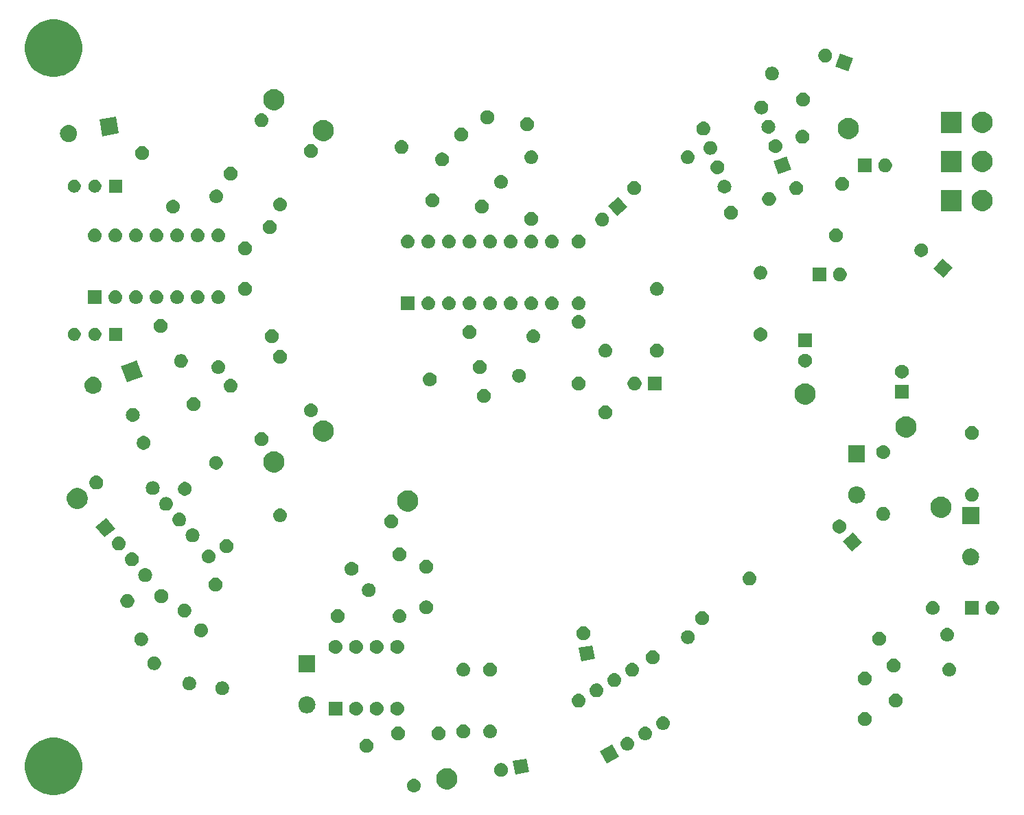
<source format=gbr>
G04 #@! TF.GenerationSoftware,KiCad,Pcbnew,(5.1.2-1)-1*
G04 #@! TF.CreationDate,2021-02-01T13:45:36-05:00*
G04 #@! TF.ProjectId,MFOS - Voltage Controlled Reverb,4d464f53-202d-4205-966f-6c7461676520,rev?*
G04 #@! TF.SameCoordinates,Original*
G04 #@! TF.FileFunction,Soldermask,Bot*
G04 #@! TF.FilePolarity,Negative*
%FSLAX46Y46*%
G04 Gerber Fmt 4.6, Leading zero omitted, Abs format (unit mm)*
G04 Created by KiCad (PCBNEW (5.1.2-1)-1) date 2021-02-01 13:45:36*
%MOMM*%
%LPD*%
G04 APERTURE LIST*
%ADD10C,0.100000*%
G04 APERTURE END LIST*
D10*
G36*
X19323787Y-103265462D02*
G01*
X19472362Y-103327004D01*
X19970029Y-103533144D01*
X20551631Y-103921758D01*
X21046242Y-104416369D01*
X21434856Y-104997971D01*
X21434856Y-104997972D01*
X21702538Y-105644213D01*
X21839000Y-106330256D01*
X21839000Y-107029744D01*
X21702538Y-107715787D01*
X21702537Y-107715789D01*
X21434856Y-108362029D01*
X21046242Y-108943631D01*
X20551631Y-109438242D01*
X19970029Y-109826856D01*
X19513068Y-110016135D01*
X19323787Y-110094538D01*
X18637744Y-110231000D01*
X17938256Y-110231000D01*
X17252213Y-110094538D01*
X17062932Y-110016135D01*
X16605971Y-109826856D01*
X16024369Y-109438242D01*
X15529758Y-108943631D01*
X15141144Y-108362029D01*
X14873463Y-107715789D01*
X14873462Y-107715787D01*
X14737000Y-107029744D01*
X14737000Y-106330256D01*
X14873462Y-105644213D01*
X15141144Y-104997972D01*
X15141144Y-104997971D01*
X15529758Y-104416369D01*
X16024369Y-103921758D01*
X16605971Y-103533144D01*
X17103638Y-103327004D01*
X17252213Y-103265462D01*
X17938256Y-103129000D01*
X18637744Y-103129000D01*
X19323787Y-103265462D01*
X19323787Y-103265462D01*
G37*
G36*
X62900082Y-108199355D02*
G01*
X63060501Y-108248018D01*
X63193165Y-108318928D01*
X63208337Y-108327038D01*
X63337918Y-108433383D01*
X63444263Y-108562964D01*
X63444264Y-108562966D01*
X63523283Y-108710800D01*
X63571946Y-108871219D01*
X63588376Y-109038042D01*
X63571946Y-109204865D01*
X63523283Y-109365284D01*
X63484286Y-109438242D01*
X63444263Y-109513120D01*
X63337918Y-109642701D01*
X63208337Y-109749046D01*
X63208335Y-109749047D01*
X63060501Y-109828066D01*
X62900082Y-109876729D01*
X62775063Y-109889042D01*
X62691455Y-109889042D01*
X62566436Y-109876729D01*
X62406017Y-109828066D01*
X62258183Y-109749047D01*
X62258181Y-109749046D01*
X62128600Y-109642701D01*
X62022255Y-109513120D01*
X61982232Y-109438242D01*
X61943235Y-109365284D01*
X61894572Y-109204865D01*
X61878142Y-109038042D01*
X61894572Y-108871219D01*
X61943235Y-108710800D01*
X62022254Y-108562966D01*
X62022255Y-108562964D01*
X62128600Y-108433383D01*
X62258181Y-108327038D01*
X62273353Y-108318928D01*
X62406017Y-108248018D01*
X62566436Y-108199355D01*
X62691455Y-108187042D01*
X62775063Y-108187042D01*
X62900082Y-108199355D01*
X62900082Y-108199355D01*
G37*
G36*
X67181393Y-106953304D02*
G01*
X67367289Y-107030305D01*
X67418103Y-107051353D01*
X67631135Y-107193696D01*
X67812304Y-107374865D01*
X67907420Y-107517217D01*
X67954648Y-107587899D01*
X68052696Y-107824607D01*
X68102680Y-108075893D01*
X68102680Y-108332107D01*
X68052696Y-108583393D01*
X67999922Y-108710800D01*
X67954647Y-108820103D01*
X67812304Y-109033135D01*
X67631135Y-109214304D01*
X67418103Y-109356647D01*
X67418102Y-109356648D01*
X67418101Y-109356648D01*
X67181393Y-109454696D01*
X66930107Y-109504680D01*
X66673893Y-109504680D01*
X66422607Y-109454696D01*
X66185899Y-109356648D01*
X66185898Y-109356648D01*
X66185897Y-109356647D01*
X65972865Y-109214304D01*
X65791696Y-109033135D01*
X65649353Y-108820103D01*
X65604078Y-108710800D01*
X65551304Y-108583393D01*
X65501320Y-108332107D01*
X65501320Y-108075893D01*
X65551304Y-107824607D01*
X65649352Y-107587899D01*
X65696580Y-107517217D01*
X65791696Y-107374865D01*
X65972865Y-107193696D01*
X66185897Y-107051353D01*
X66236711Y-107030305D01*
X66422607Y-106953304D01*
X66673893Y-106903320D01*
X66930107Y-106903320D01*
X67181393Y-106953304D01*
X67181393Y-106953304D01*
G37*
G36*
X73732209Y-106295823D02*
G01*
X73887081Y-106359973D01*
X74026462Y-106453105D01*
X74144996Y-106571639D01*
X74238128Y-106711020D01*
X74302278Y-106865892D01*
X74334981Y-107030304D01*
X74334981Y-107197936D01*
X74302278Y-107362348D01*
X74238128Y-107517220D01*
X74144996Y-107656601D01*
X74026462Y-107775135D01*
X73887081Y-107868267D01*
X73732209Y-107932417D01*
X73567797Y-107965120D01*
X73400165Y-107965120D01*
X73235753Y-107932417D01*
X73080881Y-107868267D01*
X72941500Y-107775135D01*
X72822966Y-107656601D01*
X72729834Y-107517220D01*
X72665684Y-107362348D01*
X72632981Y-107197936D01*
X72632981Y-107030304D01*
X72665684Y-106865892D01*
X72729834Y-106711020D01*
X72822966Y-106571639D01*
X72941500Y-106453105D01*
X73080881Y-106359973D01*
X73235753Y-106295823D01*
X73400165Y-106263120D01*
X73567797Y-106263120D01*
X73732209Y-106295823D01*
X73732209Y-106295823D01*
G37*
G36*
X76931846Y-107370297D02*
G01*
X75255703Y-107665846D01*
X74960154Y-105989703D01*
X76636297Y-105694154D01*
X76931846Y-107370297D01*
X76931846Y-107370297D01*
G37*
G36*
X88030488Y-105467488D02*
G01*
X86556512Y-106318488D01*
X85705512Y-104844512D01*
X87179488Y-103993512D01*
X88030488Y-105467488D01*
X88030488Y-105467488D01*
G37*
G36*
X57144228Y-103321703D02*
G01*
X57299100Y-103385853D01*
X57438481Y-103478985D01*
X57557015Y-103597519D01*
X57650147Y-103736900D01*
X57714297Y-103891772D01*
X57747000Y-104056184D01*
X57747000Y-104223816D01*
X57714297Y-104388228D01*
X57650147Y-104543100D01*
X57557015Y-104682481D01*
X57438481Y-104801015D01*
X57299100Y-104894147D01*
X57144228Y-104958297D01*
X56979816Y-104991000D01*
X56812184Y-104991000D01*
X56647772Y-104958297D01*
X56492900Y-104894147D01*
X56353519Y-104801015D01*
X56234985Y-104682481D01*
X56141853Y-104543100D01*
X56077703Y-104388228D01*
X56045000Y-104223816D01*
X56045000Y-104056184D01*
X56077703Y-103891772D01*
X56141853Y-103736900D01*
X56234985Y-103597519D01*
X56353519Y-103478985D01*
X56492900Y-103385853D01*
X56647772Y-103321703D01*
X56812184Y-103289000D01*
X56979816Y-103289000D01*
X57144228Y-103321703D01*
X57144228Y-103321703D01*
G37*
G36*
X89234528Y-103047313D02*
G01*
X89394947Y-103095976D01*
X89527611Y-103166886D01*
X89542783Y-103174996D01*
X89672364Y-103281341D01*
X89778709Y-103410922D01*
X89778710Y-103410924D01*
X89857729Y-103558758D01*
X89906392Y-103719177D01*
X89922822Y-103886000D01*
X89906392Y-104052823D01*
X89857729Y-104213242D01*
X89852077Y-104223816D01*
X89778709Y-104361078D01*
X89672364Y-104490659D01*
X89542783Y-104597004D01*
X89542781Y-104597005D01*
X89394947Y-104676024D01*
X89234528Y-104724687D01*
X89109509Y-104737000D01*
X89025901Y-104737000D01*
X88900882Y-104724687D01*
X88740463Y-104676024D01*
X88592629Y-104597005D01*
X88592627Y-104597004D01*
X88463046Y-104490659D01*
X88356701Y-104361078D01*
X88283333Y-104223816D01*
X88277681Y-104213242D01*
X88229018Y-104052823D01*
X88212588Y-103886000D01*
X88229018Y-103719177D01*
X88277681Y-103558758D01*
X88356700Y-103410924D01*
X88356701Y-103410922D01*
X88463046Y-103281341D01*
X88592627Y-103174996D01*
X88607799Y-103166886D01*
X88740463Y-103095976D01*
X88900882Y-103047313D01*
X89025901Y-103035000D01*
X89109509Y-103035000D01*
X89234528Y-103047313D01*
X89234528Y-103047313D01*
G37*
G36*
X91434232Y-101777313D02*
G01*
X91594651Y-101825976D01*
X91727315Y-101896886D01*
X91742487Y-101904996D01*
X91872068Y-102011341D01*
X91978413Y-102140922D01*
X91978414Y-102140924D01*
X92057433Y-102288758D01*
X92106096Y-102449177D01*
X92122526Y-102616000D01*
X92106096Y-102782823D01*
X92057433Y-102943242D01*
X92016886Y-103019100D01*
X91978413Y-103091078D01*
X91872068Y-103220659D01*
X91742487Y-103327004D01*
X91742485Y-103327005D01*
X91594651Y-103406024D01*
X91434232Y-103454687D01*
X91309213Y-103467000D01*
X91225605Y-103467000D01*
X91100586Y-103454687D01*
X90940167Y-103406024D01*
X90792333Y-103327005D01*
X90792331Y-103327004D01*
X90662750Y-103220659D01*
X90556405Y-103091078D01*
X90517932Y-103019100D01*
X90477385Y-102943242D01*
X90428722Y-102782823D01*
X90412292Y-102616000D01*
X90428722Y-102449177D01*
X90477385Y-102288758D01*
X90556404Y-102140924D01*
X90556405Y-102140922D01*
X90662750Y-102011341D01*
X90792331Y-101904996D01*
X90807503Y-101896886D01*
X90940167Y-101825976D01*
X91100586Y-101777313D01*
X91225605Y-101765000D01*
X91309213Y-101765000D01*
X91434232Y-101777313D01*
X91434232Y-101777313D01*
G37*
G36*
X66034228Y-101797703D02*
G01*
X66189100Y-101861853D01*
X66328481Y-101954985D01*
X66447015Y-102073519D01*
X66540147Y-102212900D01*
X66604297Y-102367772D01*
X66637000Y-102532184D01*
X66637000Y-102699816D01*
X66604297Y-102864228D01*
X66540147Y-103019100D01*
X66447015Y-103158481D01*
X66328481Y-103277015D01*
X66189100Y-103370147D01*
X66034228Y-103434297D01*
X65869816Y-103467000D01*
X65702184Y-103467000D01*
X65537772Y-103434297D01*
X65382900Y-103370147D01*
X65243519Y-103277015D01*
X65124985Y-103158481D01*
X65031853Y-103019100D01*
X64967703Y-102864228D01*
X64935000Y-102699816D01*
X64935000Y-102532184D01*
X64967703Y-102367772D01*
X65031853Y-102212900D01*
X65124985Y-102073519D01*
X65243519Y-101954985D01*
X65382900Y-101861853D01*
X65537772Y-101797703D01*
X65702184Y-101765000D01*
X65869816Y-101765000D01*
X66034228Y-101797703D01*
X66034228Y-101797703D01*
G37*
G36*
X61034228Y-101797703D02*
G01*
X61189100Y-101861853D01*
X61328481Y-101954985D01*
X61447015Y-102073519D01*
X61540147Y-102212900D01*
X61604297Y-102367772D01*
X61637000Y-102532184D01*
X61637000Y-102699816D01*
X61604297Y-102864228D01*
X61540147Y-103019100D01*
X61447015Y-103158481D01*
X61328481Y-103277015D01*
X61189100Y-103370147D01*
X61034228Y-103434297D01*
X60869816Y-103467000D01*
X60702184Y-103467000D01*
X60537772Y-103434297D01*
X60382900Y-103370147D01*
X60243519Y-103277015D01*
X60124985Y-103158481D01*
X60031853Y-103019100D01*
X59967703Y-102864228D01*
X59935000Y-102699816D01*
X59935000Y-102532184D01*
X59967703Y-102367772D01*
X60031853Y-102212900D01*
X60124985Y-102073519D01*
X60243519Y-101954985D01*
X60382900Y-101861853D01*
X60537772Y-101797703D01*
X60702184Y-101765000D01*
X60869816Y-101765000D01*
X61034228Y-101797703D01*
X61034228Y-101797703D01*
G37*
G36*
X72302823Y-101523313D02*
G01*
X72463242Y-101571976D01*
X72530361Y-101607852D01*
X72611078Y-101650996D01*
X72740659Y-101757341D01*
X72847004Y-101886922D01*
X72847005Y-101886924D01*
X72926024Y-102034758D01*
X72974687Y-102195177D01*
X72991117Y-102362000D01*
X72974687Y-102528823D01*
X72926024Y-102689242D01*
X72885477Y-102765100D01*
X72847004Y-102837078D01*
X72740659Y-102966659D01*
X72611078Y-103073004D01*
X72611076Y-103073005D01*
X72463242Y-103152024D01*
X72302823Y-103200687D01*
X72177804Y-103213000D01*
X72094196Y-103213000D01*
X71969177Y-103200687D01*
X71808758Y-103152024D01*
X71660924Y-103073005D01*
X71660922Y-103073004D01*
X71531341Y-102966659D01*
X71424996Y-102837078D01*
X71386523Y-102765100D01*
X71345976Y-102689242D01*
X71297313Y-102528823D01*
X71280883Y-102362000D01*
X71297313Y-102195177D01*
X71345976Y-102034758D01*
X71424995Y-101886924D01*
X71424996Y-101886922D01*
X71531341Y-101757341D01*
X71660922Y-101650996D01*
X71741639Y-101607852D01*
X71808758Y-101571976D01*
X71969177Y-101523313D01*
X72094196Y-101511000D01*
X72177804Y-101511000D01*
X72302823Y-101523313D01*
X72302823Y-101523313D01*
G37*
G36*
X69082228Y-101543703D02*
G01*
X69237100Y-101607853D01*
X69376481Y-101700985D01*
X69495015Y-101819519D01*
X69588147Y-101958900D01*
X69652297Y-102113772D01*
X69685000Y-102278184D01*
X69685000Y-102445816D01*
X69652297Y-102610228D01*
X69588147Y-102765100D01*
X69495015Y-102904481D01*
X69376481Y-103023015D01*
X69237100Y-103116147D01*
X69082228Y-103180297D01*
X68917816Y-103213000D01*
X68750184Y-103213000D01*
X68585772Y-103180297D01*
X68430900Y-103116147D01*
X68291519Y-103023015D01*
X68172985Y-102904481D01*
X68079853Y-102765100D01*
X68015703Y-102610228D01*
X67983000Y-102445816D01*
X67983000Y-102278184D01*
X68015703Y-102113772D01*
X68079853Y-101958900D01*
X68172985Y-101819519D01*
X68291519Y-101700985D01*
X68430900Y-101607853D01*
X68585772Y-101543703D01*
X68750184Y-101511000D01*
X68917816Y-101511000D01*
X69082228Y-101543703D01*
X69082228Y-101543703D01*
G37*
G36*
X93633937Y-100507313D02*
G01*
X93794356Y-100555976D01*
X93927020Y-100626886D01*
X93942192Y-100634996D01*
X94071773Y-100741341D01*
X94178118Y-100870922D01*
X94178119Y-100870924D01*
X94257138Y-101018758D01*
X94305801Y-101179177D01*
X94322231Y-101346000D01*
X94305801Y-101512823D01*
X94257138Y-101673242D01*
X94248715Y-101689000D01*
X94178118Y-101821078D01*
X94071773Y-101950659D01*
X93942192Y-102057004D01*
X93942190Y-102057005D01*
X93794356Y-102136024D01*
X93633937Y-102184687D01*
X93508918Y-102197000D01*
X93425310Y-102197000D01*
X93300291Y-102184687D01*
X93139872Y-102136024D01*
X92992038Y-102057005D01*
X92992036Y-102057004D01*
X92862455Y-101950659D01*
X92756110Y-101821078D01*
X92685513Y-101689000D01*
X92677090Y-101673242D01*
X92628427Y-101512823D01*
X92611997Y-101346000D01*
X92628427Y-101179177D01*
X92677090Y-101018758D01*
X92756109Y-100870924D01*
X92756110Y-100870922D01*
X92862455Y-100741341D01*
X92992036Y-100634996D01*
X93007208Y-100626886D01*
X93139872Y-100555976D01*
X93300291Y-100507313D01*
X93425310Y-100495000D01*
X93508918Y-100495000D01*
X93633937Y-100507313D01*
X93633937Y-100507313D01*
G37*
G36*
X118612228Y-100019703D02*
G01*
X118767100Y-100083853D01*
X118906481Y-100176985D01*
X119025015Y-100295519D01*
X119118147Y-100434900D01*
X119182297Y-100589772D01*
X119215000Y-100754184D01*
X119215000Y-100921816D01*
X119182297Y-101086228D01*
X119118147Y-101241100D01*
X119025015Y-101380481D01*
X118906481Y-101499015D01*
X118767100Y-101592147D01*
X118612228Y-101656297D01*
X118447816Y-101689000D01*
X118280184Y-101689000D01*
X118115772Y-101656297D01*
X117960900Y-101592147D01*
X117821519Y-101499015D01*
X117702985Y-101380481D01*
X117609853Y-101241100D01*
X117545703Y-101086228D01*
X117513000Y-100921816D01*
X117513000Y-100754184D01*
X117545703Y-100589772D01*
X117609853Y-100434900D01*
X117702985Y-100295519D01*
X117821519Y-100176985D01*
X117960900Y-100083853D01*
X118115772Y-100019703D01*
X118280184Y-99987000D01*
X118447816Y-99987000D01*
X118612228Y-100019703D01*
X118612228Y-100019703D01*
G37*
G36*
X60847423Y-98703913D02*
G01*
X61007842Y-98752576D01*
X61096994Y-98800229D01*
X61155678Y-98831596D01*
X61285259Y-98937941D01*
X61391604Y-99067522D01*
X61391605Y-99067524D01*
X61470624Y-99215358D01*
X61519287Y-99375777D01*
X61535717Y-99542600D01*
X61519287Y-99709423D01*
X61470624Y-99869842D01*
X61408002Y-99987000D01*
X61391604Y-100017678D01*
X61285259Y-100147259D01*
X61155678Y-100253604D01*
X61155676Y-100253605D01*
X61007842Y-100332624D01*
X60847423Y-100381287D01*
X60722404Y-100393600D01*
X60638796Y-100393600D01*
X60513777Y-100381287D01*
X60353358Y-100332624D01*
X60205524Y-100253605D01*
X60205522Y-100253604D01*
X60075941Y-100147259D01*
X59969596Y-100017678D01*
X59953198Y-99987000D01*
X59890576Y-99869842D01*
X59841913Y-99709423D01*
X59825483Y-99542600D01*
X59841913Y-99375777D01*
X59890576Y-99215358D01*
X59969595Y-99067524D01*
X59969596Y-99067522D01*
X60075941Y-98937941D01*
X60205522Y-98831596D01*
X60264206Y-98800229D01*
X60353358Y-98752576D01*
X60513777Y-98703913D01*
X60638796Y-98691600D01*
X60722404Y-98691600D01*
X60847423Y-98703913D01*
X60847423Y-98703913D01*
G37*
G36*
X58307423Y-98703913D02*
G01*
X58467842Y-98752576D01*
X58556994Y-98800229D01*
X58615678Y-98831596D01*
X58745259Y-98937941D01*
X58851604Y-99067522D01*
X58851605Y-99067524D01*
X58930624Y-99215358D01*
X58979287Y-99375777D01*
X58995717Y-99542600D01*
X58979287Y-99709423D01*
X58930624Y-99869842D01*
X58868002Y-99987000D01*
X58851604Y-100017678D01*
X58745259Y-100147259D01*
X58615678Y-100253604D01*
X58615676Y-100253605D01*
X58467842Y-100332624D01*
X58307423Y-100381287D01*
X58182404Y-100393600D01*
X58098796Y-100393600D01*
X57973777Y-100381287D01*
X57813358Y-100332624D01*
X57665524Y-100253605D01*
X57665522Y-100253604D01*
X57535941Y-100147259D01*
X57429596Y-100017678D01*
X57413198Y-99987000D01*
X57350576Y-99869842D01*
X57301913Y-99709423D01*
X57285483Y-99542600D01*
X57301913Y-99375777D01*
X57350576Y-99215358D01*
X57429595Y-99067524D01*
X57429596Y-99067522D01*
X57535941Y-98937941D01*
X57665522Y-98831596D01*
X57724206Y-98800229D01*
X57813358Y-98752576D01*
X57973777Y-98703913D01*
X58098796Y-98691600D01*
X58182404Y-98691600D01*
X58307423Y-98703913D01*
X58307423Y-98703913D01*
G37*
G36*
X55767423Y-98703913D02*
G01*
X55927842Y-98752576D01*
X56016994Y-98800229D01*
X56075678Y-98831596D01*
X56205259Y-98937941D01*
X56311604Y-99067522D01*
X56311605Y-99067524D01*
X56390624Y-99215358D01*
X56439287Y-99375777D01*
X56455717Y-99542600D01*
X56439287Y-99709423D01*
X56390624Y-99869842D01*
X56328002Y-99987000D01*
X56311604Y-100017678D01*
X56205259Y-100147259D01*
X56075678Y-100253604D01*
X56075676Y-100253605D01*
X55927842Y-100332624D01*
X55767423Y-100381287D01*
X55642404Y-100393600D01*
X55558796Y-100393600D01*
X55433777Y-100381287D01*
X55273358Y-100332624D01*
X55125524Y-100253605D01*
X55125522Y-100253604D01*
X54995941Y-100147259D01*
X54889596Y-100017678D01*
X54873198Y-99987000D01*
X54810576Y-99869842D01*
X54761913Y-99709423D01*
X54745483Y-99542600D01*
X54761913Y-99375777D01*
X54810576Y-99215358D01*
X54889595Y-99067524D01*
X54889596Y-99067522D01*
X54995941Y-98937941D01*
X55125522Y-98831596D01*
X55184206Y-98800229D01*
X55273358Y-98752576D01*
X55433777Y-98703913D01*
X55558796Y-98691600D01*
X55642404Y-98691600D01*
X55767423Y-98703913D01*
X55767423Y-98703913D01*
G37*
G36*
X53911600Y-100393600D02*
G01*
X52209600Y-100393600D01*
X52209600Y-98691600D01*
X53911600Y-98691600D01*
X53911600Y-100393600D01*
X53911600Y-100393600D01*
G37*
G36*
X49633097Y-98014069D02*
G01*
X49736032Y-98024207D01*
X49925921Y-98081810D01*
X49934149Y-98084306D01*
X50011352Y-98125572D01*
X50116729Y-98181897D01*
X50276765Y-98313235D01*
X50408103Y-98473271D01*
X50452796Y-98556886D01*
X50505694Y-98655851D01*
X50505695Y-98655854D01*
X50565793Y-98853968D01*
X50586085Y-99060000D01*
X50565793Y-99266032D01*
X50505695Y-99464146D01*
X50505694Y-99464149D01*
X50463761Y-99542600D01*
X50408103Y-99646729D01*
X50276765Y-99806765D01*
X50116729Y-99938103D01*
X50030975Y-99983939D01*
X49934149Y-100035694D01*
X49934146Y-100035695D01*
X49736032Y-100095793D01*
X49633097Y-100105931D01*
X49581631Y-100111000D01*
X49478369Y-100111000D01*
X49426903Y-100105931D01*
X49323968Y-100095793D01*
X49125854Y-100035695D01*
X49125851Y-100035694D01*
X49029025Y-99983939D01*
X48943271Y-99938103D01*
X48783235Y-99806765D01*
X48651897Y-99646729D01*
X48596239Y-99542600D01*
X48554306Y-99464149D01*
X48554305Y-99464146D01*
X48494207Y-99266032D01*
X48473915Y-99060000D01*
X48494207Y-98853968D01*
X48554305Y-98655854D01*
X48554306Y-98655851D01*
X48607204Y-98556886D01*
X48651897Y-98473271D01*
X48783235Y-98313235D01*
X48943271Y-98181897D01*
X49048648Y-98125572D01*
X49125851Y-98084306D01*
X49134079Y-98081810D01*
X49323968Y-98024207D01*
X49426903Y-98014069D01*
X49478369Y-98009000D01*
X49581631Y-98009000D01*
X49633097Y-98014069D01*
X49633097Y-98014069D01*
G37*
G36*
X83224823Y-97718199D02*
G01*
X83385242Y-97766862D01*
X83517906Y-97837772D01*
X83533078Y-97845882D01*
X83662659Y-97952227D01*
X83769004Y-98081808D01*
X83769005Y-98081810D01*
X83848024Y-98229644D01*
X83896687Y-98390063D01*
X83913117Y-98556886D01*
X83896687Y-98723709D01*
X83848024Y-98884128D01*
X83777114Y-99016792D01*
X83769004Y-99031964D01*
X83662659Y-99161545D01*
X83533078Y-99267890D01*
X83533076Y-99267891D01*
X83385242Y-99346910D01*
X83224823Y-99395573D01*
X83099804Y-99407886D01*
X83016196Y-99407886D01*
X82891177Y-99395573D01*
X82730758Y-99346910D01*
X82582924Y-99267891D01*
X82582922Y-99267890D01*
X82453341Y-99161545D01*
X82346996Y-99031964D01*
X82338886Y-99016792D01*
X82267976Y-98884128D01*
X82219313Y-98723709D01*
X82202883Y-98556886D01*
X82219313Y-98390063D01*
X82267976Y-98229644D01*
X82346995Y-98081810D01*
X82346996Y-98081808D01*
X82453341Y-97952227D01*
X82582922Y-97845882D01*
X82598094Y-97837772D01*
X82730758Y-97766862D01*
X82891177Y-97718199D01*
X83016196Y-97705886D01*
X83099804Y-97705886D01*
X83224823Y-97718199D01*
X83224823Y-97718199D01*
G37*
G36*
X122422228Y-97733703D02*
G01*
X122577100Y-97797853D01*
X122716481Y-97890985D01*
X122835015Y-98009519D01*
X122928147Y-98148900D01*
X122992297Y-98303772D01*
X123025000Y-98468184D01*
X123025000Y-98635816D01*
X122992297Y-98800228D01*
X122928147Y-98955100D01*
X122835015Y-99094481D01*
X122716481Y-99213015D01*
X122577100Y-99306147D01*
X122422228Y-99370297D01*
X122257816Y-99403000D01*
X122090184Y-99403000D01*
X121925772Y-99370297D01*
X121770900Y-99306147D01*
X121631519Y-99213015D01*
X121512985Y-99094481D01*
X121419853Y-98955100D01*
X121355703Y-98800228D01*
X121323000Y-98635816D01*
X121323000Y-98468184D01*
X121355703Y-98303772D01*
X121419853Y-98148900D01*
X121512985Y-98009519D01*
X121631519Y-97890985D01*
X121770900Y-97797853D01*
X121925772Y-97733703D01*
X122090184Y-97701000D01*
X122257816Y-97701000D01*
X122422228Y-97733703D01*
X122422228Y-97733703D01*
G37*
G36*
X85424528Y-96448199D02*
G01*
X85555085Y-96487803D01*
X85562785Y-96490139D01*
X85584947Y-96496862D01*
X85649295Y-96531257D01*
X85732783Y-96575882D01*
X85862364Y-96682227D01*
X85968709Y-96811808D01*
X85968710Y-96811810D01*
X86047729Y-96959644D01*
X86096392Y-97120063D01*
X86112822Y-97286886D01*
X86096392Y-97453709D01*
X86047729Y-97614128D01*
X86001295Y-97701000D01*
X85968709Y-97761964D01*
X85862364Y-97891545D01*
X85732783Y-97997890D01*
X85732781Y-97997891D01*
X85584947Y-98076910D01*
X85424528Y-98125573D01*
X85299509Y-98137886D01*
X85215901Y-98137886D01*
X85090882Y-98125573D01*
X84930463Y-98076910D01*
X84782629Y-97997891D01*
X84782627Y-97997890D01*
X84653046Y-97891545D01*
X84546701Y-97761964D01*
X84514115Y-97701000D01*
X84467681Y-97614128D01*
X84419018Y-97453709D01*
X84402588Y-97286886D01*
X84419018Y-97120063D01*
X84467681Y-96959644D01*
X84546700Y-96811810D01*
X84546701Y-96811808D01*
X84653046Y-96682227D01*
X84782627Y-96575882D01*
X84866115Y-96531257D01*
X84930463Y-96496862D01*
X84952626Y-96490139D01*
X84960325Y-96487803D01*
X85090882Y-96448199D01*
X85215901Y-96435886D01*
X85299509Y-96435886D01*
X85424528Y-96448199D01*
X85424528Y-96448199D01*
G37*
G36*
X39331462Y-96214323D02*
G01*
X39486334Y-96278473D01*
X39625715Y-96371605D01*
X39744249Y-96490139D01*
X39837381Y-96629520D01*
X39901531Y-96784392D01*
X39934234Y-96948804D01*
X39934234Y-97116436D01*
X39901531Y-97280848D01*
X39837381Y-97435720D01*
X39744249Y-97575101D01*
X39625715Y-97693635D01*
X39486334Y-97786767D01*
X39331462Y-97850917D01*
X39167050Y-97883620D01*
X38999418Y-97883620D01*
X38835006Y-97850917D01*
X38680134Y-97786767D01*
X38540753Y-97693635D01*
X38422219Y-97575101D01*
X38329087Y-97435720D01*
X38264937Y-97280848D01*
X38232234Y-97116436D01*
X38232234Y-96948804D01*
X38264937Y-96784392D01*
X38329087Y-96629520D01*
X38422219Y-96490139D01*
X38540753Y-96371605D01*
X38680134Y-96278473D01*
X38835006Y-96214323D01*
X38999418Y-96181620D01*
X39167050Y-96181620D01*
X39331462Y-96214323D01*
X39331462Y-96214323D01*
G37*
G36*
X35269905Y-95629145D02*
G01*
X35424777Y-95693295D01*
X35564158Y-95786427D01*
X35682692Y-95904961D01*
X35775824Y-96044342D01*
X35839974Y-96199214D01*
X35872677Y-96363626D01*
X35872677Y-96531258D01*
X35839974Y-96695670D01*
X35775824Y-96850542D01*
X35682692Y-96989923D01*
X35564158Y-97108457D01*
X35424777Y-97201589D01*
X35269905Y-97265739D01*
X35105493Y-97298442D01*
X34937861Y-97298442D01*
X34773449Y-97265739D01*
X34618577Y-97201589D01*
X34479196Y-97108457D01*
X34360662Y-96989923D01*
X34267530Y-96850542D01*
X34203380Y-96695670D01*
X34170677Y-96531258D01*
X34170677Y-96363626D01*
X34203380Y-96199214D01*
X34267530Y-96044342D01*
X34360662Y-95904961D01*
X34479196Y-95786427D01*
X34618577Y-95693295D01*
X34773449Y-95629145D01*
X34937861Y-95596442D01*
X35105493Y-95596442D01*
X35269905Y-95629145D01*
X35269905Y-95629145D01*
G37*
G36*
X87624232Y-95178199D02*
G01*
X87784651Y-95226862D01*
X87892448Y-95284481D01*
X87932487Y-95305882D01*
X88062068Y-95412227D01*
X88168413Y-95541808D01*
X88168414Y-95541810D01*
X88247433Y-95689644D01*
X88296096Y-95850063D01*
X88312526Y-96016886D01*
X88296096Y-96183709D01*
X88247433Y-96344128D01*
X88198387Y-96435886D01*
X88168413Y-96491964D01*
X88062068Y-96621545D01*
X87932487Y-96727890D01*
X87932485Y-96727891D01*
X87784651Y-96806910D01*
X87624232Y-96855573D01*
X87499213Y-96867886D01*
X87415605Y-96867886D01*
X87290586Y-96855573D01*
X87130167Y-96806910D01*
X86982333Y-96727891D01*
X86982331Y-96727890D01*
X86852750Y-96621545D01*
X86746405Y-96491964D01*
X86716431Y-96435886D01*
X86667385Y-96344128D01*
X86618722Y-96183709D01*
X86602292Y-96016886D01*
X86618722Y-95850063D01*
X86667385Y-95689644D01*
X86746404Y-95541810D01*
X86746405Y-95541808D01*
X86852750Y-95412227D01*
X86982331Y-95305882D01*
X87022370Y-95284481D01*
X87130167Y-95226862D01*
X87290586Y-95178199D01*
X87415605Y-95165886D01*
X87499213Y-95165886D01*
X87624232Y-95178199D01*
X87624232Y-95178199D01*
G37*
G36*
X118612228Y-95019703D02*
G01*
X118767100Y-95083853D01*
X118906481Y-95176985D01*
X119025015Y-95295519D01*
X119118147Y-95434900D01*
X119182297Y-95589772D01*
X119215000Y-95754184D01*
X119215000Y-95921816D01*
X119182297Y-96086228D01*
X119118147Y-96241100D01*
X119025015Y-96380481D01*
X118906481Y-96499015D01*
X118767100Y-96592147D01*
X118612228Y-96656297D01*
X118447816Y-96689000D01*
X118280184Y-96689000D01*
X118115772Y-96656297D01*
X117960900Y-96592147D01*
X117821519Y-96499015D01*
X117702985Y-96380481D01*
X117609853Y-96241100D01*
X117545703Y-96086228D01*
X117513000Y-95921816D01*
X117513000Y-95754184D01*
X117545703Y-95589772D01*
X117609853Y-95434900D01*
X117702985Y-95295519D01*
X117821519Y-95176985D01*
X117960900Y-95083853D01*
X118115772Y-95019703D01*
X118280184Y-94987000D01*
X118447816Y-94987000D01*
X118612228Y-95019703D01*
X118612228Y-95019703D01*
G37*
G36*
X89823937Y-93908199D02*
G01*
X89984356Y-93956862D01*
X90117020Y-94027772D01*
X90132192Y-94035882D01*
X90261773Y-94142227D01*
X90368118Y-94271808D01*
X90368119Y-94271810D01*
X90447138Y-94419644D01*
X90495801Y-94580063D01*
X90512231Y-94746886D01*
X90495801Y-94913709D01*
X90447138Y-95074128D01*
X90398092Y-95165886D01*
X90368118Y-95221964D01*
X90261773Y-95351545D01*
X90132192Y-95457890D01*
X90132190Y-95457891D01*
X89984356Y-95536910D01*
X89823937Y-95585573D01*
X89698918Y-95597886D01*
X89615310Y-95597886D01*
X89490291Y-95585573D01*
X89329872Y-95536910D01*
X89182038Y-95457891D01*
X89182036Y-95457890D01*
X89052455Y-95351545D01*
X88946110Y-95221964D01*
X88916136Y-95165886D01*
X88867090Y-95074128D01*
X88818427Y-94913709D01*
X88801997Y-94746886D01*
X88818427Y-94580063D01*
X88867090Y-94419644D01*
X88946109Y-94271810D01*
X88946110Y-94271808D01*
X89052455Y-94142227D01*
X89182036Y-94035882D01*
X89197208Y-94027772D01*
X89329872Y-93956862D01*
X89490291Y-93908199D01*
X89615310Y-93895886D01*
X89698918Y-93895886D01*
X89823937Y-93908199D01*
X89823937Y-93908199D01*
G37*
G36*
X128939937Y-93903313D02*
G01*
X129100356Y-93951976D01*
X129167475Y-93987852D01*
X129248192Y-94030996D01*
X129377773Y-94137341D01*
X129484118Y-94266922D01*
X129484119Y-94266924D01*
X129563138Y-94414758D01*
X129611801Y-94575177D01*
X129628231Y-94742000D01*
X129611801Y-94908823D01*
X129563138Y-95069242D01*
X129505548Y-95176985D01*
X129484118Y-95217078D01*
X129377773Y-95346659D01*
X129248192Y-95453004D01*
X129248190Y-95453005D01*
X129100356Y-95532024D01*
X128939937Y-95580687D01*
X128814918Y-95593000D01*
X128731310Y-95593000D01*
X128606291Y-95580687D01*
X128445872Y-95532024D01*
X128298038Y-95453005D01*
X128298036Y-95453004D01*
X128168455Y-95346659D01*
X128062110Y-95217078D01*
X128040680Y-95176985D01*
X127983090Y-95069242D01*
X127934427Y-94908823D01*
X127917997Y-94742000D01*
X127934427Y-94575177D01*
X127983090Y-94414758D01*
X128062109Y-94266924D01*
X128062110Y-94266922D01*
X128168455Y-94137341D01*
X128298036Y-94030996D01*
X128378753Y-93987852D01*
X128445872Y-93951976D01*
X128606291Y-93903313D01*
X128731310Y-93891000D01*
X128814918Y-93891000D01*
X128939937Y-93903313D01*
X128939937Y-93903313D01*
G37*
G36*
X69000823Y-93903313D02*
G01*
X69161242Y-93951976D01*
X69228361Y-93987852D01*
X69309078Y-94030996D01*
X69438659Y-94137341D01*
X69545004Y-94266922D01*
X69545005Y-94266924D01*
X69624024Y-94414758D01*
X69672687Y-94575177D01*
X69689117Y-94742000D01*
X69672687Y-94908823D01*
X69624024Y-95069242D01*
X69566434Y-95176985D01*
X69545004Y-95217078D01*
X69438659Y-95346659D01*
X69309078Y-95453004D01*
X69309076Y-95453005D01*
X69161242Y-95532024D01*
X69000823Y-95580687D01*
X68875804Y-95593000D01*
X68792196Y-95593000D01*
X68667177Y-95580687D01*
X68506758Y-95532024D01*
X68358924Y-95453005D01*
X68358922Y-95453004D01*
X68229341Y-95346659D01*
X68122996Y-95217078D01*
X68101566Y-95176985D01*
X68043976Y-95069242D01*
X67995313Y-94908823D01*
X67978883Y-94742000D01*
X67995313Y-94575177D01*
X68043976Y-94414758D01*
X68122995Y-94266924D01*
X68122996Y-94266922D01*
X68229341Y-94137341D01*
X68358922Y-94030996D01*
X68439639Y-93987852D01*
X68506758Y-93951976D01*
X68667177Y-93903313D01*
X68792196Y-93891000D01*
X68875804Y-93891000D01*
X69000823Y-93903313D01*
X69000823Y-93903313D01*
G37*
G36*
X72384228Y-93923703D02*
G01*
X72539100Y-93987853D01*
X72678481Y-94080985D01*
X72797015Y-94199519D01*
X72890147Y-94338900D01*
X72954297Y-94493772D01*
X72987000Y-94658184D01*
X72987000Y-94825816D01*
X72954297Y-94990228D01*
X72890147Y-95145100D01*
X72797015Y-95284481D01*
X72678481Y-95403015D01*
X72539100Y-95496147D01*
X72384228Y-95560297D01*
X72219816Y-95593000D01*
X72052184Y-95593000D01*
X71887772Y-95560297D01*
X71732900Y-95496147D01*
X71593519Y-95403015D01*
X71474985Y-95284481D01*
X71381853Y-95145100D01*
X71317703Y-94990228D01*
X71285000Y-94825816D01*
X71285000Y-94658184D01*
X71317703Y-94493772D01*
X71381853Y-94338900D01*
X71474985Y-94199519D01*
X71593519Y-94080985D01*
X71732900Y-93987853D01*
X71887772Y-93923703D01*
X72052184Y-93891000D01*
X72219816Y-93891000D01*
X72384228Y-93923703D01*
X72384228Y-93923703D01*
G37*
G36*
X122168228Y-93415703D02*
G01*
X122323100Y-93479853D01*
X122462481Y-93572985D01*
X122581015Y-93691519D01*
X122674147Y-93830900D01*
X122738297Y-93985772D01*
X122771000Y-94150184D01*
X122771000Y-94317816D01*
X122738297Y-94482228D01*
X122674147Y-94637100D01*
X122581015Y-94776481D01*
X122462481Y-94895015D01*
X122323100Y-94988147D01*
X122168228Y-95052297D01*
X122003816Y-95085000D01*
X121836184Y-95085000D01*
X121671772Y-95052297D01*
X121516900Y-94988147D01*
X121377519Y-94895015D01*
X121258985Y-94776481D01*
X121165853Y-94637100D01*
X121101703Y-94482228D01*
X121069000Y-94317816D01*
X121069000Y-94150184D01*
X121101703Y-93985772D01*
X121165853Y-93830900D01*
X121258985Y-93691519D01*
X121377519Y-93572985D01*
X121516900Y-93479853D01*
X121671772Y-93415703D01*
X121836184Y-93383000D01*
X122003816Y-93383000D01*
X122168228Y-93415703D01*
X122168228Y-93415703D01*
G37*
G36*
X50581000Y-95031000D02*
G01*
X48479000Y-95031000D01*
X48479000Y-92929000D01*
X50581000Y-92929000D01*
X50581000Y-95031000D01*
X50581000Y-95031000D01*
G37*
G36*
X30939778Y-93129145D02*
G01*
X31094650Y-93193295D01*
X31234031Y-93286427D01*
X31352565Y-93404961D01*
X31445697Y-93544342D01*
X31509847Y-93699214D01*
X31542550Y-93863626D01*
X31542550Y-94031258D01*
X31509847Y-94195670D01*
X31445697Y-94350542D01*
X31352565Y-94489923D01*
X31234031Y-94608457D01*
X31094650Y-94701589D01*
X30939778Y-94765739D01*
X30775366Y-94798442D01*
X30607734Y-94798442D01*
X30443322Y-94765739D01*
X30288450Y-94701589D01*
X30149069Y-94608457D01*
X30030535Y-94489923D01*
X29937403Y-94350542D01*
X29873253Y-94195670D01*
X29840550Y-94031258D01*
X29840550Y-93863626D01*
X29873253Y-93699214D01*
X29937403Y-93544342D01*
X30030535Y-93404961D01*
X30149069Y-93286427D01*
X30288450Y-93193295D01*
X30443322Y-93129145D01*
X30607734Y-93096442D01*
X30775366Y-93096442D01*
X30939778Y-93129145D01*
X30939778Y-93129145D01*
G37*
G36*
X92450228Y-92399703D02*
G01*
X92605100Y-92463853D01*
X92744481Y-92556985D01*
X92863015Y-92675519D01*
X92956147Y-92814900D01*
X93020297Y-92969772D01*
X93053000Y-93134184D01*
X93053000Y-93301816D01*
X93020297Y-93466228D01*
X92956147Y-93621100D01*
X92863015Y-93760481D01*
X92744481Y-93879015D01*
X92605100Y-93972147D01*
X92450228Y-94036297D01*
X92285816Y-94069000D01*
X92118184Y-94069000D01*
X91953772Y-94036297D01*
X91798900Y-93972147D01*
X91659519Y-93879015D01*
X91540985Y-93760481D01*
X91447853Y-93621100D01*
X91383703Y-93466228D01*
X91351000Y-93301816D01*
X91351000Y-93134184D01*
X91383703Y-92969772D01*
X91447853Y-92814900D01*
X91540985Y-92675519D01*
X91659519Y-92556985D01*
X91798900Y-92463853D01*
X91953772Y-92399703D01*
X92118184Y-92367000D01*
X92285816Y-92367000D01*
X92450228Y-92399703D01*
X92450228Y-92399703D01*
G37*
G36*
X85059846Y-93400297D02*
G01*
X83383703Y-93695846D01*
X83088154Y-92019703D01*
X84764297Y-91724154D01*
X85059846Y-93400297D01*
X85059846Y-93400297D01*
G37*
G36*
X55767423Y-91083913D02*
G01*
X55927842Y-91132576D01*
X56016994Y-91180229D01*
X56075678Y-91211596D01*
X56205259Y-91317941D01*
X56311604Y-91447522D01*
X56311605Y-91447524D01*
X56390624Y-91595358D01*
X56439287Y-91755777D01*
X56455717Y-91922600D01*
X56439287Y-92089423D01*
X56390624Y-92249842D01*
X56328002Y-92367000D01*
X56311604Y-92397678D01*
X56205259Y-92527259D01*
X56075678Y-92633604D01*
X56075676Y-92633605D01*
X55927842Y-92712624D01*
X55767423Y-92761287D01*
X55642404Y-92773600D01*
X55558796Y-92773600D01*
X55433777Y-92761287D01*
X55273358Y-92712624D01*
X55125524Y-92633605D01*
X55125522Y-92633604D01*
X54995941Y-92527259D01*
X54889596Y-92397678D01*
X54873198Y-92367000D01*
X54810576Y-92249842D01*
X54761913Y-92089423D01*
X54745483Y-91922600D01*
X54761913Y-91755777D01*
X54810576Y-91595358D01*
X54889595Y-91447524D01*
X54889596Y-91447522D01*
X54995941Y-91317941D01*
X55125522Y-91211596D01*
X55184206Y-91180229D01*
X55273358Y-91132576D01*
X55433777Y-91083913D01*
X55558796Y-91071600D01*
X55642404Y-91071600D01*
X55767423Y-91083913D01*
X55767423Y-91083913D01*
G37*
G36*
X53227423Y-91083913D02*
G01*
X53387842Y-91132576D01*
X53476994Y-91180229D01*
X53535678Y-91211596D01*
X53665259Y-91317941D01*
X53771604Y-91447522D01*
X53771605Y-91447524D01*
X53850624Y-91595358D01*
X53899287Y-91755777D01*
X53915717Y-91922600D01*
X53899287Y-92089423D01*
X53850624Y-92249842D01*
X53788002Y-92367000D01*
X53771604Y-92397678D01*
X53665259Y-92527259D01*
X53535678Y-92633604D01*
X53535676Y-92633605D01*
X53387842Y-92712624D01*
X53227423Y-92761287D01*
X53102404Y-92773600D01*
X53018796Y-92773600D01*
X52893777Y-92761287D01*
X52733358Y-92712624D01*
X52585524Y-92633605D01*
X52585522Y-92633604D01*
X52455941Y-92527259D01*
X52349596Y-92397678D01*
X52333198Y-92367000D01*
X52270576Y-92249842D01*
X52221913Y-92089423D01*
X52205483Y-91922600D01*
X52221913Y-91755777D01*
X52270576Y-91595358D01*
X52349595Y-91447524D01*
X52349596Y-91447522D01*
X52455941Y-91317941D01*
X52585522Y-91211596D01*
X52644206Y-91180229D01*
X52733358Y-91132576D01*
X52893777Y-91083913D01*
X53018796Y-91071600D01*
X53102404Y-91071600D01*
X53227423Y-91083913D01*
X53227423Y-91083913D01*
G37*
G36*
X58307423Y-91083913D02*
G01*
X58467842Y-91132576D01*
X58556994Y-91180229D01*
X58615678Y-91211596D01*
X58745259Y-91317941D01*
X58851604Y-91447522D01*
X58851605Y-91447524D01*
X58930624Y-91595358D01*
X58979287Y-91755777D01*
X58995717Y-91922600D01*
X58979287Y-92089423D01*
X58930624Y-92249842D01*
X58868002Y-92367000D01*
X58851604Y-92397678D01*
X58745259Y-92527259D01*
X58615678Y-92633604D01*
X58615676Y-92633605D01*
X58467842Y-92712624D01*
X58307423Y-92761287D01*
X58182404Y-92773600D01*
X58098796Y-92773600D01*
X57973777Y-92761287D01*
X57813358Y-92712624D01*
X57665524Y-92633605D01*
X57665522Y-92633604D01*
X57535941Y-92527259D01*
X57429596Y-92397678D01*
X57413198Y-92367000D01*
X57350576Y-92249842D01*
X57301913Y-92089423D01*
X57285483Y-91922600D01*
X57301913Y-91755777D01*
X57350576Y-91595358D01*
X57429595Y-91447524D01*
X57429596Y-91447522D01*
X57535941Y-91317941D01*
X57665522Y-91211596D01*
X57724206Y-91180229D01*
X57813358Y-91132576D01*
X57973777Y-91083913D01*
X58098796Y-91071600D01*
X58182404Y-91071600D01*
X58307423Y-91083913D01*
X58307423Y-91083913D01*
G37*
G36*
X60847423Y-91083913D02*
G01*
X61007842Y-91132576D01*
X61096994Y-91180229D01*
X61155678Y-91211596D01*
X61285259Y-91317941D01*
X61391604Y-91447522D01*
X61391605Y-91447524D01*
X61470624Y-91595358D01*
X61519287Y-91755777D01*
X61535717Y-91922600D01*
X61519287Y-92089423D01*
X61470624Y-92249842D01*
X61408002Y-92367000D01*
X61391604Y-92397678D01*
X61285259Y-92527259D01*
X61155678Y-92633604D01*
X61155676Y-92633605D01*
X61007842Y-92712624D01*
X60847423Y-92761287D01*
X60722404Y-92773600D01*
X60638796Y-92773600D01*
X60513777Y-92761287D01*
X60353358Y-92712624D01*
X60205524Y-92633605D01*
X60205522Y-92633604D01*
X60075941Y-92527259D01*
X59969596Y-92397678D01*
X59953198Y-92367000D01*
X59890576Y-92249842D01*
X59841913Y-92089423D01*
X59825483Y-91922600D01*
X59841913Y-91755777D01*
X59890576Y-91595358D01*
X59969595Y-91447524D01*
X59969596Y-91447522D01*
X60075941Y-91317941D01*
X60205522Y-91211596D01*
X60264206Y-91180229D01*
X60353358Y-91132576D01*
X60513777Y-91083913D01*
X60638796Y-91071600D01*
X60722404Y-91071600D01*
X60847423Y-91083913D01*
X60847423Y-91083913D01*
G37*
G36*
X29339821Y-90152352D02*
G01*
X29494693Y-90216502D01*
X29634074Y-90309634D01*
X29752608Y-90428168D01*
X29845740Y-90567549D01*
X29909890Y-90722421D01*
X29942593Y-90886833D01*
X29942593Y-91054465D01*
X29909890Y-91218877D01*
X29845740Y-91373749D01*
X29752608Y-91513130D01*
X29634074Y-91631664D01*
X29494693Y-91724796D01*
X29339821Y-91788946D01*
X29175409Y-91821649D01*
X29007777Y-91821649D01*
X28843365Y-91788946D01*
X28688493Y-91724796D01*
X28549112Y-91631664D01*
X28430578Y-91513130D01*
X28337446Y-91373749D01*
X28273296Y-91218877D01*
X28240593Y-91054465D01*
X28240593Y-90886833D01*
X28273296Y-90722421D01*
X28337446Y-90567549D01*
X28430578Y-90428168D01*
X28549112Y-90309634D01*
X28688493Y-90216502D01*
X28843365Y-90152352D01*
X29007777Y-90119649D01*
X29175409Y-90119649D01*
X29339821Y-90152352D01*
X29339821Y-90152352D01*
G37*
G36*
X120390228Y-90113703D02*
G01*
X120545100Y-90177853D01*
X120684481Y-90270985D01*
X120803015Y-90389519D01*
X120896147Y-90528900D01*
X120960297Y-90683772D01*
X120993000Y-90848184D01*
X120993000Y-91015816D01*
X120960297Y-91180228D01*
X120896147Y-91335100D01*
X120803015Y-91474481D01*
X120684481Y-91593015D01*
X120545100Y-91686147D01*
X120390228Y-91750297D01*
X120225816Y-91783000D01*
X120058184Y-91783000D01*
X119893772Y-91750297D01*
X119738900Y-91686147D01*
X119599519Y-91593015D01*
X119480985Y-91474481D01*
X119387853Y-91335100D01*
X119323703Y-91180228D01*
X119291000Y-91015816D01*
X119291000Y-90848184D01*
X119323703Y-90683772D01*
X119387853Y-90528900D01*
X119480985Y-90389519D01*
X119599519Y-90270985D01*
X119738900Y-90177853D01*
X119893772Y-90113703D01*
X120058184Y-90081000D01*
X120225816Y-90081000D01*
X120390228Y-90113703D01*
X120390228Y-90113703D01*
G37*
G36*
X96780355Y-89899703D02*
G01*
X96935227Y-89963853D01*
X97074608Y-90056985D01*
X97193142Y-90175519D01*
X97286274Y-90314900D01*
X97350424Y-90469772D01*
X97383127Y-90634184D01*
X97383127Y-90801816D01*
X97350424Y-90966228D01*
X97286274Y-91121100D01*
X97193142Y-91260481D01*
X97074608Y-91379015D01*
X96935227Y-91472147D01*
X96780355Y-91536297D01*
X96615943Y-91569000D01*
X96448311Y-91569000D01*
X96283899Y-91536297D01*
X96129027Y-91472147D01*
X95989646Y-91379015D01*
X95871112Y-91260481D01*
X95777980Y-91121100D01*
X95713830Y-90966228D01*
X95681127Y-90801816D01*
X95681127Y-90634184D01*
X95713830Y-90469772D01*
X95777980Y-90314900D01*
X95871112Y-90175519D01*
X95989646Y-90056985D01*
X96129027Y-89963853D01*
X96283899Y-89899703D01*
X96448311Y-89867000D01*
X96615943Y-89867000D01*
X96780355Y-89899703D01*
X96780355Y-89899703D01*
G37*
G36*
X128685937Y-89585313D02*
G01*
X128846356Y-89633976D01*
X128979020Y-89704886D01*
X128994192Y-89712996D01*
X129123773Y-89819341D01*
X129230118Y-89948922D01*
X129230119Y-89948924D01*
X129309138Y-90096758D01*
X129357801Y-90257177D01*
X129374231Y-90424000D01*
X129357801Y-90590823D01*
X129309138Y-90751242D01*
X129257321Y-90848184D01*
X129230118Y-90899078D01*
X129123773Y-91028659D01*
X128994192Y-91135004D01*
X128994190Y-91135005D01*
X128846356Y-91214024D01*
X128685937Y-91262687D01*
X128560918Y-91275000D01*
X128477310Y-91275000D01*
X128352291Y-91262687D01*
X128191872Y-91214024D01*
X128044038Y-91135005D01*
X128044036Y-91135004D01*
X127914455Y-91028659D01*
X127808110Y-90899078D01*
X127780907Y-90848184D01*
X127729090Y-90751242D01*
X127680427Y-90590823D01*
X127663997Y-90424000D01*
X127680427Y-90257177D01*
X127729090Y-90096758D01*
X127808109Y-89948924D01*
X127808110Y-89948922D01*
X127914455Y-89819341D01*
X128044036Y-89712996D01*
X128059208Y-89704886D01*
X128191872Y-89633976D01*
X128352291Y-89585313D01*
X128477310Y-89573000D01*
X128560918Y-89573000D01*
X128685937Y-89585313D01*
X128685937Y-89585313D01*
G37*
G36*
X83888108Y-89429684D02*
G01*
X84042980Y-89493834D01*
X84182361Y-89586966D01*
X84300895Y-89705500D01*
X84394027Y-89844881D01*
X84458177Y-89999753D01*
X84490880Y-90164165D01*
X84490880Y-90331797D01*
X84458177Y-90496209D01*
X84394027Y-90651081D01*
X84300895Y-90790462D01*
X84182361Y-90908996D01*
X84042980Y-91002128D01*
X83888108Y-91066278D01*
X83723696Y-91098981D01*
X83556064Y-91098981D01*
X83391652Y-91066278D01*
X83236780Y-91002128D01*
X83097399Y-90908996D01*
X82978865Y-90790462D01*
X82885733Y-90651081D01*
X82821583Y-90496209D01*
X82788880Y-90331797D01*
X82788880Y-90164165D01*
X82821583Y-89999753D01*
X82885733Y-89844881D01*
X82978865Y-89705500D01*
X83097399Y-89586966D01*
X83236780Y-89493834D01*
X83391652Y-89429684D01*
X83556064Y-89396981D01*
X83723696Y-89396981D01*
X83888108Y-89429684D01*
X83888108Y-89429684D01*
G37*
G36*
X36643864Y-89033475D02*
G01*
X36804283Y-89082138D01*
X36924035Y-89146147D01*
X36952119Y-89161158D01*
X37081700Y-89267503D01*
X37188045Y-89397084D01*
X37188046Y-89397086D01*
X37267065Y-89544920D01*
X37315728Y-89705339D01*
X37332158Y-89872162D01*
X37315728Y-90038985D01*
X37281338Y-90152352D01*
X37273603Y-90177853D01*
X37267065Y-90199404D01*
X37228804Y-90270985D01*
X37188045Y-90347240D01*
X37081700Y-90476821D01*
X36952119Y-90583166D01*
X36952117Y-90583167D01*
X36804283Y-90662186D01*
X36643864Y-90710849D01*
X36518845Y-90723162D01*
X36435237Y-90723162D01*
X36310218Y-90710849D01*
X36149799Y-90662186D01*
X36001965Y-90583167D01*
X36001963Y-90583166D01*
X35872382Y-90476821D01*
X35766037Y-90347240D01*
X35725278Y-90270985D01*
X35687017Y-90199404D01*
X35680480Y-90177853D01*
X35672744Y-90152352D01*
X35638354Y-90038985D01*
X35621924Y-89872162D01*
X35638354Y-89705339D01*
X35687017Y-89544920D01*
X35766036Y-89397086D01*
X35766037Y-89397084D01*
X35872382Y-89267503D01*
X36001963Y-89161158D01*
X36030047Y-89146147D01*
X36149799Y-89082138D01*
X36310218Y-89033475D01*
X36435237Y-89021162D01*
X36518845Y-89021162D01*
X36643864Y-89033475D01*
X36643864Y-89033475D01*
G37*
G36*
X98546228Y-87573703D02*
G01*
X98701100Y-87637853D01*
X98840481Y-87730985D01*
X98959015Y-87849519D01*
X99052147Y-87988900D01*
X99116297Y-88143772D01*
X99149000Y-88308184D01*
X99149000Y-88475816D01*
X99116297Y-88640228D01*
X99052147Y-88795100D01*
X98959015Y-88934481D01*
X98840481Y-89053015D01*
X98701100Y-89146147D01*
X98546228Y-89210297D01*
X98381816Y-89243000D01*
X98214184Y-89243000D01*
X98049772Y-89210297D01*
X97894900Y-89146147D01*
X97755519Y-89053015D01*
X97636985Y-88934481D01*
X97543853Y-88795100D01*
X97479703Y-88640228D01*
X97447000Y-88475816D01*
X97447000Y-88308184D01*
X97479703Y-88143772D01*
X97543853Y-87988900D01*
X97636985Y-87849519D01*
X97755519Y-87730985D01*
X97894900Y-87637853D01*
X98049772Y-87573703D01*
X98214184Y-87541000D01*
X98381816Y-87541000D01*
X98546228Y-87573703D01*
X98546228Y-87573703D01*
G37*
G36*
X53588228Y-87319703D02*
G01*
X53743100Y-87383853D01*
X53882481Y-87476985D01*
X54001015Y-87595519D01*
X54094147Y-87734900D01*
X54158297Y-87889772D01*
X54191000Y-88054184D01*
X54191000Y-88221816D01*
X54158297Y-88386228D01*
X54094147Y-88541100D01*
X54001015Y-88680481D01*
X53882481Y-88799015D01*
X53743100Y-88892147D01*
X53588228Y-88956297D01*
X53423816Y-88989000D01*
X53256184Y-88989000D01*
X53091772Y-88956297D01*
X52936900Y-88892147D01*
X52797519Y-88799015D01*
X52678985Y-88680481D01*
X52585853Y-88541100D01*
X52521703Y-88386228D01*
X52489000Y-88221816D01*
X52489000Y-88054184D01*
X52521703Y-87889772D01*
X52585853Y-87734900D01*
X52678985Y-87595519D01*
X52797519Y-87476985D01*
X52936900Y-87383853D01*
X53091772Y-87319703D01*
X53256184Y-87287000D01*
X53423816Y-87287000D01*
X53588228Y-87319703D01*
X53588228Y-87319703D01*
G37*
G36*
X61126823Y-87299313D02*
G01*
X61287242Y-87347976D01*
X61328874Y-87370229D01*
X61435078Y-87426996D01*
X61564659Y-87533341D01*
X61671004Y-87662922D01*
X61671005Y-87662924D01*
X61750024Y-87810758D01*
X61798687Y-87971177D01*
X61815117Y-88138000D01*
X61798687Y-88304823D01*
X61750024Y-88465242D01*
X61709477Y-88541100D01*
X61671004Y-88613078D01*
X61564659Y-88742659D01*
X61435078Y-88849004D01*
X61435076Y-88849005D01*
X61287242Y-88928024D01*
X61126823Y-88976687D01*
X61001804Y-88989000D01*
X60918196Y-88989000D01*
X60793177Y-88976687D01*
X60632758Y-88928024D01*
X60484924Y-88849005D01*
X60484922Y-88849004D01*
X60355341Y-88742659D01*
X60248996Y-88613078D01*
X60210523Y-88541100D01*
X60169976Y-88465242D01*
X60121313Y-88304823D01*
X60104883Y-88138000D01*
X60121313Y-87971177D01*
X60169976Y-87810758D01*
X60248995Y-87662924D01*
X60248996Y-87662922D01*
X60355341Y-87533341D01*
X60484922Y-87426996D01*
X60591126Y-87370229D01*
X60632758Y-87347976D01*
X60793177Y-87299313D01*
X60918196Y-87287000D01*
X61001804Y-87287000D01*
X61126823Y-87299313D01*
X61126823Y-87299313D01*
G37*
G36*
X34676067Y-86633502D02*
G01*
X34830939Y-86697652D01*
X34970320Y-86790784D01*
X35088854Y-86909318D01*
X35181986Y-87048699D01*
X35246136Y-87203571D01*
X35278839Y-87367983D01*
X35278839Y-87535615D01*
X35246136Y-87700027D01*
X35181986Y-87854899D01*
X35088854Y-87994280D01*
X34970320Y-88112814D01*
X34830939Y-88205946D01*
X34676067Y-88270096D01*
X34511655Y-88302799D01*
X34344023Y-88302799D01*
X34179611Y-88270096D01*
X34024739Y-88205946D01*
X33885358Y-88112814D01*
X33766824Y-87994280D01*
X33673692Y-87854899D01*
X33609542Y-87700027D01*
X33576839Y-87535615D01*
X33576839Y-87367983D01*
X33609542Y-87203571D01*
X33673692Y-87048699D01*
X33766824Y-86909318D01*
X33885358Y-86790784D01*
X34024739Y-86697652D01*
X34179611Y-86633502D01*
X34344023Y-86600799D01*
X34511655Y-86600799D01*
X34676067Y-86633502D01*
X34676067Y-86633502D01*
G37*
G36*
X126907937Y-86283313D02*
G01*
X127068356Y-86331976D01*
X127113305Y-86356002D01*
X127216192Y-86410996D01*
X127345773Y-86517341D01*
X127452118Y-86646922D01*
X127452119Y-86646924D01*
X127531138Y-86794758D01*
X127579801Y-86955177D01*
X127596231Y-87122000D01*
X127579801Y-87288823D01*
X127550974Y-87383852D01*
X127532395Y-87445100D01*
X127531138Y-87449242D01*
X127482092Y-87541000D01*
X127452118Y-87597078D01*
X127345773Y-87726659D01*
X127216192Y-87833004D01*
X127216190Y-87833005D01*
X127068356Y-87912024D01*
X126907937Y-87960687D01*
X126782918Y-87973000D01*
X126699310Y-87973000D01*
X126574291Y-87960687D01*
X126413872Y-87912024D01*
X126266038Y-87833005D01*
X126266036Y-87833004D01*
X126136455Y-87726659D01*
X126030110Y-87597078D01*
X126000136Y-87541000D01*
X125951090Y-87449242D01*
X125949834Y-87445100D01*
X125931254Y-87383852D01*
X125902427Y-87288823D01*
X125885997Y-87122000D01*
X125902427Y-86955177D01*
X125951090Y-86794758D01*
X126030109Y-86646924D01*
X126030110Y-86646922D01*
X126136455Y-86517341D01*
X126266036Y-86410996D01*
X126368923Y-86356002D01*
X126413872Y-86331976D01*
X126574291Y-86283313D01*
X126699310Y-86271000D01*
X126782918Y-86271000D01*
X126907937Y-86283313D01*
X126907937Y-86283313D01*
G37*
G36*
X132423000Y-87973000D02*
G01*
X130721000Y-87973000D01*
X130721000Y-86271000D01*
X132423000Y-86271000D01*
X132423000Y-87973000D01*
X132423000Y-87973000D01*
G37*
G36*
X134320228Y-86303703D02*
G01*
X134475100Y-86367853D01*
X134614481Y-86460985D01*
X134733015Y-86579519D01*
X134826147Y-86718900D01*
X134890297Y-86873772D01*
X134923000Y-87038184D01*
X134923000Y-87205816D01*
X134890297Y-87370228D01*
X134826147Y-87525100D01*
X134733015Y-87664481D01*
X134614481Y-87783015D01*
X134475100Y-87876147D01*
X134320228Y-87940297D01*
X134155816Y-87973000D01*
X133988184Y-87973000D01*
X133823772Y-87940297D01*
X133668900Y-87876147D01*
X133529519Y-87783015D01*
X133410985Y-87664481D01*
X133317853Y-87525100D01*
X133253703Y-87370228D01*
X133221000Y-87205816D01*
X133221000Y-87038184D01*
X133253703Y-86873772D01*
X133317853Y-86718900D01*
X133410985Y-86579519D01*
X133529519Y-86460985D01*
X133668900Y-86367853D01*
X133823772Y-86303703D01*
X133988184Y-86271000D01*
X134155816Y-86271000D01*
X134320228Y-86303703D01*
X134320228Y-86303703D01*
G37*
G36*
X64510228Y-86223703D02*
G01*
X64665100Y-86287853D01*
X64804481Y-86380985D01*
X64923015Y-86499519D01*
X65016147Y-86638900D01*
X65080297Y-86793772D01*
X65113000Y-86958184D01*
X65113000Y-87125816D01*
X65080297Y-87290228D01*
X65016147Y-87445100D01*
X64923015Y-87584481D01*
X64804481Y-87703015D01*
X64665100Y-87796147D01*
X64510228Y-87860297D01*
X64345816Y-87893000D01*
X64178184Y-87893000D01*
X64013772Y-87860297D01*
X63858900Y-87796147D01*
X63719519Y-87703015D01*
X63600985Y-87584481D01*
X63507853Y-87445100D01*
X63443703Y-87290228D01*
X63411000Y-87125816D01*
X63411000Y-86958184D01*
X63443703Y-86793772D01*
X63507853Y-86638900D01*
X63600985Y-86499519D01*
X63719519Y-86380985D01*
X63858900Y-86287853D01*
X64013772Y-86223703D01*
X64178184Y-86191000D01*
X64345816Y-86191000D01*
X64510228Y-86223703D01*
X64510228Y-86223703D01*
G37*
G36*
X27629720Y-85453889D02*
G01*
X27784592Y-85518039D01*
X27923973Y-85611171D01*
X28042507Y-85729705D01*
X28135639Y-85869086D01*
X28199789Y-86023958D01*
X28232492Y-86188370D01*
X28232492Y-86356002D01*
X28199789Y-86520414D01*
X28135639Y-86675286D01*
X28042507Y-86814667D01*
X27923973Y-86933201D01*
X27784592Y-87026333D01*
X27629720Y-87090483D01*
X27465308Y-87123186D01*
X27297676Y-87123186D01*
X27133264Y-87090483D01*
X26978392Y-87026333D01*
X26839011Y-86933201D01*
X26720477Y-86814667D01*
X26627345Y-86675286D01*
X26563195Y-86520414D01*
X26530492Y-86356002D01*
X26530492Y-86188370D01*
X26563195Y-86023958D01*
X26627345Y-85869086D01*
X26720477Y-85729705D01*
X26839011Y-85611171D01*
X26978392Y-85518039D01*
X27133264Y-85453889D01*
X27297676Y-85421186D01*
X27465308Y-85421186D01*
X27629720Y-85453889D01*
X27629720Y-85453889D01*
G37*
G36*
X31820880Y-84839032D02*
G01*
X31975752Y-84903182D01*
X32115133Y-84996314D01*
X32233667Y-85114848D01*
X32326799Y-85254229D01*
X32390949Y-85409101D01*
X32423652Y-85573513D01*
X32423652Y-85741145D01*
X32390949Y-85905557D01*
X32326799Y-86060429D01*
X32233667Y-86199810D01*
X32115133Y-86318344D01*
X31975752Y-86411476D01*
X31820880Y-86475626D01*
X31656468Y-86508329D01*
X31488836Y-86508329D01*
X31324424Y-86475626D01*
X31169552Y-86411476D01*
X31030171Y-86318344D01*
X30911637Y-86199810D01*
X30818505Y-86060429D01*
X30754355Y-85905557D01*
X30721652Y-85741145D01*
X30721652Y-85573513D01*
X30754355Y-85409101D01*
X30818505Y-85254229D01*
X30911637Y-85114848D01*
X31030171Y-84996314D01*
X31169552Y-84903182D01*
X31324424Y-84839032D01*
X31488836Y-84806329D01*
X31656468Y-84806329D01*
X31820880Y-84839032D01*
X31820880Y-84839032D01*
G37*
G36*
X57418450Y-84105765D02*
G01*
X57573322Y-84169915D01*
X57712703Y-84263047D01*
X57831237Y-84381581D01*
X57924369Y-84520962D01*
X57988519Y-84675834D01*
X58021222Y-84840246D01*
X58021222Y-85007878D01*
X57988519Y-85172290D01*
X57924369Y-85327162D01*
X57831237Y-85466543D01*
X57712703Y-85585077D01*
X57573322Y-85678209D01*
X57418450Y-85742359D01*
X57254038Y-85775062D01*
X57086406Y-85775062D01*
X56921994Y-85742359D01*
X56767122Y-85678209D01*
X56627741Y-85585077D01*
X56509207Y-85466543D01*
X56416075Y-85327162D01*
X56351925Y-85172290D01*
X56319222Y-85007878D01*
X56319222Y-84840246D01*
X56351925Y-84675834D01*
X56416075Y-84520962D01*
X56509207Y-84381581D01*
X56627741Y-84263047D01*
X56767122Y-84169915D01*
X56921994Y-84105765D01*
X57086406Y-84073062D01*
X57254038Y-84073062D01*
X57418450Y-84105765D01*
X57418450Y-84105765D01*
G37*
G36*
X38506289Y-83419564D02*
G01*
X38661161Y-83483714D01*
X38800542Y-83576846D01*
X38919076Y-83695380D01*
X39012208Y-83834761D01*
X39076358Y-83989633D01*
X39109061Y-84154045D01*
X39109061Y-84321677D01*
X39076358Y-84486089D01*
X39012208Y-84640961D01*
X38919076Y-84780342D01*
X38800542Y-84898876D01*
X38661161Y-84992008D01*
X38506289Y-85056158D01*
X38341877Y-85088861D01*
X38174245Y-85088861D01*
X38009833Y-85056158D01*
X37854961Y-84992008D01*
X37715580Y-84898876D01*
X37597046Y-84780342D01*
X37503914Y-84640961D01*
X37439764Y-84486089D01*
X37407061Y-84321677D01*
X37407061Y-84154045D01*
X37439764Y-83989633D01*
X37503914Y-83834761D01*
X37597046Y-83695380D01*
X37715580Y-83576846D01*
X37854961Y-83483714D01*
X38009833Y-83419564D01*
X38174245Y-83386861D01*
X38341877Y-83386861D01*
X38506289Y-83419564D01*
X38506289Y-83419564D01*
G37*
G36*
X104302082Y-82655271D02*
G01*
X104432639Y-82694875D01*
X104459472Y-82703015D01*
X104462501Y-82703934D01*
X104524286Y-82736959D01*
X104610337Y-82782954D01*
X104739918Y-82889299D01*
X104846263Y-83018880D01*
X104846264Y-83018882D01*
X104925283Y-83166716D01*
X104973946Y-83327135D01*
X104990376Y-83493958D01*
X104973946Y-83660781D01*
X104925283Y-83821200D01*
X104881622Y-83902884D01*
X104846263Y-83969036D01*
X104739918Y-84098617D01*
X104610337Y-84204962D01*
X104610335Y-84204963D01*
X104462501Y-84283982D01*
X104302082Y-84332645D01*
X104177063Y-84344958D01*
X104093455Y-84344958D01*
X103968436Y-84332645D01*
X103808017Y-84283982D01*
X103660183Y-84204963D01*
X103660181Y-84204962D01*
X103530600Y-84098617D01*
X103424255Y-83969036D01*
X103388896Y-83902884D01*
X103345235Y-83821200D01*
X103296572Y-83660781D01*
X103280142Y-83493958D01*
X103296572Y-83327135D01*
X103345235Y-83166716D01*
X103424254Y-83018882D01*
X103424255Y-83018880D01*
X103530600Y-82889299D01*
X103660181Y-82782954D01*
X103746232Y-82736959D01*
X103808017Y-82703934D01*
X103811047Y-82703015D01*
X103837879Y-82694875D01*
X103968436Y-82655271D01*
X104093455Y-82642958D01*
X104177063Y-82642958D01*
X104302082Y-82655271D01*
X104302082Y-82655271D01*
G37*
G36*
X29752481Y-82225511D02*
G01*
X29912900Y-82274174D01*
X30045564Y-82345084D01*
X30060736Y-82353194D01*
X30190317Y-82459539D01*
X30296662Y-82589120D01*
X30296663Y-82589122D01*
X30375682Y-82736956D01*
X30424345Y-82897375D01*
X30440775Y-83064198D01*
X30424345Y-83231021D01*
X30375682Y-83391440D01*
X30360649Y-83419564D01*
X30296662Y-83539276D01*
X30190317Y-83668857D01*
X30060736Y-83775202D01*
X30060734Y-83775203D01*
X29912900Y-83854222D01*
X29752481Y-83902885D01*
X29627462Y-83915198D01*
X29543854Y-83915198D01*
X29418835Y-83902885D01*
X29258416Y-83854222D01*
X29110582Y-83775203D01*
X29110580Y-83775202D01*
X28980999Y-83668857D01*
X28874654Y-83539276D01*
X28810667Y-83419564D01*
X28795634Y-83391440D01*
X28746971Y-83231021D01*
X28730541Y-83064198D01*
X28746971Y-82897375D01*
X28795634Y-82736956D01*
X28874653Y-82589122D01*
X28874654Y-82589120D01*
X28980999Y-82459539D01*
X29110580Y-82353194D01*
X29125752Y-82345084D01*
X29258416Y-82274174D01*
X29418835Y-82225511D01*
X29543854Y-82213198D01*
X29627462Y-82213198D01*
X29752481Y-82225511D01*
X29752481Y-82225511D01*
G37*
G36*
X55212781Y-81452572D02*
G01*
X55271195Y-81470292D01*
X55367547Y-81499520D01*
X55373200Y-81501235D01*
X55501036Y-81569565D01*
X55521036Y-81580255D01*
X55650617Y-81686600D01*
X55756962Y-81816181D01*
X55756963Y-81816183D01*
X55835982Y-81964017D01*
X55884645Y-82124436D01*
X55901075Y-82291259D01*
X55884645Y-82458082D01*
X55835982Y-82618501D01*
X55790317Y-82703934D01*
X55756962Y-82766337D01*
X55650617Y-82895918D01*
X55521036Y-83002263D01*
X55521034Y-83002264D01*
X55373200Y-83081283D01*
X55212781Y-83129946D01*
X55087762Y-83142259D01*
X55004154Y-83142259D01*
X54879135Y-83129946D01*
X54718716Y-83081283D01*
X54570882Y-83002264D01*
X54570880Y-83002263D01*
X54441299Y-82895918D01*
X54334954Y-82766337D01*
X54301599Y-82703934D01*
X54255934Y-82618501D01*
X54207271Y-82458082D01*
X54190841Y-82291259D01*
X54207271Y-82124436D01*
X54255934Y-81964017D01*
X54334953Y-81816183D01*
X54334954Y-81816181D01*
X54441299Y-81686600D01*
X54570880Y-81580255D01*
X54590880Y-81569565D01*
X54718716Y-81501235D01*
X54724370Y-81499520D01*
X54820721Y-81470292D01*
X54879135Y-81452572D01*
X55004154Y-81440259D01*
X55087762Y-81440259D01*
X55212781Y-81452572D01*
X55212781Y-81452572D01*
G37*
G36*
X64510228Y-81223703D02*
G01*
X64665100Y-81287853D01*
X64804481Y-81380985D01*
X64923015Y-81499519D01*
X65016147Y-81638900D01*
X65080297Y-81793772D01*
X65113000Y-81958184D01*
X65113000Y-82125816D01*
X65080297Y-82290228D01*
X65016147Y-82445100D01*
X64923015Y-82584481D01*
X64804481Y-82703015D01*
X64665100Y-82796147D01*
X64510228Y-82860297D01*
X64345816Y-82893000D01*
X64178184Y-82893000D01*
X64013772Y-82860297D01*
X63858900Y-82796147D01*
X63719519Y-82703015D01*
X63600985Y-82584481D01*
X63507853Y-82445100D01*
X63443703Y-82290228D01*
X63411000Y-82125816D01*
X63411000Y-81958184D01*
X63443703Y-81793772D01*
X63507853Y-81638900D01*
X63600985Y-81499519D01*
X63719519Y-81380985D01*
X63858900Y-81287853D01*
X64013772Y-81223703D01*
X64178184Y-81191000D01*
X64345816Y-81191000D01*
X64510228Y-81223703D01*
X64510228Y-81223703D01*
G37*
G36*
X28119800Y-80279758D02*
G01*
X28280219Y-80328421D01*
X28412883Y-80399331D01*
X28428055Y-80407441D01*
X28557636Y-80513786D01*
X28663981Y-80643367D01*
X28663982Y-80643369D01*
X28743001Y-80791203D01*
X28791664Y-80951622D01*
X28808094Y-81118445D01*
X28791664Y-81285268D01*
X28743001Y-81445687D01*
X28713310Y-81501234D01*
X28663981Y-81593523D01*
X28557636Y-81723104D01*
X28428055Y-81829449D01*
X28428053Y-81829450D01*
X28280219Y-81908469D01*
X28119800Y-81957132D01*
X27994781Y-81969445D01*
X27911173Y-81969445D01*
X27786154Y-81957132D01*
X27625735Y-81908469D01*
X27477901Y-81829450D01*
X27477899Y-81829449D01*
X27348318Y-81723104D01*
X27241973Y-81593523D01*
X27192644Y-81501234D01*
X27162953Y-81445687D01*
X27114290Y-81285268D01*
X27097860Y-81118445D01*
X27114290Y-80951622D01*
X27162953Y-80791203D01*
X27241972Y-80643369D01*
X27241973Y-80643367D01*
X27348318Y-80513786D01*
X27477899Y-80407441D01*
X27493071Y-80399331D01*
X27625735Y-80328421D01*
X27786154Y-80279758D01*
X27911173Y-80267445D01*
X27994781Y-80267445D01*
X28119800Y-80279758D01*
X28119800Y-80279758D01*
G37*
G36*
X131522697Y-79776869D02*
G01*
X131625632Y-79787007D01*
X131823746Y-79847105D01*
X131823749Y-79847106D01*
X131920575Y-79898861D01*
X132006329Y-79944697D01*
X132166365Y-80076035D01*
X132297703Y-80236071D01*
X132323433Y-80284209D01*
X132395294Y-80418651D01*
X132395295Y-80418654D01*
X132455393Y-80616768D01*
X132475685Y-80822800D01*
X132455393Y-81028832D01*
X132409835Y-81179015D01*
X132395294Y-81226949D01*
X132362740Y-81287853D01*
X132297703Y-81409529D01*
X132166365Y-81569565D01*
X132006329Y-81700903D01*
X131920575Y-81746739D01*
X131823749Y-81798494D01*
X131823746Y-81798495D01*
X131625632Y-81858593D01*
X131522697Y-81868731D01*
X131471231Y-81873800D01*
X131367969Y-81873800D01*
X131316503Y-81868731D01*
X131213568Y-81858593D01*
X131015454Y-81798495D01*
X131015451Y-81798494D01*
X130918625Y-81746739D01*
X130832871Y-81700903D01*
X130672835Y-81569565D01*
X130541497Y-81409529D01*
X130476460Y-81287853D01*
X130443906Y-81226949D01*
X130429365Y-81179015D01*
X130383807Y-81028832D01*
X130363515Y-80822800D01*
X130383807Y-80616768D01*
X130443905Y-80418654D01*
X130443906Y-80418651D01*
X130515767Y-80284209D01*
X130541497Y-80236071D01*
X130672835Y-80076035D01*
X130832871Y-79944697D01*
X130918625Y-79898861D01*
X131015451Y-79847106D01*
X131015454Y-79847105D01*
X131213568Y-79787007D01*
X131316503Y-79776869D01*
X131367969Y-79771800D01*
X131471231Y-79771800D01*
X131522697Y-79776869D01*
X131522697Y-79776869D01*
G37*
G36*
X37576734Y-79920600D02*
G01*
X37737153Y-79969263D01*
X37815946Y-80011379D01*
X37884989Y-80048283D01*
X38014570Y-80154628D01*
X38120915Y-80284209D01*
X38120916Y-80284211D01*
X38199935Y-80432045D01*
X38248598Y-80592464D01*
X38265028Y-80759287D01*
X38248598Y-80926110D01*
X38199935Y-81086529D01*
X38150500Y-81179015D01*
X38120915Y-81234365D01*
X38014570Y-81363946D01*
X37884989Y-81470291D01*
X37884987Y-81470292D01*
X37737153Y-81549311D01*
X37576734Y-81597974D01*
X37451715Y-81610287D01*
X37368107Y-81610287D01*
X37243088Y-81597974D01*
X37082669Y-81549311D01*
X36934835Y-81470292D01*
X36934833Y-81470291D01*
X36805252Y-81363946D01*
X36698907Y-81234365D01*
X36669322Y-81179015D01*
X36619887Y-81086529D01*
X36571224Y-80926110D01*
X36554794Y-80759287D01*
X36571224Y-80592464D01*
X36619887Y-80432045D01*
X36698906Y-80284211D01*
X36698907Y-80284209D01*
X36805252Y-80154628D01*
X36934833Y-80048283D01*
X37003876Y-80011379D01*
X37082669Y-79969263D01*
X37243088Y-79920600D01*
X37368107Y-79908287D01*
X37451715Y-79908287D01*
X37576734Y-79920600D01*
X37576734Y-79920600D01*
G37*
G36*
X61208228Y-79699703D02*
G01*
X61363100Y-79763853D01*
X61502481Y-79856985D01*
X61621015Y-79975519D01*
X61714147Y-80114900D01*
X61778297Y-80269772D01*
X61811000Y-80434184D01*
X61811000Y-80601816D01*
X61778297Y-80766228D01*
X61714147Y-80921100D01*
X61621015Y-81060481D01*
X61502481Y-81179015D01*
X61363100Y-81272147D01*
X61208228Y-81336297D01*
X61043816Y-81369000D01*
X60876184Y-81369000D01*
X60711772Y-81336297D01*
X60556900Y-81272147D01*
X60417519Y-81179015D01*
X60298985Y-81060481D01*
X60205853Y-80921100D01*
X60141703Y-80766228D01*
X60109000Y-80601816D01*
X60109000Y-80434184D01*
X60141703Y-80269772D01*
X60205853Y-80114900D01*
X60298985Y-79975519D01*
X60417519Y-79856985D01*
X60556900Y-79763853D01*
X60711772Y-79699703D01*
X60876184Y-79667000D01*
X61043816Y-79667000D01*
X61208228Y-79699703D01*
X61208228Y-79699703D01*
G37*
G36*
X39872228Y-78683703D02*
G01*
X40027100Y-78747853D01*
X40166481Y-78840985D01*
X40285015Y-78959519D01*
X40378147Y-79098900D01*
X40442297Y-79253772D01*
X40475000Y-79418184D01*
X40475000Y-79585816D01*
X40442297Y-79750228D01*
X40378147Y-79905100D01*
X40285015Y-80044481D01*
X40166481Y-80163015D01*
X40027100Y-80256147D01*
X39872228Y-80320297D01*
X39707816Y-80353000D01*
X39540184Y-80353000D01*
X39375772Y-80320297D01*
X39220900Y-80256147D01*
X39081519Y-80163015D01*
X38962985Y-80044481D01*
X38869853Y-79905100D01*
X38805703Y-79750228D01*
X38773000Y-79585816D01*
X38773000Y-79418184D01*
X38805703Y-79253772D01*
X38869853Y-79098900D01*
X38962985Y-78959519D01*
X39081519Y-78840985D01*
X39220900Y-78747853D01*
X39375772Y-78683703D01*
X39540184Y-78651000D01*
X39707816Y-78651000D01*
X39872228Y-78683703D01*
X39872228Y-78683703D01*
G37*
G36*
X118038916Y-79098892D02*
G01*
X116735108Y-80192916D01*
X115641084Y-78889108D01*
X116944892Y-77795084D01*
X118038916Y-79098892D01*
X118038916Y-79098892D01*
G37*
G36*
X26487120Y-78334005D02*
G01*
X26647539Y-78382668D01*
X26728336Y-78425855D01*
X26795375Y-78461688D01*
X26924956Y-78568033D01*
X27031301Y-78697614D01*
X27031302Y-78697616D01*
X27110321Y-78845450D01*
X27158984Y-79005869D01*
X27175414Y-79172692D01*
X27158984Y-79339515D01*
X27110321Y-79499934D01*
X27064416Y-79585816D01*
X27031301Y-79647770D01*
X26924956Y-79777351D01*
X26795375Y-79883696D01*
X26795373Y-79883697D01*
X26647539Y-79962716D01*
X26487120Y-80011379D01*
X26362101Y-80023692D01*
X26278493Y-80023692D01*
X26153474Y-80011379D01*
X25993055Y-79962716D01*
X25845221Y-79883697D01*
X25845219Y-79883696D01*
X25715638Y-79777351D01*
X25609293Y-79647770D01*
X25576178Y-79585816D01*
X25530273Y-79499934D01*
X25481610Y-79339515D01*
X25465180Y-79172692D01*
X25481610Y-79005869D01*
X25530273Y-78845450D01*
X25609292Y-78697616D01*
X25609293Y-78697614D01*
X25715638Y-78568033D01*
X25845219Y-78461688D01*
X25912258Y-78425855D01*
X25993055Y-78382668D01*
X26153474Y-78334005D01*
X26278493Y-78321692D01*
X26362101Y-78321692D01*
X26487120Y-78334005D01*
X26487120Y-78334005D01*
G37*
G36*
X35589739Y-77327469D02*
G01*
X35750158Y-77376132D01*
X35882822Y-77447042D01*
X35897994Y-77455152D01*
X36027575Y-77561497D01*
X36133920Y-77691078D01*
X36133921Y-77691080D01*
X36212940Y-77838914D01*
X36261603Y-77999333D01*
X36278033Y-78166156D01*
X36261603Y-78332979D01*
X36212940Y-78493398D01*
X36142030Y-78626062D01*
X36133920Y-78641234D01*
X36027575Y-78770815D01*
X35897994Y-78877160D01*
X35897992Y-78877161D01*
X35750158Y-78956180D01*
X35589739Y-79004843D01*
X35464720Y-79017156D01*
X35381112Y-79017156D01*
X35256093Y-79004843D01*
X35095674Y-78956180D01*
X34947840Y-78877161D01*
X34947838Y-78877160D01*
X34818257Y-78770815D01*
X34711912Y-78641234D01*
X34703802Y-78626062D01*
X34632892Y-78493398D01*
X34584229Y-78332979D01*
X34567799Y-78166156D01*
X34584229Y-77999333D01*
X34632892Y-77838914D01*
X34711911Y-77691080D01*
X34711912Y-77691078D01*
X34818257Y-77561497D01*
X34947838Y-77455152D01*
X34963010Y-77447042D01*
X35095674Y-77376132D01*
X35256093Y-77327469D01*
X35381112Y-77315156D01*
X35464720Y-77315156D01*
X35589739Y-77327469D01*
X35589739Y-77327469D01*
G37*
G36*
X25886532Y-77331831D02*
G01*
X24582724Y-78425855D01*
X23488700Y-77122047D01*
X24792508Y-76028023D01*
X25886532Y-77331831D01*
X25886532Y-77331831D01*
G37*
G36*
X115481259Y-76260592D02*
G01*
X115636131Y-76324742D01*
X115775512Y-76417874D01*
X115894046Y-76536408D01*
X115987178Y-76675789D01*
X116051328Y-76830661D01*
X116084031Y-76995073D01*
X116084031Y-77162705D01*
X116051328Y-77327117D01*
X115987178Y-77481989D01*
X115894046Y-77621370D01*
X115775512Y-77739904D01*
X115636131Y-77833036D01*
X115481259Y-77897186D01*
X115316847Y-77929889D01*
X115149215Y-77929889D01*
X114984803Y-77897186D01*
X114829931Y-77833036D01*
X114690550Y-77739904D01*
X114572016Y-77621370D01*
X114478884Y-77481989D01*
X114414734Y-77327117D01*
X114382031Y-77162705D01*
X114382031Y-76995073D01*
X114414734Y-76830661D01*
X114478884Y-76675789D01*
X114572016Y-76536408D01*
X114690550Y-76417874D01*
X114829931Y-76324742D01*
X114984803Y-76260592D01*
X115149215Y-76227889D01*
X115316847Y-76227889D01*
X115481259Y-76260592D01*
X115481259Y-76260592D01*
G37*
G36*
X60192228Y-75635703D02*
G01*
X60347100Y-75699853D01*
X60486481Y-75792985D01*
X60605015Y-75911519D01*
X60698147Y-76050900D01*
X60762297Y-76205772D01*
X60795000Y-76370184D01*
X60795000Y-76537816D01*
X60762297Y-76702228D01*
X60698147Y-76857100D01*
X60605015Y-76996481D01*
X60486481Y-77115015D01*
X60347100Y-77208147D01*
X60192228Y-77272297D01*
X60027816Y-77305000D01*
X59860184Y-77305000D01*
X59695772Y-77272297D01*
X59540900Y-77208147D01*
X59401519Y-77115015D01*
X59282985Y-76996481D01*
X59189853Y-76857100D01*
X59125703Y-76702228D01*
X59093000Y-76537816D01*
X59093000Y-76370184D01*
X59125703Y-76205772D01*
X59189853Y-76050900D01*
X59282985Y-75911519D01*
X59401519Y-75792985D01*
X59540900Y-75699853D01*
X59695772Y-75635703D01*
X59860184Y-75603000D01*
X60027816Y-75603000D01*
X60192228Y-75635703D01*
X60192228Y-75635703D01*
G37*
G36*
X33957059Y-75381716D02*
G01*
X34117478Y-75430379D01*
X34250142Y-75501289D01*
X34265314Y-75509399D01*
X34394895Y-75615744D01*
X34501240Y-75745325D01*
X34501241Y-75745327D01*
X34580260Y-75893161D01*
X34628923Y-76053580D01*
X34645353Y-76220403D01*
X34628923Y-76387226D01*
X34580260Y-76547645D01*
X34511766Y-76675789D01*
X34501240Y-76695481D01*
X34394895Y-76825062D01*
X34265314Y-76931407D01*
X34265312Y-76931408D01*
X34117478Y-77010427D01*
X33957059Y-77059090D01*
X33832040Y-77071403D01*
X33748432Y-77071403D01*
X33623413Y-77059090D01*
X33462994Y-77010427D01*
X33315160Y-76931408D01*
X33315158Y-76931407D01*
X33185577Y-76825062D01*
X33079232Y-76695481D01*
X33068706Y-76675789D01*
X33000212Y-76547645D01*
X32951549Y-76387226D01*
X32935119Y-76220403D01*
X32951549Y-76053580D01*
X33000212Y-75893161D01*
X33079231Y-75745327D01*
X33079232Y-75745325D01*
X33185577Y-75615744D01*
X33315158Y-75509399D01*
X33330330Y-75501289D01*
X33462994Y-75430379D01*
X33623413Y-75381716D01*
X33748432Y-75369403D01*
X33832040Y-75369403D01*
X33957059Y-75381716D01*
X33957059Y-75381716D01*
G37*
G36*
X132470600Y-76793800D02*
G01*
X130368600Y-76793800D01*
X130368600Y-74691800D01*
X132470600Y-74691800D01*
X132470600Y-76793800D01*
X132470600Y-76793800D01*
G37*
G36*
X46389937Y-74853313D02*
G01*
X46550356Y-74901976D01*
X46680836Y-74971719D01*
X46698192Y-74980996D01*
X46827773Y-75087341D01*
X46934118Y-75216922D01*
X46934119Y-75216924D01*
X47013138Y-75364758D01*
X47061801Y-75525177D01*
X47078231Y-75692000D01*
X47061801Y-75858823D01*
X47013138Y-76019242D01*
X46993127Y-76056680D01*
X46934118Y-76167078D01*
X46827773Y-76296659D01*
X46698192Y-76403004D01*
X46698190Y-76403005D01*
X46550356Y-76482024D01*
X46389937Y-76530687D01*
X46264918Y-76543000D01*
X46181310Y-76543000D01*
X46056291Y-76530687D01*
X45895872Y-76482024D01*
X45748038Y-76403005D01*
X45748036Y-76403004D01*
X45618455Y-76296659D01*
X45512110Y-76167078D01*
X45453101Y-76056680D01*
X45433090Y-76019242D01*
X45384427Y-75858823D01*
X45367997Y-75692000D01*
X45384427Y-75525177D01*
X45433090Y-75364758D01*
X45512109Y-75216924D01*
X45512110Y-75216922D01*
X45618455Y-75087341D01*
X45748036Y-74980996D01*
X45765392Y-74971719D01*
X45895872Y-74901976D01*
X46056291Y-74853313D01*
X46181310Y-74841000D01*
X46264918Y-74841000D01*
X46389937Y-74853313D01*
X46389937Y-74853313D01*
G37*
G36*
X120872828Y-74695903D02*
G01*
X121027700Y-74760053D01*
X121167081Y-74853185D01*
X121285615Y-74971719D01*
X121378747Y-75111100D01*
X121442897Y-75265972D01*
X121475600Y-75430384D01*
X121475600Y-75598016D01*
X121442897Y-75762428D01*
X121378747Y-75917300D01*
X121285615Y-76056681D01*
X121167081Y-76175215D01*
X121027700Y-76268347D01*
X120872828Y-76332497D01*
X120708416Y-76365200D01*
X120540784Y-76365200D01*
X120376372Y-76332497D01*
X120221500Y-76268347D01*
X120082119Y-76175215D01*
X119963585Y-76056681D01*
X119870453Y-75917300D01*
X119806303Y-75762428D01*
X119773600Y-75598016D01*
X119773600Y-75430384D01*
X119806303Y-75265972D01*
X119870453Y-75111100D01*
X119963585Y-74971719D01*
X120082119Y-74853185D01*
X120221500Y-74760053D01*
X120376372Y-74695903D01*
X120540784Y-74663200D01*
X120708416Y-74663200D01*
X120872828Y-74695903D01*
X120872828Y-74695903D01*
G37*
G36*
X128141393Y-73425304D02*
G01*
X128284608Y-73484626D01*
X128378103Y-73523353D01*
X128591135Y-73665696D01*
X128772304Y-73846865D01*
X128894739Y-74030103D01*
X128914648Y-74059899D01*
X129012696Y-74296607D01*
X129062680Y-74547893D01*
X129062680Y-74804107D01*
X129012696Y-75055393D01*
X128983594Y-75125650D01*
X128914647Y-75292103D01*
X128772304Y-75505135D01*
X128591135Y-75686304D01*
X128378103Y-75828647D01*
X128378102Y-75828648D01*
X128378101Y-75828648D01*
X128141393Y-75926696D01*
X127890107Y-75976680D01*
X127633893Y-75976680D01*
X127382607Y-75926696D01*
X127145899Y-75828648D01*
X127145898Y-75828648D01*
X127145897Y-75828647D01*
X126932865Y-75686304D01*
X126751696Y-75505135D01*
X126609353Y-75292103D01*
X126540406Y-75125650D01*
X126511304Y-75055393D01*
X126461320Y-74804107D01*
X126461320Y-74547893D01*
X126511304Y-74296607D01*
X126609352Y-74059899D01*
X126629261Y-74030103D01*
X126751696Y-73846865D01*
X126932865Y-73665696D01*
X127145897Y-73523353D01*
X127239392Y-73484626D01*
X127382607Y-73425304D01*
X127633893Y-73375320D01*
X127890107Y-73375320D01*
X128141393Y-73425304D01*
X128141393Y-73425304D01*
G37*
G36*
X62355393Y-72663304D02*
G01*
X62559514Y-72747854D01*
X62592103Y-72761353D01*
X62805135Y-72903696D01*
X62986304Y-73084865D01*
X63128647Y-73297897D01*
X63128648Y-73297899D01*
X63226696Y-73534607D01*
X63276680Y-73785893D01*
X63276680Y-74042107D01*
X63226696Y-74293393D01*
X63167962Y-74435188D01*
X63128647Y-74530103D01*
X62986304Y-74743135D01*
X62805135Y-74924304D01*
X62592103Y-75066647D01*
X62592102Y-75066648D01*
X62592101Y-75066648D01*
X62355393Y-75164696D01*
X62104107Y-75214680D01*
X61847893Y-75214680D01*
X61596607Y-75164696D01*
X61359899Y-75066648D01*
X61359898Y-75066648D01*
X61359897Y-75066647D01*
X61146865Y-74924304D01*
X60965696Y-74743135D01*
X60823353Y-74530103D01*
X60784038Y-74435188D01*
X60725304Y-74293393D01*
X60675320Y-74042107D01*
X60675320Y-73785893D01*
X60725304Y-73534607D01*
X60823352Y-73297899D01*
X60823353Y-73297897D01*
X60965696Y-73084865D01*
X61146865Y-72903696D01*
X61359897Y-72761353D01*
X61392486Y-72747854D01*
X61596607Y-72663304D01*
X61847893Y-72613320D01*
X62104107Y-72613320D01*
X62355393Y-72663304D01*
X62355393Y-72663304D01*
G37*
G36*
X32324378Y-73435963D02*
G01*
X32454935Y-73475567D01*
X32467049Y-73479242D01*
X32484797Y-73484626D01*
X32617461Y-73555536D01*
X32632633Y-73563646D01*
X32762214Y-73669991D01*
X32868559Y-73799572D01*
X32868560Y-73799574D01*
X32947579Y-73947408D01*
X32996242Y-74107827D01*
X33012672Y-74274650D01*
X32996242Y-74441473D01*
X32947579Y-74601892D01*
X32939847Y-74616357D01*
X32868559Y-74749728D01*
X32762214Y-74879309D01*
X32632633Y-74985654D01*
X32632631Y-74985655D01*
X32484797Y-75064674D01*
X32324378Y-75113337D01*
X32199359Y-75125650D01*
X32115751Y-75125650D01*
X31990732Y-75113337D01*
X31830313Y-75064674D01*
X31682479Y-74985655D01*
X31682477Y-74985654D01*
X31552896Y-74879309D01*
X31446551Y-74749728D01*
X31375263Y-74616357D01*
X31367531Y-74601892D01*
X31318868Y-74441473D01*
X31302438Y-74274650D01*
X31318868Y-74107827D01*
X31367531Y-73947408D01*
X31446550Y-73799574D01*
X31446551Y-73799572D01*
X31552896Y-73669991D01*
X31682477Y-73563646D01*
X31697649Y-73555536D01*
X31830313Y-73484626D01*
X31848062Y-73479242D01*
X31860175Y-73475567D01*
X31990732Y-73435963D01*
X32115751Y-73423650D01*
X32199359Y-73423650D01*
X32324378Y-73435963D01*
X32324378Y-73435963D01*
G37*
G36*
X21597680Y-72355357D02*
G01*
X21804430Y-72440996D01*
X21834390Y-72453406D01*
X22047422Y-72595749D01*
X22228591Y-72776918D01*
X22370934Y-72989950D01*
X22370935Y-72989952D01*
X22468983Y-73226660D01*
X22518967Y-73477946D01*
X22518967Y-73734160D01*
X22468983Y-73985446D01*
X22410061Y-74127695D01*
X22370934Y-74222156D01*
X22228591Y-74435188D01*
X22047422Y-74616357D01*
X21834390Y-74758700D01*
X21834389Y-74758701D01*
X21834388Y-74758701D01*
X21597680Y-74856749D01*
X21346394Y-74906733D01*
X21090180Y-74906733D01*
X20838894Y-74856749D01*
X20602186Y-74758701D01*
X20602185Y-74758701D01*
X20602184Y-74758700D01*
X20389152Y-74616357D01*
X20207983Y-74435188D01*
X20065640Y-74222156D01*
X20026513Y-74127695D01*
X19967591Y-73985446D01*
X19917607Y-73734160D01*
X19917607Y-73477946D01*
X19967591Y-73226660D01*
X20065639Y-72989952D01*
X20065640Y-72989950D01*
X20207983Y-72776918D01*
X20389152Y-72595749D01*
X20602184Y-72453406D01*
X20632144Y-72440996D01*
X20838894Y-72355357D01*
X21090180Y-72305373D01*
X21346394Y-72305373D01*
X21597680Y-72355357D01*
X21597680Y-72355357D01*
G37*
G36*
X117451097Y-72106069D02*
G01*
X117554032Y-72116207D01*
X117746387Y-72174558D01*
X117752149Y-72176306D01*
X117848975Y-72228061D01*
X117934729Y-72273897D01*
X118094765Y-72405235D01*
X118226103Y-72565271D01*
X118271939Y-72651025D01*
X118323694Y-72747851D01*
X118323695Y-72747854D01*
X118383793Y-72945968D01*
X118404085Y-73152000D01*
X118383793Y-73358032D01*
X118333643Y-73523352D01*
X118323694Y-73556149D01*
X118285781Y-73627078D01*
X118226103Y-73738729D01*
X118094765Y-73898765D01*
X117934729Y-74030103D01*
X117878988Y-74059897D01*
X117752149Y-74127694D01*
X117752146Y-74127695D01*
X117554032Y-74187793D01*
X117451097Y-74197931D01*
X117399631Y-74203000D01*
X117296369Y-74203000D01*
X117244903Y-74197931D01*
X117141968Y-74187793D01*
X116943854Y-74127695D01*
X116943851Y-74127694D01*
X116817012Y-74059897D01*
X116761271Y-74030103D01*
X116601235Y-73898765D01*
X116469897Y-73738729D01*
X116410219Y-73627078D01*
X116372306Y-73556149D01*
X116362357Y-73523352D01*
X116312207Y-73358032D01*
X116291915Y-73152000D01*
X116312207Y-72945968D01*
X116372305Y-72747854D01*
X116372306Y-72747851D01*
X116424061Y-72651025D01*
X116469897Y-72565271D01*
X116601235Y-72405235D01*
X116761271Y-72273897D01*
X116847025Y-72228061D01*
X116943851Y-72176306D01*
X116949613Y-72174558D01*
X117141968Y-72116207D01*
X117244903Y-72106069D01*
X117296369Y-72101000D01*
X117399631Y-72101000D01*
X117451097Y-72106069D01*
X117451097Y-72106069D01*
G37*
G36*
X131738823Y-72313313D02*
G01*
X131899242Y-72361976D01*
X132031906Y-72432886D01*
X132047078Y-72440996D01*
X132176659Y-72547341D01*
X132283004Y-72676922D01*
X132283005Y-72676924D01*
X132362024Y-72824758D01*
X132410687Y-72985177D01*
X132427117Y-73152000D01*
X132410687Y-73318823D01*
X132362024Y-73479242D01*
X132316909Y-73563646D01*
X132283004Y-73627078D01*
X132176659Y-73756659D01*
X132047078Y-73863004D01*
X132047076Y-73863005D01*
X131899242Y-73942024D01*
X131899239Y-73942025D01*
X131881484Y-73947411D01*
X131738823Y-73990687D01*
X131613804Y-74003000D01*
X131530196Y-74003000D01*
X131405177Y-73990687D01*
X131262516Y-73947411D01*
X131244761Y-73942025D01*
X131244758Y-73942024D01*
X131096924Y-73863005D01*
X131096922Y-73863004D01*
X130967341Y-73756659D01*
X130860996Y-73627078D01*
X130827091Y-73563646D01*
X130781976Y-73479242D01*
X130733313Y-73318823D01*
X130716883Y-73152000D01*
X130733313Y-72985177D01*
X130781976Y-72824758D01*
X130860995Y-72676924D01*
X130860996Y-72676922D01*
X130967341Y-72547341D01*
X131096922Y-72440996D01*
X131112094Y-72432886D01*
X131244758Y-72361976D01*
X131405177Y-72313313D01*
X131530196Y-72301000D01*
X131613804Y-72301000D01*
X131738823Y-72313313D01*
X131738823Y-72313313D01*
G37*
G36*
X34731296Y-71604489D02*
G01*
X34886168Y-71668639D01*
X35025549Y-71761771D01*
X35144083Y-71880305D01*
X35237215Y-72019686D01*
X35301365Y-72174558D01*
X35334068Y-72338970D01*
X35334068Y-72506602D01*
X35301365Y-72671014D01*
X35237215Y-72825886D01*
X35144083Y-72965267D01*
X35025549Y-73083801D01*
X34886168Y-73176933D01*
X34731296Y-73241083D01*
X34566884Y-73273786D01*
X34399252Y-73273786D01*
X34234840Y-73241083D01*
X34079968Y-73176933D01*
X33940587Y-73083801D01*
X33822053Y-72965267D01*
X33728921Y-72825886D01*
X33664771Y-72671014D01*
X33632068Y-72506602D01*
X33632068Y-72338970D01*
X33664771Y-72174558D01*
X33728921Y-72019686D01*
X33822053Y-71880305D01*
X33940587Y-71761771D01*
X34079968Y-71668639D01*
X34234840Y-71604489D01*
X34399252Y-71571786D01*
X34566884Y-71571786D01*
X34731296Y-71604489D01*
X34731296Y-71604489D01*
G37*
G36*
X30691698Y-71490210D02*
G01*
X30852117Y-71538873D01*
X30984781Y-71609783D01*
X30999953Y-71617893D01*
X31129534Y-71724238D01*
X31235879Y-71853819D01*
X31235880Y-71853821D01*
X31314899Y-72001655D01*
X31363562Y-72162074D01*
X31379992Y-72328897D01*
X31363562Y-72495720D01*
X31314899Y-72656139D01*
X31303790Y-72676922D01*
X31235879Y-72803975D01*
X31129534Y-72933556D01*
X30999953Y-73039901D01*
X30999951Y-73039902D01*
X30852117Y-73118921D01*
X30691698Y-73167584D01*
X30566679Y-73179897D01*
X30483071Y-73179897D01*
X30358052Y-73167584D01*
X30197633Y-73118921D01*
X30049799Y-73039902D01*
X30049797Y-73039901D01*
X29920216Y-72933556D01*
X29813871Y-72803975D01*
X29745960Y-72676922D01*
X29734851Y-72656139D01*
X29686188Y-72495720D01*
X29669758Y-72328897D01*
X29686188Y-72162074D01*
X29734851Y-72001655D01*
X29813870Y-71853821D01*
X29813871Y-71853819D01*
X29920216Y-71724238D01*
X30049797Y-71617893D01*
X30064969Y-71609783D01*
X30197633Y-71538873D01*
X30358052Y-71490210D01*
X30483071Y-71477897D01*
X30566679Y-71477897D01*
X30691698Y-71490210D01*
X30691698Y-71490210D01*
G37*
G36*
X23720015Y-70808150D02*
G01*
X23880434Y-70856813D01*
X24013098Y-70927723D01*
X24028270Y-70935833D01*
X24157851Y-71042178D01*
X24264196Y-71171759D01*
X24264197Y-71171761D01*
X24343216Y-71319595D01*
X24391879Y-71480014D01*
X24408309Y-71646837D01*
X24391879Y-71813660D01*
X24343216Y-71974079D01*
X24318837Y-72019689D01*
X24264196Y-72121915D01*
X24157851Y-72251496D01*
X24028270Y-72357841D01*
X24028268Y-72357842D01*
X23880434Y-72436861D01*
X23720015Y-72485524D01*
X23594996Y-72497837D01*
X23511388Y-72497837D01*
X23386369Y-72485524D01*
X23225950Y-72436861D01*
X23078116Y-72357842D01*
X23078114Y-72357841D01*
X22948533Y-72251496D01*
X22842188Y-72121915D01*
X22787547Y-72019689D01*
X22763168Y-71974079D01*
X22714505Y-71813660D01*
X22698075Y-71646837D01*
X22714505Y-71480014D01*
X22763168Y-71319595D01*
X22842187Y-71171761D01*
X22842188Y-71171759D01*
X22948533Y-71042178D01*
X23078114Y-70935833D01*
X23093286Y-70927723D01*
X23225950Y-70856813D01*
X23386369Y-70808150D01*
X23511388Y-70795837D01*
X23594996Y-70795837D01*
X23720015Y-70808150D01*
X23720015Y-70808150D01*
G37*
G36*
X45845393Y-67837304D02*
G01*
X46082101Y-67935352D01*
X46082103Y-67935353D01*
X46295135Y-68077696D01*
X46476304Y-68258865D01*
X46607156Y-68454700D01*
X46618648Y-68471899D01*
X46716696Y-68708607D01*
X46766680Y-68959893D01*
X46766680Y-69216107D01*
X46716696Y-69467393D01*
X46656820Y-69611945D01*
X46618647Y-69704103D01*
X46476304Y-69917135D01*
X46295135Y-70098304D01*
X46082103Y-70240647D01*
X46082102Y-70240648D01*
X46082101Y-70240648D01*
X45845393Y-70338696D01*
X45594107Y-70388680D01*
X45337893Y-70388680D01*
X45086607Y-70338696D01*
X44849899Y-70240648D01*
X44849898Y-70240648D01*
X44849897Y-70240647D01*
X44636865Y-70098304D01*
X44455696Y-69917135D01*
X44313353Y-69704103D01*
X44275180Y-69611945D01*
X44215304Y-69467393D01*
X44165320Y-69216107D01*
X44165320Y-68959893D01*
X44215304Y-68708607D01*
X44313352Y-68471899D01*
X44324844Y-68454700D01*
X44455696Y-68258865D01*
X44636865Y-68077696D01*
X44849897Y-67935353D01*
X44849899Y-67935352D01*
X45086607Y-67837304D01*
X45337893Y-67787320D01*
X45594107Y-67787320D01*
X45845393Y-67837304D01*
X45845393Y-67837304D01*
G37*
G36*
X38561518Y-68390551D02*
G01*
X38716390Y-68454701D01*
X38855771Y-68547833D01*
X38974305Y-68666367D01*
X39067437Y-68805748D01*
X39131587Y-68960620D01*
X39164290Y-69125032D01*
X39164290Y-69292664D01*
X39131587Y-69457076D01*
X39067437Y-69611948D01*
X38974305Y-69751329D01*
X38855771Y-69869863D01*
X38716390Y-69962995D01*
X38561518Y-70027145D01*
X38397106Y-70059848D01*
X38229474Y-70059848D01*
X38065062Y-70027145D01*
X37910190Y-69962995D01*
X37770809Y-69869863D01*
X37652275Y-69751329D01*
X37559143Y-69611948D01*
X37494993Y-69457076D01*
X37462290Y-69292664D01*
X37462290Y-69125032D01*
X37494993Y-68960620D01*
X37559143Y-68805748D01*
X37652275Y-68666367D01*
X37770809Y-68547833D01*
X37910190Y-68454701D01*
X38065062Y-68390551D01*
X38229474Y-68357848D01*
X38397106Y-68357848D01*
X38561518Y-68390551D01*
X38561518Y-68390551D01*
G37*
G36*
X118399000Y-69123000D02*
G01*
X116297000Y-69123000D01*
X116297000Y-67021000D01*
X118399000Y-67021000D01*
X118399000Y-69123000D01*
X118399000Y-69123000D01*
G37*
G36*
X120791423Y-67055513D02*
G01*
X120951842Y-67104176D01*
X121028218Y-67145000D01*
X121099678Y-67183196D01*
X121229259Y-67289541D01*
X121335604Y-67419122D01*
X121335605Y-67419124D01*
X121414624Y-67566958D01*
X121463287Y-67727377D01*
X121479717Y-67894200D01*
X121463287Y-68061023D01*
X121414624Y-68221442D01*
X121394621Y-68258865D01*
X121335604Y-68369278D01*
X121229259Y-68498859D01*
X121099678Y-68605204D01*
X121099676Y-68605205D01*
X120951842Y-68684224D01*
X120791423Y-68732887D01*
X120666404Y-68745200D01*
X120582796Y-68745200D01*
X120457777Y-68732887D01*
X120297358Y-68684224D01*
X120149524Y-68605205D01*
X120149522Y-68605204D01*
X120019941Y-68498859D01*
X119913596Y-68369278D01*
X119854579Y-68258865D01*
X119834576Y-68221442D01*
X119785913Y-68061023D01*
X119769483Y-67894200D01*
X119785913Y-67727377D01*
X119834576Y-67566958D01*
X119913595Y-67419124D01*
X119913596Y-67419122D01*
X120019941Y-67289541D01*
X120149522Y-67183196D01*
X120220982Y-67145000D01*
X120297358Y-67104176D01*
X120457777Y-67055513D01*
X120582796Y-67043200D01*
X120666404Y-67043200D01*
X120791423Y-67055513D01*
X120791423Y-67055513D01*
G37*
G36*
X29638679Y-65930498D02*
G01*
X29793551Y-65994648D01*
X29932932Y-66087780D01*
X30051466Y-66206314D01*
X30144598Y-66345695D01*
X30208748Y-66500567D01*
X30241451Y-66664979D01*
X30241451Y-66832611D01*
X30208748Y-66997023D01*
X30144598Y-67151895D01*
X30051466Y-67291276D01*
X29932932Y-67409810D01*
X29793551Y-67502942D01*
X29638679Y-67567092D01*
X29474267Y-67599795D01*
X29306635Y-67599795D01*
X29142223Y-67567092D01*
X28987351Y-67502942D01*
X28847970Y-67409810D01*
X28729436Y-67291276D01*
X28636304Y-67151895D01*
X28572154Y-66997023D01*
X28539451Y-66832611D01*
X28539451Y-66664979D01*
X28572154Y-66500567D01*
X28636304Y-66345695D01*
X28729436Y-66206314D01*
X28847970Y-66087780D01*
X28987351Y-65994648D01*
X29142223Y-65930498D01*
X29306635Y-65897795D01*
X29474267Y-65897795D01*
X29638679Y-65930498D01*
X29638679Y-65930498D01*
G37*
G36*
X44190228Y-65475703D02*
G01*
X44345100Y-65539853D01*
X44484481Y-65632985D01*
X44603015Y-65751519D01*
X44696147Y-65890900D01*
X44760297Y-66045772D01*
X44793000Y-66210184D01*
X44793000Y-66377816D01*
X44760297Y-66542228D01*
X44696147Y-66697100D01*
X44603015Y-66836481D01*
X44484481Y-66955015D01*
X44345100Y-67048147D01*
X44190228Y-67112297D01*
X44025816Y-67145000D01*
X43858184Y-67145000D01*
X43693772Y-67112297D01*
X43538900Y-67048147D01*
X43399519Y-66955015D01*
X43280985Y-66836481D01*
X43187853Y-66697100D01*
X43123703Y-66542228D01*
X43091000Y-66377816D01*
X43091000Y-66210184D01*
X43123703Y-66045772D01*
X43187853Y-65890900D01*
X43280985Y-65751519D01*
X43399519Y-65632985D01*
X43538900Y-65539853D01*
X43693772Y-65475703D01*
X43858184Y-65443000D01*
X44025816Y-65443000D01*
X44190228Y-65475703D01*
X44190228Y-65475703D01*
G37*
G36*
X51941393Y-64027304D02*
G01*
X52178101Y-64125352D01*
X52178103Y-64125353D01*
X52391135Y-64267696D01*
X52572304Y-64448865D01*
X52701281Y-64641894D01*
X52714648Y-64661899D01*
X52812696Y-64898607D01*
X52862680Y-65149893D01*
X52862680Y-65406107D01*
X52812696Y-65657393D01*
X52714648Y-65894101D01*
X52714647Y-65894103D01*
X52572304Y-66107135D01*
X52391135Y-66288304D01*
X52178103Y-66430647D01*
X52178102Y-66430648D01*
X52178101Y-66430648D01*
X51941393Y-66528696D01*
X51690107Y-66578680D01*
X51433893Y-66578680D01*
X51182607Y-66528696D01*
X50945899Y-66430648D01*
X50945898Y-66430648D01*
X50945897Y-66430647D01*
X50732865Y-66288304D01*
X50551696Y-66107135D01*
X50409353Y-65894103D01*
X50409352Y-65894101D01*
X50311304Y-65657393D01*
X50261320Y-65406107D01*
X50261320Y-65149893D01*
X50311304Y-64898607D01*
X50409352Y-64661899D01*
X50422719Y-64641894D01*
X50551696Y-64448865D01*
X50732865Y-64267696D01*
X50945897Y-64125353D01*
X50945899Y-64125352D01*
X51182607Y-64027304D01*
X51433893Y-63977320D01*
X51690107Y-63977320D01*
X51941393Y-64027304D01*
X51941393Y-64027304D01*
G37*
G36*
X131820228Y-64713703D02*
G01*
X131975100Y-64777853D01*
X132114481Y-64870985D01*
X132233015Y-64989519D01*
X132326147Y-65128900D01*
X132390297Y-65283772D01*
X132423000Y-65448184D01*
X132423000Y-65615816D01*
X132390297Y-65780228D01*
X132326147Y-65935100D01*
X132233015Y-66074481D01*
X132114481Y-66193015D01*
X131975100Y-66286147D01*
X131820228Y-66350297D01*
X131655816Y-66383000D01*
X131488184Y-66383000D01*
X131323772Y-66350297D01*
X131168900Y-66286147D01*
X131029519Y-66193015D01*
X130910985Y-66074481D01*
X130817853Y-65935100D01*
X130753703Y-65780228D01*
X130721000Y-65615816D01*
X130721000Y-65448184D01*
X130753703Y-65283772D01*
X130817853Y-65128900D01*
X130910985Y-64989519D01*
X131029519Y-64870985D01*
X131168900Y-64777853D01*
X131323772Y-64713703D01*
X131488184Y-64681000D01*
X131655816Y-64681000D01*
X131820228Y-64713703D01*
X131820228Y-64713703D01*
G37*
G36*
X123823393Y-63519304D02*
G01*
X124060101Y-63617352D01*
X124060103Y-63617353D01*
X124273135Y-63759696D01*
X124454304Y-63940865D01*
X124594176Y-64150199D01*
X124596648Y-64153899D01*
X124694696Y-64390607D01*
X124744680Y-64641893D01*
X124744680Y-64898107D01*
X124694696Y-65149393D01*
X124639034Y-65283772D01*
X124596647Y-65386103D01*
X124454304Y-65599135D01*
X124273135Y-65780304D01*
X124060103Y-65922647D01*
X124060102Y-65922648D01*
X124060101Y-65922648D01*
X123823393Y-66020696D01*
X123572107Y-66070680D01*
X123315893Y-66070680D01*
X123064607Y-66020696D01*
X122827899Y-65922648D01*
X122827898Y-65922648D01*
X122827897Y-65922647D01*
X122614865Y-65780304D01*
X122433696Y-65599135D01*
X122291353Y-65386103D01*
X122248966Y-65283772D01*
X122193304Y-65149393D01*
X122143320Y-64898107D01*
X122143320Y-64641893D01*
X122193304Y-64390607D01*
X122291352Y-64153899D01*
X122293824Y-64150199D01*
X122433696Y-63940865D01*
X122614865Y-63759696D01*
X122827897Y-63617353D01*
X122827899Y-63617352D01*
X123064607Y-63519304D01*
X123315893Y-63469320D01*
X123572107Y-63469320D01*
X123823393Y-63519304D01*
X123823393Y-63519304D01*
G37*
G36*
X28222588Y-62460512D02*
G01*
X28383007Y-62509175D01*
X28489863Y-62566291D01*
X28530843Y-62588195D01*
X28660424Y-62694540D01*
X28766769Y-62824121D01*
X28766770Y-62824123D01*
X28845789Y-62971957D01*
X28894452Y-63132376D01*
X28910882Y-63299199D01*
X28894452Y-63466022D01*
X28845789Y-63626441D01*
X28781805Y-63746147D01*
X28766769Y-63774277D01*
X28660424Y-63903858D01*
X28530843Y-64010203D01*
X28530841Y-64010204D01*
X28383007Y-64089223D01*
X28222588Y-64137886D01*
X28097569Y-64150199D01*
X28013961Y-64150199D01*
X27888942Y-64137886D01*
X27728523Y-64089223D01*
X27580689Y-64010204D01*
X27580687Y-64010203D01*
X27451106Y-63903858D01*
X27344761Y-63774277D01*
X27329725Y-63746147D01*
X27265741Y-63626441D01*
X27217078Y-63466022D01*
X27200648Y-63299199D01*
X27217078Y-63132376D01*
X27265741Y-62971957D01*
X27344760Y-62824123D01*
X27344761Y-62824121D01*
X27451106Y-62694540D01*
X27580687Y-62588195D01*
X27621667Y-62566291D01*
X27728523Y-62509175D01*
X27888942Y-62460512D01*
X28013961Y-62448199D01*
X28097569Y-62448199D01*
X28222588Y-62460512D01*
X28222588Y-62460512D01*
G37*
G36*
X86608228Y-62173703D02*
G01*
X86763100Y-62237853D01*
X86902481Y-62330985D01*
X87021015Y-62449519D01*
X87114147Y-62588900D01*
X87178297Y-62743772D01*
X87211000Y-62908184D01*
X87211000Y-63075816D01*
X87178297Y-63240228D01*
X87114147Y-63395100D01*
X87021015Y-63534481D01*
X86902481Y-63653015D01*
X86763100Y-63746147D01*
X86608228Y-63810297D01*
X86443816Y-63843000D01*
X86276184Y-63843000D01*
X86111772Y-63810297D01*
X85956900Y-63746147D01*
X85817519Y-63653015D01*
X85698985Y-63534481D01*
X85605853Y-63395100D01*
X85541703Y-63240228D01*
X85509000Y-63075816D01*
X85509000Y-62908184D01*
X85541703Y-62743772D01*
X85605853Y-62588900D01*
X85698985Y-62449519D01*
X85817519Y-62330985D01*
X85956900Y-62237853D01*
X86111772Y-62173703D01*
X86276184Y-62141000D01*
X86443816Y-62141000D01*
X86608228Y-62173703D01*
X86608228Y-62173703D01*
G37*
G36*
X50204823Y-61894427D02*
G01*
X50365242Y-61943090D01*
X50484210Y-62006680D01*
X50513078Y-62022110D01*
X50642659Y-62128455D01*
X50749004Y-62258036D01*
X50749005Y-62258038D01*
X50828024Y-62405872D01*
X50876687Y-62566291D01*
X50893117Y-62733114D01*
X50876687Y-62899937D01*
X50828024Y-63060356D01*
X50789528Y-63132376D01*
X50749004Y-63208192D01*
X50642659Y-63337773D01*
X50513078Y-63444118D01*
X50513076Y-63444119D01*
X50365242Y-63523138D01*
X50204823Y-63571801D01*
X50079804Y-63584114D01*
X49996196Y-63584114D01*
X49871177Y-63571801D01*
X49710758Y-63523138D01*
X49562924Y-63444119D01*
X49562922Y-63444118D01*
X49433341Y-63337773D01*
X49326996Y-63208192D01*
X49286472Y-63132376D01*
X49247976Y-63060356D01*
X49199313Y-62899937D01*
X49182883Y-62733114D01*
X49199313Y-62566291D01*
X49247976Y-62405872D01*
X49326995Y-62258038D01*
X49326996Y-62258036D01*
X49433341Y-62128455D01*
X49562922Y-62022110D01*
X49591790Y-62006680D01*
X49710758Y-61943090D01*
X49871177Y-61894427D01*
X49996196Y-61882114D01*
X50079804Y-61882114D01*
X50204823Y-61894427D01*
X50204823Y-61894427D01*
G37*
G36*
X35808228Y-61157703D02*
G01*
X35963100Y-61221853D01*
X36102481Y-61314985D01*
X36221015Y-61433519D01*
X36314147Y-61572900D01*
X36378297Y-61727772D01*
X36411000Y-61892184D01*
X36411000Y-62059816D01*
X36378297Y-62224228D01*
X36314147Y-62379100D01*
X36221015Y-62518481D01*
X36102481Y-62637015D01*
X35963100Y-62730147D01*
X35808228Y-62794297D01*
X35643816Y-62827000D01*
X35476184Y-62827000D01*
X35311772Y-62794297D01*
X35156900Y-62730147D01*
X35017519Y-62637015D01*
X34898985Y-62518481D01*
X34805853Y-62379100D01*
X34741703Y-62224228D01*
X34709000Y-62059816D01*
X34709000Y-61892184D01*
X34741703Y-61727772D01*
X34805853Y-61572900D01*
X34898985Y-61433519D01*
X35017519Y-61314985D01*
X35156900Y-61221853D01*
X35311772Y-61157703D01*
X35476184Y-61125000D01*
X35643816Y-61125000D01*
X35808228Y-61157703D01*
X35808228Y-61157703D01*
G37*
G36*
X111377393Y-59455304D02*
G01*
X111614101Y-59553352D01*
X111614103Y-59553353D01*
X111827135Y-59695696D01*
X112008304Y-59876865D01*
X112150647Y-60089897D01*
X112150648Y-60089899D01*
X112248696Y-60326607D01*
X112298680Y-60577893D01*
X112298680Y-60834107D01*
X112248696Y-61085393D01*
X112150648Y-61322101D01*
X112150647Y-61322103D01*
X112008304Y-61535135D01*
X111827135Y-61716304D01*
X111614103Y-61858647D01*
X111614102Y-61858648D01*
X111614101Y-61858648D01*
X111377393Y-61956696D01*
X111126107Y-62006680D01*
X110869893Y-62006680D01*
X110618607Y-61956696D01*
X110381899Y-61858648D01*
X110381898Y-61858648D01*
X110381897Y-61858647D01*
X110168865Y-61716304D01*
X109987696Y-61535135D01*
X109845353Y-61322103D01*
X109845352Y-61322101D01*
X109747304Y-61085393D01*
X109697320Y-60834107D01*
X109697320Y-60577893D01*
X109747304Y-60326607D01*
X109845352Y-60089899D01*
X109845353Y-60089897D01*
X109987696Y-59876865D01*
X110168865Y-59695696D01*
X110381897Y-59553353D01*
X110381899Y-59553352D01*
X110618607Y-59455304D01*
X110869893Y-59405320D01*
X111126107Y-59405320D01*
X111377393Y-59455304D01*
X111377393Y-59455304D01*
G37*
G36*
X71622228Y-60141703D02*
G01*
X71777100Y-60205853D01*
X71916481Y-60298985D01*
X72035015Y-60417519D01*
X72128147Y-60556900D01*
X72192297Y-60711772D01*
X72225000Y-60876184D01*
X72225000Y-61043816D01*
X72192297Y-61208228D01*
X72128147Y-61363100D01*
X72035015Y-61502481D01*
X71916481Y-61621015D01*
X71777100Y-61714147D01*
X71622228Y-61778297D01*
X71457816Y-61811000D01*
X71290184Y-61811000D01*
X71125772Y-61778297D01*
X70970900Y-61714147D01*
X70831519Y-61621015D01*
X70712985Y-61502481D01*
X70619853Y-61363100D01*
X70555703Y-61208228D01*
X70523000Y-61043816D01*
X70523000Y-60876184D01*
X70555703Y-60711772D01*
X70619853Y-60556900D01*
X70712985Y-60417519D01*
X70831519Y-60298985D01*
X70970900Y-60205853D01*
X71125772Y-60141703D01*
X71290184Y-60109000D01*
X71457816Y-60109000D01*
X71622228Y-60141703D01*
X71622228Y-60141703D01*
G37*
G36*
X123787000Y-61303000D02*
G01*
X122085000Y-61303000D01*
X122085000Y-59601000D01*
X123787000Y-59601000D01*
X123787000Y-61303000D01*
X123787000Y-61303000D01*
G37*
G36*
X23269458Y-58603531D02*
G01*
X23372393Y-58613669D01*
X23570507Y-58673767D01*
X23570510Y-58673768D01*
X23667336Y-58725523D01*
X23753090Y-58771359D01*
X23913126Y-58902697D01*
X24044464Y-59062733D01*
X24075616Y-59121015D01*
X24142055Y-59245313D01*
X24142056Y-59245316D01*
X24202154Y-59443430D01*
X24222446Y-59649462D01*
X24202154Y-59855494D01*
X24164846Y-59978480D01*
X24142055Y-60053611D01*
X24090300Y-60150437D01*
X24044464Y-60236191D01*
X23913126Y-60396227D01*
X23753090Y-60527565D01*
X23698202Y-60556903D01*
X23570510Y-60625156D01*
X23570507Y-60625157D01*
X23372393Y-60685255D01*
X23269458Y-60695393D01*
X23217992Y-60700462D01*
X23114730Y-60700462D01*
X23063264Y-60695393D01*
X22960329Y-60685255D01*
X22762215Y-60625157D01*
X22762212Y-60625156D01*
X22634520Y-60556903D01*
X22579632Y-60527565D01*
X22419596Y-60396227D01*
X22288258Y-60236191D01*
X22242422Y-60150437D01*
X22190667Y-60053611D01*
X22167876Y-59978480D01*
X22130568Y-59855494D01*
X22110276Y-59649462D01*
X22130568Y-59443430D01*
X22190666Y-59245316D01*
X22190667Y-59245313D01*
X22257106Y-59121015D01*
X22288258Y-59062733D01*
X22419596Y-58902697D01*
X22579632Y-58771359D01*
X22665386Y-58725523D01*
X22762212Y-58673768D01*
X22762215Y-58673767D01*
X22960329Y-58613669D01*
X23063264Y-58603531D01*
X23114730Y-58598462D01*
X23217992Y-58598462D01*
X23269458Y-58603531D01*
X23269458Y-58603531D01*
G37*
G36*
X40298823Y-58856199D02*
G01*
X40459242Y-58904862D01*
X40591906Y-58975772D01*
X40607078Y-58983882D01*
X40736659Y-59090227D01*
X40843004Y-59219808D01*
X40843005Y-59219810D01*
X40922024Y-59367644D01*
X40970687Y-59528063D01*
X40987117Y-59694886D01*
X40970687Y-59861709D01*
X40922024Y-60022128D01*
X40881996Y-60097015D01*
X40843004Y-60169964D01*
X40736659Y-60299545D01*
X40607078Y-60405890D01*
X40607076Y-60405891D01*
X40459242Y-60484910D01*
X40298823Y-60533573D01*
X40173804Y-60545886D01*
X40090196Y-60545886D01*
X39965177Y-60533573D01*
X39804758Y-60484910D01*
X39656924Y-60405891D01*
X39656922Y-60405890D01*
X39527341Y-60299545D01*
X39420996Y-60169964D01*
X39382004Y-60097015D01*
X39341976Y-60022128D01*
X39293313Y-59861709D01*
X39276883Y-59694886D01*
X39293313Y-59528063D01*
X39341976Y-59367644D01*
X39420995Y-59219810D01*
X39420996Y-59219808D01*
X39527341Y-59090227D01*
X39656922Y-58983882D01*
X39672094Y-58975772D01*
X39804758Y-58904862D01*
X39965177Y-58856199D01*
X40090196Y-58843886D01*
X40173804Y-58843886D01*
X40298823Y-58856199D01*
X40298823Y-58856199D01*
G37*
G36*
X83306228Y-58617703D02*
G01*
X83461100Y-58681853D01*
X83600481Y-58774985D01*
X83719015Y-58893519D01*
X83812147Y-59032900D01*
X83876297Y-59187772D01*
X83909000Y-59352184D01*
X83909000Y-59519816D01*
X83876297Y-59684228D01*
X83812147Y-59839100D01*
X83719015Y-59978481D01*
X83600481Y-60097015D01*
X83461100Y-60190147D01*
X83306228Y-60254297D01*
X83141816Y-60287000D01*
X82974184Y-60287000D01*
X82809772Y-60254297D01*
X82654900Y-60190147D01*
X82515519Y-60097015D01*
X82396985Y-59978481D01*
X82303853Y-59839100D01*
X82239703Y-59684228D01*
X82207000Y-59519816D01*
X82207000Y-59352184D01*
X82239703Y-59187772D01*
X82303853Y-59032900D01*
X82396985Y-58893519D01*
X82515519Y-58774985D01*
X82654900Y-58681853D01*
X82809772Y-58617703D01*
X82974184Y-58585000D01*
X83141816Y-58585000D01*
X83306228Y-58617703D01*
X83306228Y-58617703D01*
G37*
G36*
X93307000Y-60287000D02*
G01*
X91605000Y-60287000D01*
X91605000Y-58585000D01*
X93307000Y-58585000D01*
X93307000Y-60287000D01*
X93307000Y-60287000D01*
G37*
G36*
X90204228Y-58617703D02*
G01*
X90359100Y-58681853D01*
X90498481Y-58774985D01*
X90617015Y-58893519D01*
X90710147Y-59032900D01*
X90774297Y-59187772D01*
X90807000Y-59352184D01*
X90807000Y-59519816D01*
X90774297Y-59684228D01*
X90710147Y-59839100D01*
X90617015Y-59978481D01*
X90498481Y-60097015D01*
X90359100Y-60190147D01*
X90204228Y-60254297D01*
X90039816Y-60287000D01*
X89872184Y-60287000D01*
X89707772Y-60254297D01*
X89552900Y-60190147D01*
X89413519Y-60097015D01*
X89294985Y-59978481D01*
X89201853Y-59839100D01*
X89137703Y-59684228D01*
X89105000Y-59519816D01*
X89105000Y-59352184D01*
X89137703Y-59187772D01*
X89201853Y-59032900D01*
X89294985Y-58893519D01*
X89413519Y-58774985D01*
X89552900Y-58681853D01*
X89707772Y-58617703D01*
X89872184Y-58585000D01*
X90039816Y-58585000D01*
X90204228Y-58617703D01*
X90204228Y-58617703D01*
G37*
G36*
X64864781Y-58084572D02*
G01*
X65025200Y-58133235D01*
X65138928Y-58194024D01*
X65173036Y-58212255D01*
X65302617Y-58318600D01*
X65408962Y-58448181D01*
X65408963Y-58448183D01*
X65487982Y-58596017D01*
X65536645Y-58756436D01*
X65553075Y-58923259D01*
X65536645Y-59090082D01*
X65487982Y-59250501D01*
X65433631Y-59352184D01*
X65408962Y-59398337D01*
X65302617Y-59527918D01*
X65173036Y-59634263D01*
X65173034Y-59634264D01*
X65025200Y-59713283D01*
X64864781Y-59761946D01*
X64739762Y-59774259D01*
X64656154Y-59774259D01*
X64531135Y-59761946D01*
X64370716Y-59713283D01*
X64222882Y-59634264D01*
X64222880Y-59634263D01*
X64093299Y-59527918D01*
X63986954Y-59398337D01*
X63962285Y-59352184D01*
X63907934Y-59250501D01*
X63859271Y-59090082D01*
X63842841Y-58923259D01*
X63859271Y-58756436D01*
X63907934Y-58596017D01*
X63986953Y-58448183D01*
X63986954Y-58448181D01*
X64093299Y-58318600D01*
X64222880Y-58212255D01*
X64256988Y-58194024D01*
X64370716Y-58133235D01*
X64531135Y-58084572D01*
X64656154Y-58072259D01*
X64739762Y-58072259D01*
X64864781Y-58084572D01*
X64864781Y-58084572D01*
G37*
G36*
X75952355Y-57641703D02*
G01*
X76107227Y-57705853D01*
X76246608Y-57798985D01*
X76365142Y-57917519D01*
X76458274Y-58056900D01*
X76522424Y-58211772D01*
X76555127Y-58376184D01*
X76555127Y-58543816D01*
X76522424Y-58708228D01*
X76458274Y-58863100D01*
X76365142Y-59002481D01*
X76246608Y-59121015D01*
X76107227Y-59214147D01*
X75952355Y-59278297D01*
X75787943Y-59311000D01*
X75620311Y-59311000D01*
X75455899Y-59278297D01*
X75301027Y-59214147D01*
X75161646Y-59121015D01*
X75043112Y-59002481D01*
X74949980Y-58863100D01*
X74885830Y-58708228D01*
X74853127Y-58543816D01*
X74853127Y-58376184D01*
X74885830Y-58211772D01*
X74949980Y-58056900D01*
X75043112Y-57917519D01*
X75161646Y-57798985D01*
X75301027Y-57705853D01*
X75455899Y-57641703D01*
X75620311Y-57609000D01*
X75787943Y-57609000D01*
X75952355Y-57641703D01*
X75952355Y-57641703D01*
G37*
G36*
X29060460Y-57917520D02*
G01*
X29270457Y-58494481D01*
X29287080Y-58540154D01*
X27851305Y-59062733D01*
X27311847Y-59259080D01*
X27311846Y-59259080D01*
X26746518Y-57705853D01*
X26592920Y-57283847D01*
X26592920Y-57283846D01*
X28216268Y-56692996D01*
X28568153Y-56564920D01*
X28568154Y-56564920D01*
X29060460Y-57917520D01*
X29060460Y-57917520D01*
G37*
G36*
X123184228Y-57133703D02*
G01*
X123339100Y-57197853D01*
X123478481Y-57290985D01*
X123597015Y-57409519D01*
X123690147Y-57548900D01*
X123754297Y-57703772D01*
X123787000Y-57868184D01*
X123787000Y-58035816D01*
X123754297Y-58200228D01*
X123690147Y-58355100D01*
X123597015Y-58494481D01*
X123478481Y-58613015D01*
X123339100Y-58706147D01*
X123184228Y-58770297D01*
X123019816Y-58803000D01*
X122852184Y-58803000D01*
X122687772Y-58770297D01*
X122532900Y-58706147D01*
X122393519Y-58613015D01*
X122274985Y-58494481D01*
X122181853Y-58355100D01*
X122117703Y-58200228D01*
X122085000Y-58035816D01*
X122085000Y-57868184D01*
X122117703Y-57703772D01*
X122181853Y-57548900D01*
X122274985Y-57409519D01*
X122393519Y-57290985D01*
X122532900Y-57197853D01*
X122687772Y-57133703D01*
X122852184Y-57101000D01*
X123019816Y-57101000D01*
X123184228Y-57133703D01*
X123184228Y-57133703D01*
G37*
G36*
X38779709Y-56565313D02*
G01*
X38940128Y-56613976D01*
X39072792Y-56684886D01*
X39087964Y-56692996D01*
X39217545Y-56799341D01*
X39323890Y-56928922D01*
X39323891Y-56928924D01*
X39402910Y-57076758D01*
X39451573Y-57237177D01*
X39468003Y-57404000D01*
X39451573Y-57570823D01*
X39402910Y-57731242D01*
X39362363Y-57807100D01*
X39323890Y-57879078D01*
X39217545Y-58008659D01*
X39087964Y-58115004D01*
X39087962Y-58115005D01*
X38940128Y-58194024D01*
X38779709Y-58242687D01*
X38654690Y-58255000D01*
X38571082Y-58255000D01*
X38446063Y-58242687D01*
X38285644Y-58194024D01*
X38137810Y-58115005D01*
X38137808Y-58115004D01*
X38008227Y-58008659D01*
X37901882Y-57879078D01*
X37863409Y-57807100D01*
X37822862Y-57731242D01*
X37774199Y-57570823D01*
X37757769Y-57404000D01*
X37774199Y-57237177D01*
X37822862Y-57076758D01*
X37901881Y-56928924D01*
X37901882Y-56928922D01*
X38008227Y-56799341D01*
X38137808Y-56692996D01*
X38152980Y-56684886D01*
X38285644Y-56613976D01*
X38446063Y-56565313D01*
X38571082Y-56553000D01*
X38654690Y-56553000D01*
X38779709Y-56565313D01*
X38779709Y-56565313D01*
G37*
G36*
X71114228Y-56585703D02*
G01*
X71269100Y-56649853D01*
X71408481Y-56742985D01*
X71527015Y-56861519D01*
X71620147Y-57000900D01*
X71684297Y-57155772D01*
X71717000Y-57320184D01*
X71717000Y-57487816D01*
X71684297Y-57652228D01*
X71620147Y-57807100D01*
X71527015Y-57946481D01*
X71408481Y-58065015D01*
X71269100Y-58158147D01*
X71114228Y-58222297D01*
X70949816Y-58255000D01*
X70782184Y-58255000D01*
X70617772Y-58222297D01*
X70462900Y-58158147D01*
X70323519Y-58065015D01*
X70204985Y-57946481D01*
X70111853Y-57807100D01*
X70047703Y-57652228D01*
X70015000Y-57487816D01*
X70015000Y-57320184D01*
X70047703Y-57155772D01*
X70111853Y-57000900D01*
X70204985Y-56861519D01*
X70323519Y-56742985D01*
X70462900Y-56649853D01*
X70617772Y-56585703D01*
X70782184Y-56553000D01*
X70949816Y-56553000D01*
X71114228Y-56585703D01*
X71114228Y-56585703D01*
G37*
G36*
X34244228Y-55835830D02*
G01*
X34399100Y-55899980D01*
X34538481Y-55993112D01*
X34657015Y-56111646D01*
X34750147Y-56251027D01*
X34814297Y-56405899D01*
X34847000Y-56570311D01*
X34847000Y-56737943D01*
X34814297Y-56902355D01*
X34750147Y-57057227D01*
X34657015Y-57196608D01*
X34538481Y-57315142D01*
X34399100Y-57408274D01*
X34244228Y-57472424D01*
X34079816Y-57505127D01*
X33912184Y-57505127D01*
X33747772Y-57472424D01*
X33592900Y-57408274D01*
X33453519Y-57315142D01*
X33334985Y-57196608D01*
X33241853Y-57057227D01*
X33177703Y-56902355D01*
X33145000Y-56737943D01*
X33145000Y-56570311D01*
X33177703Y-56405899D01*
X33241853Y-56251027D01*
X33334985Y-56111646D01*
X33453519Y-55993112D01*
X33592900Y-55899980D01*
X33747772Y-55835830D01*
X33912184Y-55803127D01*
X34079816Y-55803127D01*
X34244228Y-55835830D01*
X34244228Y-55835830D01*
G37*
G36*
X111246228Y-55783703D02*
G01*
X111401100Y-55847853D01*
X111540481Y-55940985D01*
X111659015Y-56059519D01*
X111752147Y-56198900D01*
X111816297Y-56353772D01*
X111849000Y-56518184D01*
X111849000Y-56685816D01*
X111816297Y-56850228D01*
X111752147Y-57005100D01*
X111659015Y-57144481D01*
X111540481Y-57263015D01*
X111401100Y-57356147D01*
X111246228Y-57420297D01*
X111081816Y-57453000D01*
X110914184Y-57453000D01*
X110749772Y-57420297D01*
X110594900Y-57356147D01*
X110455519Y-57263015D01*
X110336985Y-57144481D01*
X110243853Y-57005100D01*
X110179703Y-56850228D01*
X110147000Y-56685816D01*
X110147000Y-56518184D01*
X110179703Y-56353772D01*
X110243853Y-56198900D01*
X110336985Y-56059519D01*
X110455519Y-55940985D01*
X110594900Y-55847853D01*
X110749772Y-55783703D01*
X110914184Y-55751000D01*
X111081816Y-55751000D01*
X111246228Y-55783703D01*
X111246228Y-55783703D01*
G37*
G36*
X46476228Y-55315703D02*
G01*
X46631100Y-55379853D01*
X46770481Y-55472985D01*
X46889015Y-55591519D01*
X46982147Y-55730900D01*
X47046297Y-55885772D01*
X47079000Y-56050184D01*
X47079000Y-56217816D01*
X47046297Y-56382228D01*
X46982147Y-56537100D01*
X46889015Y-56676481D01*
X46770481Y-56795015D01*
X46631100Y-56888147D01*
X46476228Y-56952297D01*
X46311816Y-56985000D01*
X46144184Y-56985000D01*
X45979772Y-56952297D01*
X45824900Y-56888147D01*
X45685519Y-56795015D01*
X45566985Y-56676481D01*
X45473853Y-56537100D01*
X45409703Y-56382228D01*
X45377000Y-56217816D01*
X45377000Y-56050184D01*
X45409703Y-55885772D01*
X45473853Y-55730900D01*
X45566985Y-55591519D01*
X45685519Y-55472985D01*
X45824900Y-55379853D01*
X45979772Y-55315703D01*
X46144184Y-55283000D01*
X46311816Y-55283000D01*
X46476228Y-55315703D01*
X46476228Y-55315703D01*
G37*
G36*
X92958228Y-54553703D02*
G01*
X93113100Y-54617853D01*
X93252481Y-54710985D01*
X93371015Y-54829519D01*
X93464147Y-54968900D01*
X93528297Y-55123772D01*
X93561000Y-55288184D01*
X93561000Y-55455816D01*
X93528297Y-55620228D01*
X93464147Y-55775100D01*
X93371015Y-55914481D01*
X93252481Y-56033015D01*
X93113100Y-56126147D01*
X92958228Y-56190297D01*
X92793816Y-56223000D01*
X92626184Y-56223000D01*
X92461772Y-56190297D01*
X92306900Y-56126147D01*
X92167519Y-56033015D01*
X92048985Y-55914481D01*
X91955853Y-55775100D01*
X91891703Y-55620228D01*
X91859000Y-55455816D01*
X91859000Y-55288184D01*
X91891703Y-55123772D01*
X91955853Y-54968900D01*
X92048985Y-54829519D01*
X92167519Y-54710985D01*
X92306900Y-54617853D01*
X92461772Y-54553703D01*
X92626184Y-54521000D01*
X92793816Y-54521000D01*
X92958228Y-54553703D01*
X92958228Y-54553703D01*
G37*
G36*
X86526823Y-54533313D02*
G01*
X86687242Y-54581976D01*
X86754361Y-54617852D01*
X86835078Y-54660996D01*
X86964659Y-54767341D01*
X87071004Y-54896922D01*
X87071005Y-54896924D01*
X87150024Y-55044758D01*
X87198687Y-55205177D01*
X87215117Y-55372000D01*
X87198687Y-55538823D01*
X87150024Y-55699242D01*
X87094496Y-55803127D01*
X87071004Y-55847078D01*
X86964659Y-55976659D01*
X86835078Y-56083004D01*
X86835076Y-56083005D01*
X86687242Y-56162024D01*
X86526823Y-56210687D01*
X86401804Y-56223000D01*
X86318196Y-56223000D01*
X86193177Y-56210687D01*
X86032758Y-56162024D01*
X85884924Y-56083005D01*
X85884922Y-56083004D01*
X85755341Y-55976659D01*
X85648996Y-55847078D01*
X85625504Y-55803127D01*
X85569976Y-55699242D01*
X85521313Y-55538823D01*
X85504883Y-55372000D01*
X85521313Y-55205177D01*
X85569976Y-55044758D01*
X85648995Y-54896924D01*
X85648996Y-54896922D01*
X85755341Y-54767341D01*
X85884922Y-54660996D01*
X85965639Y-54617852D01*
X86032758Y-54581976D01*
X86193177Y-54533313D01*
X86318196Y-54521000D01*
X86401804Y-54521000D01*
X86526823Y-54533313D01*
X86526823Y-54533313D01*
G37*
G36*
X111849000Y-54953000D02*
G01*
X110147000Y-54953000D01*
X110147000Y-53251000D01*
X111849000Y-53251000D01*
X111849000Y-54953000D01*
X111849000Y-54953000D01*
G37*
G36*
X45460228Y-52775703D02*
G01*
X45615100Y-52839853D01*
X45754481Y-52932985D01*
X45873015Y-53051519D01*
X45966147Y-53190900D01*
X46030297Y-53345772D01*
X46063000Y-53510184D01*
X46063000Y-53677816D01*
X46030297Y-53842228D01*
X45966147Y-53997100D01*
X45873015Y-54136481D01*
X45754481Y-54255015D01*
X45615100Y-54348147D01*
X45460228Y-54412297D01*
X45295816Y-54445000D01*
X45128184Y-54445000D01*
X44963772Y-54412297D01*
X44808900Y-54348147D01*
X44669519Y-54255015D01*
X44550985Y-54136481D01*
X44457853Y-53997100D01*
X44393703Y-53842228D01*
X44361000Y-53677816D01*
X44361000Y-53510184D01*
X44393703Y-53345772D01*
X44457853Y-53190900D01*
X44550985Y-53051519D01*
X44669519Y-52932985D01*
X44808900Y-52839853D01*
X44963772Y-52775703D01*
X45128184Y-52743000D01*
X45295816Y-52743000D01*
X45460228Y-52775703D01*
X45460228Y-52775703D01*
G37*
G36*
X77631937Y-52755313D02*
G01*
X77792356Y-52803976D01*
X77925020Y-52874886D01*
X77940192Y-52882996D01*
X78069773Y-52989341D01*
X78176118Y-53118922D01*
X78176119Y-53118924D01*
X78255138Y-53266758D01*
X78255139Y-53266761D01*
X78259636Y-53281585D01*
X78303801Y-53427177D01*
X78320231Y-53594000D01*
X78303801Y-53760823D01*
X78255138Y-53921242D01*
X78214591Y-53997100D01*
X78176118Y-54069078D01*
X78069773Y-54198659D01*
X77940192Y-54305004D01*
X77940190Y-54305005D01*
X77792356Y-54384024D01*
X77631937Y-54432687D01*
X77506918Y-54445000D01*
X77423310Y-54445000D01*
X77298291Y-54432687D01*
X77137872Y-54384024D01*
X76990038Y-54305005D01*
X76990036Y-54305004D01*
X76860455Y-54198659D01*
X76754110Y-54069078D01*
X76715637Y-53997100D01*
X76675090Y-53921242D01*
X76626427Y-53760823D01*
X76609997Y-53594000D01*
X76626427Y-53427177D01*
X76670592Y-53281585D01*
X76675089Y-53266761D01*
X76675090Y-53266758D01*
X76754109Y-53118924D01*
X76754110Y-53118922D01*
X76860455Y-52989341D01*
X76990036Y-52882996D01*
X77005208Y-52874886D01*
X77137872Y-52803976D01*
X77298291Y-52755313D01*
X77423310Y-52743000D01*
X77506918Y-52743000D01*
X77631937Y-52755313D01*
X77631937Y-52755313D01*
G37*
G36*
X105734428Y-52547103D02*
G01*
X105889300Y-52611253D01*
X106028681Y-52704385D01*
X106147215Y-52822919D01*
X106240347Y-52962300D01*
X106304497Y-53117172D01*
X106337200Y-53281584D01*
X106337200Y-53449216D01*
X106304497Y-53613628D01*
X106240347Y-53768500D01*
X106147215Y-53907881D01*
X106028681Y-54026415D01*
X105889300Y-54119547D01*
X105734428Y-54183697D01*
X105570016Y-54216400D01*
X105402384Y-54216400D01*
X105237972Y-54183697D01*
X105083100Y-54119547D01*
X104943719Y-54026415D01*
X104825185Y-53907881D01*
X104732053Y-53768500D01*
X104667903Y-53613628D01*
X104635200Y-53449216D01*
X104635200Y-53281584D01*
X104667903Y-53117172D01*
X104732053Y-52962300D01*
X104825185Y-52822919D01*
X104943719Y-52704385D01*
X105083100Y-52611253D01*
X105237972Y-52547103D01*
X105402384Y-52514400D01*
X105570016Y-52514400D01*
X105734428Y-52547103D01*
X105734428Y-52547103D01*
G37*
G36*
X21061642Y-52569781D02*
G01*
X21207414Y-52630162D01*
X21207416Y-52630163D01*
X21338608Y-52717822D01*
X21450178Y-52829392D01*
X21519396Y-52932985D01*
X21537838Y-52960586D01*
X21598219Y-53106358D01*
X21629000Y-53261107D01*
X21629000Y-53418893D01*
X21598219Y-53573642D01*
X21537838Y-53719414D01*
X21537837Y-53719416D01*
X21450178Y-53850608D01*
X21338608Y-53962178D01*
X21207416Y-54049837D01*
X21207415Y-54049838D01*
X21207414Y-54049838D01*
X21061642Y-54110219D01*
X20906893Y-54141000D01*
X20749107Y-54141000D01*
X20594358Y-54110219D01*
X20448586Y-54049838D01*
X20448585Y-54049838D01*
X20448584Y-54049837D01*
X20317392Y-53962178D01*
X20205822Y-53850608D01*
X20118163Y-53719416D01*
X20118162Y-53719414D01*
X20057781Y-53573642D01*
X20027000Y-53418893D01*
X20027000Y-53261107D01*
X20057781Y-53106358D01*
X20118162Y-52960586D01*
X20136604Y-52932985D01*
X20205822Y-52829392D01*
X20317392Y-52717822D01*
X20448584Y-52630163D01*
X20448586Y-52630162D01*
X20594358Y-52569781D01*
X20749107Y-52539000D01*
X20906893Y-52539000D01*
X21061642Y-52569781D01*
X21061642Y-52569781D01*
G37*
G36*
X26709000Y-54141000D02*
G01*
X25107000Y-54141000D01*
X25107000Y-52539000D01*
X26709000Y-52539000D01*
X26709000Y-54141000D01*
X26709000Y-54141000D01*
G37*
G36*
X23601642Y-52569781D02*
G01*
X23747414Y-52630162D01*
X23747416Y-52630163D01*
X23878608Y-52717822D01*
X23990178Y-52829392D01*
X24059396Y-52932985D01*
X24077838Y-52960586D01*
X24138219Y-53106358D01*
X24169000Y-53261107D01*
X24169000Y-53418893D01*
X24138219Y-53573642D01*
X24077838Y-53719414D01*
X24077837Y-53719416D01*
X23990178Y-53850608D01*
X23878608Y-53962178D01*
X23747416Y-54049837D01*
X23747415Y-54049838D01*
X23747414Y-54049838D01*
X23601642Y-54110219D01*
X23446893Y-54141000D01*
X23289107Y-54141000D01*
X23134358Y-54110219D01*
X22988586Y-54049838D01*
X22988585Y-54049838D01*
X22988584Y-54049837D01*
X22857392Y-53962178D01*
X22745822Y-53850608D01*
X22658163Y-53719416D01*
X22658162Y-53719414D01*
X22597781Y-53573642D01*
X22567000Y-53418893D01*
X22567000Y-53261107D01*
X22597781Y-53106358D01*
X22658162Y-52960586D01*
X22676604Y-52932985D01*
X22745822Y-52829392D01*
X22857392Y-52717822D01*
X22988584Y-52630163D01*
X22988586Y-52630162D01*
X23134358Y-52569781D01*
X23289107Y-52539000D01*
X23446893Y-52539000D01*
X23601642Y-52569781D01*
X23601642Y-52569781D01*
G37*
G36*
X69844228Y-52267703D02*
G01*
X69999100Y-52331853D01*
X70138481Y-52424985D01*
X70257015Y-52543519D01*
X70350147Y-52682900D01*
X70414297Y-52837772D01*
X70447000Y-53002184D01*
X70447000Y-53169816D01*
X70414297Y-53334228D01*
X70350147Y-53489100D01*
X70257015Y-53628481D01*
X70138481Y-53747015D01*
X69999100Y-53840147D01*
X69844228Y-53904297D01*
X69679816Y-53937000D01*
X69512184Y-53937000D01*
X69347772Y-53904297D01*
X69192900Y-53840147D01*
X69053519Y-53747015D01*
X68934985Y-53628481D01*
X68841853Y-53489100D01*
X68777703Y-53334228D01*
X68745000Y-53169816D01*
X68745000Y-53002184D01*
X68777703Y-52837772D01*
X68841853Y-52682900D01*
X68934985Y-52543519D01*
X69053519Y-52424985D01*
X69192900Y-52331853D01*
X69347772Y-52267703D01*
X69512184Y-52235000D01*
X69679816Y-52235000D01*
X69844228Y-52267703D01*
X69844228Y-52267703D01*
G37*
G36*
X31744228Y-51505703D02*
G01*
X31899100Y-51569853D01*
X32038481Y-51662985D01*
X32157015Y-51781519D01*
X32250147Y-51920900D01*
X32314297Y-52075772D01*
X32347000Y-52240184D01*
X32347000Y-52407816D01*
X32314297Y-52572228D01*
X32250147Y-52727100D01*
X32157015Y-52866481D01*
X32038481Y-52985015D01*
X31899100Y-53078147D01*
X31744228Y-53142297D01*
X31579816Y-53175000D01*
X31412184Y-53175000D01*
X31247772Y-53142297D01*
X31092900Y-53078147D01*
X30953519Y-52985015D01*
X30834985Y-52866481D01*
X30741853Y-52727100D01*
X30677703Y-52572228D01*
X30645000Y-52407816D01*
X30645000Y-52240184D01*
X30677703Y-52075772D01*
X30741853Y-51920900D01*
X30834985Y-51781519D01*
X30953519Y-51662985D01*
X31092900Y-51569853D01*
X31247772Y-51505703D01*
X31412184Y-51473000D01*
X31579816Y-51473000D01*
X31744228Y-51505703D01*
X31744228Y-51505703D01*
G37*
G36*
X83224823Y-50977313D02*
G01*
X83385242Y-51025976D01*
X83517906Y-51096886D01*
X83533078Y-51104996D01*
X83662659Y-51211341D01*
X83769004Y-51340922D01*
X83769005Y-51340924D01*
X83848024Y-51488758D01*
X83896687Y-51649177D01*
X83913117Y-51816000D01*
X83896687Y-51982823D01*
X83848024Y-52143242D01*
X83798978Y-52235000D01*
X83769004Y-52291078D01*
X83662659Y-52420659D01*
X83533078Y-52527004D01*
X83533076Y-52527005D01*
X83385242Y-52606024D01*
X83385239Y-52606025D01*
X83355380Y-52615083D01*
X83224823Y-52654687D01*
X83099804Y-52667000D01*
X83016196Y-52667000D01*
X82891177Y-52654687D01*
X82760620Y-52615083D01*
X82730761Y-52606025D01*
X82730758Y-52606024D01*
X82582924Y-52527005D01*
X82582922Y-52527004D01*
X82453341Y-52420659D01*
X82346996Y-52291078D01*
X82317022Y-52235000D01*
X82267976Y-52143242D01*
X82219313Y-51982823D01*
X82202883Y-51816000D01*
X82219313Y-51649177D01*
X82267976Y-51488758D01*
X82346995Y-51340924D01*
X82346996Y-51340922D01*
X82453341Y-51211341D01*
X82582922Y-51104996D01*
X82598094Y-51096886D01*
X82730758Y-51025976D01*
X82891177Y-50977313D01*
X83016196Y-50965000D01*
X83099804Y-50965000D01*
X83224823Y-50977313D01*
X83224823Y-50977313D01*
G37*
G36*
X62827000Y-50381000D02*
G01*
X61125000Y-50381000D01*
X61125000Y-48679000D01*
X62827000Y-48679000D01*
X62827000Y-50381000D01*
X62827000Y-50381000D01*
G37*
G36*
X64682823Y-48691313D02*
G01*
X64843242Y-48739976D01*
X64975906Y-48810886D01*
X64991078Y-48818996D01*
X65120659Y-48925341D01*
X65227004Y-49054922D01*
X65227005Y-49054924D01*
X65306024Y-49202758D01*
X65354687Y-49363177D01*
X65371117Y-49530000D01*
X65354687Y-49696823D01*
X65306024Y-49857242D01*
X65235114Y-49989906D01*
X65227004Y-50005078D01*
X65120659Y-50134659D01*
X64991078Y-50241004D01*
X64991076Y-50241005D01*
X64843242Y-50320024D01*
X64682823Y-50368687D01*
X64557804Y-50381000D01*
X64474196Y-50381000D01*
X64349177Y-50368687D01*
X64188758Y-50320024D01*
X64040924Y-50241005D01*
X64040922Y-50241004D01*
X63911341Y-50134659D01*
X63804996Y-50005078D01*
X63796886Y-49989906D01*
X63725976Y-49857242D01*
X63677313Y-49696823D01*
X63660883Y-49530000D01*
X63677313Y-49363177D01*
X63725976Y-49202758D01*
X63804995Y-49054924D01*
X63804996Y-49054922D01*
X63911341Y-48925341D01*
X64040922Y-48818996D01*
X64056094Y-48810886D01*
X64188758Y-48739976D01*
X64349177Y-48691313D01*
X64474196Y-48679000D01*
X64557804Y-48679000D01*
X64682823Y-48691313D01*
X64682823Y-48691313D01*
G37*
G36*
X79922823Y-48691313D02*
G01*
X80083242Y-48739976D01*
X80215906Y-48810886D01*
X80231078Y-48818996D01*
X80360659Y-48925341D01*
X80467004Y-49054922D01*
X80467005Y-49054924D01*
X80546024Y-49202758D01*
X80594687Y-49363177D01*
X80611117Y-49530000D01*
X80594687Y-49696823D01*
X80546024Y-49857242D01*
X80475114Y-49989906D01*
X80467004Y-50005078D01*
X80360659Y-50134659D01*
X80231078Y-50241004D01*
X80231076Y-50241005D01*
X80083242Y-50320024D01*
X79922823Y-50368687D01*
X79797804Y-50381000D01*
X79714196Y-50381000D01*
X79589177Y-50368687D01*
X79428758Y-50320024D01*
X79280924Y-50241005D01*
X79280922Y-50241004D01*
X79151341Y-50134659D01*
X79044996Y-50005078D01*
X79036886Y-49989906D01*
X78965976Y-49857242D01*
X78917313Y-49696823D01*
X78900883Y-49530000D01*
X78917313Y-49363177D01*
X78965976Y-49202758D01*
X79044995Y-49054924D01*
X79044996Y-49054922D01*
X79151341Y-48925341D01*
X79280922Y-48818996D01*
X79296094Y-48810886D01*
X79428758Y-48739976D01*
X79589177Y-48691313D01*
X79714196Y-48679000D01*
X79797804Y-48679000D01*
X79922823Y-48691313D01*
X79922823Y-48691313D01*
G37*
G36*
X69762823Y-48691313D02*
G01*
X69923242Y-48739976D01*
X70055906Y-48810886D01*
X70071078Y-48818996D01*
X70200659Y-48925341D01*
X70307004Y-49054922D01*
X70307005Y-49054924D01*
X70386024Y-49202758D01*
X70434687Y-49363177D01*
X70451117Y-49530000D01*
X70434687Y-49696823D01*
X70386024Y-49857242D01*
X70315114Y-49989906D01*
X70307004Y-50005078D01*
X70200659Y-50134659D01*
X70071078Y-50241004D01*
X70071076Y-50241005D01*
X69923242Y-50320024D01*
X69762823Y-50368687D01*
X69637804Y-50381000D01*
X69554196Y-50381000D01*
X69429177Y-50368687D01*
X69268758Y-50320024D01*
X69120924Y-50241005D01*
X69120922Y-50241004D01*
X68991341Y-50134659D01*
X68884996Y-50005078D01*
X68876886Y-49989906D01*
X68805976Y-49857242D01*
X68757313Y-49696823D01*
X68740883Y-49530000D01*
X68757313Y-49363177D01*
X68805976Y-49202758D01*
X68884995Y-49054924D01*
X68884996Y-49054922D01*
X68991341Y-48925341D01*
X69120922Y-48818996D01*
X69136094Y-48810886D01*
X69268758Y-48739976D01*
X69429177Y-48691313D01*
X69554196Y-48679000D01*
X69637804Y-48679000D01*
X69762823Y-48691313D01*
X69762823Y-48691313D01*
G37*
G36*
X83224823Y-48691313D02*
G01*
X83385242Y-48739976D01*
X83517906Y-48810886D01*
X83533078Y-48818996D01*
X83662659Y-48925341D01*
X83769004Y-49054922D01*
X83769005Y-49054924D01*
X83848024Y-49202758D01*
X83896687Y-49363177D01*
X83913117Y-49530000D01*
X83896687Y-49696823D01*
X83848024Y-49857242D01*
X83777114Y-49989906D01*
X83769004Y-50005078D01*
X83662659Y-50134659D01*
X83533078Y-50241004D01*
X83533076Y-50241005D01*
X83385242Y-50320024D01*
X83224823Y-50368687D01*
X83099804Y-50381000D01*
X83016196Y-50381000D01*
X82891177Y-50368687D01*
X82730758Y-50320024D01*
X82582924Y-50241005D01*
X82582922Y-50241004D01*
X82453341Y-50134659D01*
X82346996Y-50005078D01*
X82338886Y-49989906D01*
X82267976Y-49857242D01*
X82219313Y-49696823D01*
X82202883Y-49530000D01*
X82219313Y-49363177D01*
X82267976Y-49202758D01*
X82346995Y-49054924D01*
X82346996Y-49054922D01*
X82453341Y-48925341D01*
X82582922Y-48818996D01*
X82598094Y-48810886D01*
X82730758Y-48739976D01*
X82891177Y-48691313D01*
X83016196Y-48679000D01*
X83099804Y-48679000D01*
X83224823Y-48691313D01*
X83224823Y-48691313D01*
G37*
G36*
X72302823Y-48691313D02*
G01*
X72463242Y-48739976D01*
X72595906Y-48810886D01*
X72611078Y-48818996D01*
X72740659Y-48925341D01*
X72847004Y-49054922D01*
X72847005Y-49054924D01*
X72926024Y-49202758D01*
X72974687Y-49363177D01*
X72991117Y-49530000D01*
X72974687Y-49696823D01*
X72926024Y-49857242D01*
X72855114Y-49989906D01*
X72847004Y-50005078D01*
X72740659Y-50134659D01*
X72611078Y-50241004D01*
X72611076Y-50241005D01*
X72463242Y-50320024D01*
X72302823Y-50368687D01*
X72177804Y-50381000D01*
X72094196Y-50381000D01*
X71969177Y-50368687D01*
X71808758Y-50320024D01*
X71660924Y-50241005D01*
X71660922Y-50241004D01*
X71531341Y-50134659D01*
X71424996Y-50005078D01*
X71416886Y-49989906D01*
X71345976Y-49857242D01*
X71297313Y-49696823D01*
X71280883Y-49530000D01*
X71297313Y-49363177D01*
X71345976Y-49202758D01*
X71424995Y-49054924D01*
X71424996Y-49054922D01*
X71531341Y-48925341D01*
X71660922Y-48818996D01*
X71676094Y-48810886D01*
X71808758Y-48739976D01*
X71969177Y-48691313D01*
X72094196Y-48679000D01*
X72177804Y-48679000D01*
X72302823Y-48691313D01*
X72302823Y-48691313D01*
G37*
G36*
X77382823Y-48691313D02*
G01*
X77543242Y-48739976D01*
X77675906Y-48810886D01*
X77691078Y-48818996D01*
X77820659Y-48925341D01*
X77927004Y-49054922D01*
X77927005Y-49054924D01*
X78006024Y-49202758D01*
X78054687Y-49363177D01*
X78071117Y-49530000D01*
X78054687Y-49696823D01*
X78006024Y-49857242D01*
X77935114Y-49989906D01*
X77927004Y-50005078D01*
X77820659Y-50134659D01*
X77691078Y-50241004D01*
X77691076Y-50241005D01*
X77543242Y-50320024D01*
X77382823Y-50368687D01*
X77257804Y-50381000D01*
X77174196Y-50381000D01*
X77049177Y-50368687D01*
X76888758Y-50320024D01*
X76740924Y-50241005D01*
X76740922Y-50241004D01*
X76611341Y-50134659D01*
X76504996Y-50005078D01*
X76496886Y-49989906D01*
X76425976Y-49857242D01*
X76377313Y-49696823D01*
X76360883Y-49530000D01*
X76377313Y-49363177D01*
X76425976Y-49202758D01*
X76504995Y-49054924D01*
X76504996Y-49054922D01*
X76611341Y-48925341D01*
X76740922Y-48818996D01*
X76756094Y-48810886D01*
X76888758Y-48739976D01*
X77049177Y-48691313D01*
X77174196Y-48679000D01*
X77257804Y-48679000D01*
X77382823Y-48691313D01*
X77382823Y-48691313D01*
G37*
G36*
X74842823Y-48691313D02*
G01*
X75003242Y-48739976D01*
X75135906Y-48810886D01*
X75151078Y-48818996D01*
X75280659Y-48925341D01*
X75387004Y-49054922D01*
X75387005Y-49054924D01*
X75466024Y-49202758D01*
X75514687Y-49363177D01*
X75531117Y-49530000D01*
X75514687Y-49696823D01*
X75466024Y-49857242D01*
X75395114Y-49989906D01*
X75387004Y-50005078D01*
X75280659Y-50134659D01*
X75151078Y-50241004D01*
X75151076Y-50241005D01*
X75003242Y-50320024D01*
X74842823Y-50368687D01*
X74717804Y-50381000D01*
X74634196Y-50381000D01*
X74509177Y-50368687D01*
X74348758Y-50320024D01*
X74200924Y-50241005D01*
X74200922Y-50241004D01*
X74071341Y-50134659D01*
X73964996Y-50005078D01*
X73956886Y-49989906D01*
X73885976Y-49857242D01*
X73837313Y-49696823D01*
X73820883Y-49530000D01*
X73837313Y-49363177D01*
X73885976Y-49202758D01*
X73964995Y-49054924D01*
X73964996Y-49054922D01*
X74071341Y-48925341D01*
X74200922Y-48818996D01*
X74216094Y-48810886D01*
X74348758Y-48739976D01*
X74509177Y-48691313D01*
X74634196Y-48679000D01*
X74717804Y-48679000D01*
X74842823Y-48691313D01*
X74842823Y-48691313D01*
G37*
G36*
X67222823Y-48691313D02*
G01*
X67383242Y-48739976D01*
X67515906Y-48810886D01*
X67531078Y-48818996D01*
X67660659Y-48925341D01*
X67767004Y-49054922D01*
X67767005Y-49054924D01*
X67846024Y-49202758D01*
X67894687Y-49363177D01*
X67911117Y-49530000D01*
X67894687Y-49696823D01*
X67846024Y-49857242D01*
X67775114Y-49989906D01*
X67767004Y-50005078D01*
X67660659Y-50134659D01*
X67531078Y-50241004D01*
X67531076Y-50241005D01*
X67383242Y-50320024D01*
X67222823Y-50368687D01*
X67097804Y-50381000D01*
X67014196Y-50381000D01*
X66889177Y-50368687D01*
X66728758Y-50320024D01*
X66580924Y-50241005D01*
X66580922Y-50241004D01*
X66451341Y-50134659D01*
X66344996Y-50005078D01*
X66336886Y-49989906D01*
X66265976Y-49857242D01*
X66217313Y-49696823D01*
X66200883Y-49530000D01*
X66217313Y-49363177D01*
X66265976Y-49202758D01*
X66344995Y-49054924D01*
X66344996Y-49054922D01*
X66451341Y-48925341D01*
X66580922Y-48818996D01*
X66596094Y-48810886D01*
X66728758Y-48739976D01*
X66889177Y-48691313D01*
X67014196Y-48679000D01*
X67097804Y-48679000D01*
X67222823Y-48691313D01*
X67222823Y-48691313D01*
G37*
G36*
X31154823Y-47929313D02*
G01*
X31315242Y-47977976D01*
X31356874Y-48000229D01*
X31463078Y-48056996D01*
X31592659Y-48163341D01*
X31699004Y-48292922D01*
X31699005Y-48292924D01*
X31778024Y-48440758D01*
X31826687Y-48601177D01*
X31843117Y-48768000D01*
X31826687Y-48934823D01*
X31778024Y-49095242D01*
X31720555Y-49202758D01*
X31699004Y-49243078D01*
X31592659Y-49372659D01*
X31463078Y-49479004D01*
X31463076Y-49479005D01*
X31315242Y-49558024D01*
X31154823Y-49606687D01*
X31029804Y-49619000D01*
X30946196Y-49619000D01*
X30821177Y-49606687D01*
X30660758Y-49558024D01*
X30512924Y-49479005D01*
X30512922Y-49479004D01*
X30383341Y-49372659D01*
X30276996Y-49243078D01*
X30255445Y-49202758D01*
X30197976Y-49095242D01*
X30149313Y-48934823D01*
X30132883Y-48768000D01*
X30149313Y-48601177D01*
X30197976Y-48440758D01*
X30276995Y-48292924D01*
X30276996Y-48292922D01*
X30383341Y-48163341D01*
X30512922Y-48056996D01*
X30619126Y-48000229D01*
X30660758Y-47977976D01*
X30821177Y-47929313D01*
X30946196Y-47917000D01*
X31029804Y-47917000D01*
X31154823Y-47929313D01*
X31154823Y-47929313D01*
G37*
G36*
X26074823Y-47929313D02*
G01*
X26235242Y-47977976D01*
X26276874Y-48000229D01*
X26383078Y-48056996D01*
X26512659Y-48163341D01*
X26619004Y-48292922D01*
X26619005Y-48292924D01*
X26698024Y-48440758D01*
X26746687Y-48601177D01*
X26763117Y-48768000D01*
X26746687Y-48934823D01*
X26698024Y-49095242D01*
X26640555Y-49202758D01*
X26619004Y-49243078D01*
X26512659Y-49372659D01*
X26383078Y-49479004D01*
X26383076Y-49479005D01*
X26235242Y-49558024D01*
X26074823Y-49606687D01*
X25949804Y-49619000D01*
X25866196Y-49619000D01*
X25741177Y-49606687D01*
X25580758Y-49558024D01*
X25432924Y-49479005D01*
X25432922Y-49479004D01*
X25303341Y-49372659D01*
X25196996Y-49243078D01*
X25175445Y-49202758D01*
X25117976Y-49095242D01*
X25069313Y-48934823D01*
X25052883Y-48768000D01*
X25069313Y-48601177D01*
X25117976Y-48440758D01*
X25196995Y-48292924D01*
X25196996Y-48292922D01*
X25303341Y-48163341D01*
X25432922Y-48056996D01*
X25539126Y-48000229D01*
X25580758Y-47977976D01*
X25741177Y-47929313D01*
X25866196Y-47917000D01*
X25949804Y-47917000D01*
X26074823Y-47929313D01*
X26074823Y-47929313D01*
G37*
G36*
X28614823Y-47929313D02*
G01*
X28775242Y-47977976D01*
X28816874Y-48000229D01*
X28923078Y-48056996D01*
X29052659Y-48163341D01*
X29159004Y-48292922D01*
X29159005Y-48292924D01*
X29238024Y-48440758D01*
X29286687Y-48601177D01*
X29303117Y-48768000D01*
X29286687Y-48934823D01*
X29238024Y-49095242D01*
X29180555Y-49202758D01*
X29159004Y-49243078D01*
X29052659Y-49372659D01*
X28923078Y-49479004D01*
X28923076Y-49479005D01*
X28775242Y-49558024D01*
X28614823Y-49606687D01*
X28489804Y-49619000D01*
X28406196Y-49619000D01*
X28281177Y-49606687D01*
X28120758Y-49558024D01*
X27972924Y-49479005D01*
X27972922Y-49479004D01*
X27843341Y-49372659D01*
X27736996Y-49243078D01*
X27715445Y-49202758D01*
X27657976Y-49095242D01*
X27609313Y-48934823D01*
X27592883Y-48768000D01*
X27609313Y-48601177D01*
X27657976Y-48440758D01*
X27736995Y-48292924D01*
X27736996Y-48292922D01*
X27843341Y-48163341D01*
X27972922Y-48056996D01*
X28079126Y-48000229D01*
X28120758Y-47977976D01*
X28281177Y-47929313D01*
X28406196Y-47917000D01*
X28489804Y-47917000D01*
X28614823Y-47929313D01*
X28614823Y-47929313D01*
G37*
G36*
X33694823Y-47929313D02*
G01*
X33855242Y-47977976D01*
X33896874Y-48000229D01*
X34003078Y-48056996D01*
X34132659Y-48163341D01*
X34239004Y-48292922D01*
X34239005Y-48292924D01*
X34318024Y-48440758D01*
X34366687Y-48601177D01*
X34383117Y-48768000D01*
X34366687Y-48934823D01*
X34318024Y-49095242D01*
X34260555Y-49202758D01*
X34239004Y-49243078D01*
X34132659Y-49372659D01*
X34003078Y-49479004D01*
X34003076Y-49479005D01*
X33855242Y-49558024D01*
X33694823Y-49606687D01*
X33569804Y-49619000D01*
X33486196Y-49619000D01*
X33361177Y-49606687D01*
X33200758Y-49558024D01*
X33052924Y-49479005D01*
X33052922Y-49479004D01*
X32923341Y-49372659D01*
X32816996Y-49243078D01*
X32795445Y-49202758D01*
X32737976Y-49095242D01*
X32689313Y-48934823D01*
X32672883Y-48768000D01*
X32689313Y-48601177D01*
X32737976Y-48440758D01*
X32816995Y-48292924D01*
X32816996Y-48292922D01*
X32923341Y-48163341D01*
X33052922Y-48056996D01*
X33159126Y-48000229D01*
X33200758Y-47977976D01*
X33361177Y-47929313D01*
X33486196Y-47917000D01*
X33569804Y-47917000D01*
X33694823Y-47929313D01*
X33694823Y-47929313D01*
G37*
G36*
X36234823Y-47929313D02*
G01*
X36395242Y-47977976D01*
X36436874Y-48000229D01*
X36543078Y-48056996D01*
X36672659Y-48163341D01*
X36779004Y-48292922D01*
X36779005Y-48292924D01*
X36858024Y-48440758D01*
X36906687Y-48601177D01*
X36923117Y-48768000D01*
X36906687Y-48934823D01*
X36858024Y-49095242D01*
X36800555Y-49202758D01*
X36779004Y-49243078D01*
X36672659Y-49372659D01*
X36543078Y-49479004D01*
X36543076Y-49479005D01*
X36395242Y-49558024D01*
X36234823Y-49606687D01*
X36109804Y-49619000D01*
X36026196Y-49619000D01*
X35901177Y-49606687D01*
X35740758Y-49558024D01*
X35592924Y-49479005D01*
X35592922Y-49479004D01*
X35463341Y-49372659D01*
X35356996Y-49243078D01*
X35335445Y-49202758D01*
X35277976Y-49095242D01*
X35229313Y-48934823D01*
X35212883Y-48768000D01*
X35229313Y-48601177D01*
X35277976Y-48440758D01*
X35356995Y-48292924D01*
X35356996Y-48292922D01*
X35463341Y-48163341D01*
X35592922Y-48056996D01*
X35699126Y-48000229D01*
X35740758Y-47977976D01*
X35901177Y-47929313D01*
X36026196Y-47917000D01*
X36109804Y-47917000D01*
X36234823Y-47929313D01*
X36234823Y-47929313D01*
G37*
G36*
X38774823Y-47929313D02*
G01*
X38935242Y-47977976D01*
X38976874Y-48000229D01*
X39083078Y-48056996D01*
X39212659Y-48163341D01*
X39319004Y-48292922D01*
X39319005Y-48292924D01*
X39398024Y-48440758D01*
X39446687Y-48601177D01*
X39463117Y-48768000D01*
X39446687Y-48934823D01*
X39398024Y-49095242D01*
X39340555Y-49202758D01*
X39319004Y-49243078D01*
X39212659Y-49372659D01*
X39083078Y-49479004D01*
X39083076Y-49479005D01*
X38935242Y-49558024D01*
X38774823Y-49606687D01*
X38649804Y-49619000D01*
X38566196Y-49619000D01*
X38441177Y-49606687D01*
X38280758Y-49558024D01*
X38132924Y-49479005D01*
X38132922Y-49479004D01*
X38003341Y-49372659D01*
X37896996Y-49243078D01*
X37875445Y-49202758D01*
X37817976Y-49095242D01*
X37769313Y-48934823D01*
X37752883Y-48768000D01*
X37769313Y-48601177D01*
X37817976Y-48440758D01*
X37896995Y-48292924D01*
X37896996Y-48292922D01*
X38003341Y-48163341D01*
X38132922Y-48056996D01*
X38239126Y-48000229D01*
X38280758Y-47977976D01*
X38441177Y-47929313D01*
X38566196Y-47917000D01*
X38649804Y-47917000D01*
X38774823Y-47929313D01*
X38774823Y-47929313D01*
G37*
G36*
X24219000Y-49619000D02*
G01*
X22517000Y-49619000D01*
X22517000Y-47917000D01*
X24219000Y-47917000D01*
X24219000Y-49619000D01*
X24219000Y-49619000D01*
G37*
G36*
X42158228Y-46933703D02*
G01*
X42313100Y-46997853D01*
X42452481Y-47090985D01*
X42571015Y-47209519D01*
X42664147Y-47348900D01*
X42728297Y-47503772D01*
X42761000Y-47668184D01*
X42761000Y-47835816D01*
X42728297Y-48000228D01*
X42664147Y-48155100D01*
X42571015Y-48294481D01*
X42452481Y-48413015D01*
X42313100Y-48506147D01*
X42158228Y-48570297D01*
X41993816Y-48603000D01*
X41826184Y-48603000D01*
X41661772Y-48570297D01*
X41506900Y-48506147D01*
X41367519Y-48413015D01*
X41248985Y-48294481D01*
X41155853Y-48155100D01*
X41091703Y-48000228D01*
X41059000Y-47835816D01*
X41059000Y-47668184D01*
X41091703Y-47503772D01*
X41155853Y-47348900D01*
X41248985Y-47209519D01*
X41367519Y-47090985D01*
X41506900Y-46997853D01*
X41661772Y-46933703D01*
X41826184Y-46901000D01*
X41993816Y-46901000D01*
X42158228Y-46933703D01*
X42158228Y-46933703D01*
G37*
G36*
X92876823Y-46913313D02*
G01*
X93037242Y-46961976D01*
X93104361Y-46997852D01*
X93185078Y-47040996D01*
X93314659Y-47147341D01*
X93421004Y-47276922D01*
X93421005Y-47276924D01*
X93500024Y-47424758D01*
X93548687Y-47585177D01*
X93565117Y-47752000D01*
X93548687Y-47918823D01*
X93500024Y-48079242D01*
X93459477Y-48155100D01*
X93421004Y-48227078D01*
X93314659Y-48356659D01*
X93185078Y-48463004D01*
X93185076Y-48463005D01*
X93037242Y-48542024D01*
X92876823Y-48590687D01*
X92751804Y-48603000D01*
X92668196Y-48603000D01*
X92543177Y-48590687D01*
X92382758Y-48542024D01*
X92234924Y-48463005D01*
X92234922Y-48463004D01*
X92105341Y-48356659D01*
X91998996Y-48227078D01*
X91960523Y-48155100D01*
X91919976Y-48079242D01*
X91871313Y-47918823D01*
X91854883Y-47752000D01*
X91871313Y-47585177D01*
X91919976Y-47424758D01*
X91998995Y-47276924D01*
X91998996Y-47276922D01*
X92105341Y-47147341D01*
X92234922Y-47040996D01*
X92315639Y-46997852D01*
X92382758Y-46961976D01*
X92543177Y-46913313D01*
X92668196Y-46901000D01*
X92751804Y-46901000D01*
X92876823Y-46913313D01*
X92876823Y-46913313D01*
G37*
G36*
X113627000Y-46825000D02*
G01*
X111925000Y-46825000D01*
X111925000Y-45123000D01*
X113627000Y-45123000D01*
X113627000Y-46825000D01*
X113627000Y-46825000D01*
G37*
G36*
X115524228Y-45155703D02*
G01*
X115679100Y-45219853D01*
X115818481Y-45312985D01*
X115937015Y-45431519D01*
X116030147Y-45570900D01*
X116094297Y-45725772D01*
X116127000Y-45890184D01*
X116127000Y-46057816D01*
X116094297Y-46222228D01*
X116030147Y-46377100D01*
X115937015Y-46516481D01*
X115818481Y-46635015D01*
X115679100Y-46728147D01*
X115524228Y-46792297D01*
X115359816Y-46825000D01*
X115192184Y-46825000D01*
X115027772Y-46792297D01*
X114872900Y-46728147D01*
X114733519Y-46635015D01*
X114614985Y-46516481D01*
X114521853Y-46377100D01*
X114457703Y-46222228D01*
X114425000Y-46057816D01*
X114425000Y-45890184D01*
X114457703Y-45725772D01*
X114521853Y-45570900D01*
X114614985Y-45431519D01*
X114733519Y-45312985D01*
X114872900Y-45219853D01*
X115027772Y-45155703D01*
X115192184Y-45123000D01*
X115359816Y-45123000D01*
X115524228Y-45155703D01*
X115524228Y-45155703D01*
G37*
G36*
X105653023Y-44906713D02*
G01*
X105813442Y-44955376D01*
X105946106Y-45026286D01*
X105961278Y-45034396D01*
X106090859Y-45140741D01*
X106197204Y-45270322D01*
X106197205Y-45270324D01*
X106276224Y-45418158D01*
X106324887Y-45578577D01*
X106341317Y-45745400D01*
X106324887Y-45912223D01*
X106324886Y-45912225D01*
X106280722Y-46057816D01*
X106276224Y-46072642D01*
X106205314Y-46205306D01*
X106197204Y-46220478D01*
X106090859Y-46350059D01*
X105961278Y-46456404D01*
X105961276Y-46456405D01*
X105813442Y-46535424D01*
X105653023Y-46584087D01*
X105528004Y-46596400D01*
X105444396Y-46596400D01*
X105319377Y-46584087D01*
X105158958Y-46535424D01*
X105011124Y-46456405D01*
X105011122Y-46456404D01*
X104881541Y-46350059D01*
X104775196Y-46220478D01*
X104767086Y-46205306D01*
X104696176Y-46072642D01*
X104691679Y-46057816D01*
X104647514Y-45912225D01*
X104647513Y-45912223D01*
X104631083Y-45745400D01*
X104647513Y-45578577D01*
X104696176Y-45418158D01*
X104775195Y-45270324D01*
X104775196Y-45270322D01*
X104881541Y-45140741D01*
X105011122Y-45034396D01*
X105026294Y-45026286D01*
X105158958Y-44955376D01*
X105319377Y-44906713D01*
X105444396Y-44894400D01*
X105528004Y-44894400D01*
X105653023Y-44906713D01*
X105653023Y-44906713D01*
G37*
G36*
X129214916Y-45107108D02*
G01*
X128120892Y-46410916D01*
X126817084Y-45316892D01*
X127911108Y-44013084D01*
X129214916Y-45107108D01*
X129214916Y-45107108D01*
G37*
G36*
X125583072Y-42143946D02*
G01*
X125737944Y-42208096D01*
X125877325Y-42301228D01*
X125995859Y-42419762D01*
X126088991Y-42559143D01*
X126153141Y-42714015D01*
X126185844Y-42878427D01*
X126185844Y-43046059D01*
X126153141Y-43210471D01*
X126088991Y-43365343D01*
X125995859Y-43504724D01*
X125877325Y-43623258D01*
X125737944Y-43716390D01*
X125583072Y-43780540D01*
X125418660Y-43813243D01*
X125251028Y-43813243D01*
X125086616Y-43780540D01*
X124931744Y-43716390D01*
X124792363Y-43623258D01*
X124673829Y-43504724D01*
X124580697Y-43365343D01*
X124516547Y-43210471D01*
X124483844Y-43046059D01*
X124483844Y-42878427D01*
X124516547Y-42714015D01*
X124580697Y-42559143D01*
X124673829Y-42419762D01*
X124792363Y-42301228D01*
X124931744Y-42208096D01*
X125086616Y-42143946D01*
X125251028Y-42111243D01*
X125418660Y-42111243D01*
X125583072Y-42143946D01*
X125583072Y-42143946D01*
G37*
G36*
X42158228Y-41933703D02*
G01*
X42313100Y-41997853D01*
X42452481Y-42090985D01*
X42571015Y-42209519D01*
X42664147Y-42348900D01*
X42728297Y-42503772D01*
X42761000Y-42668184D01*
X42761000Y-42835816D01*
X42728297Y-43000228D01*
X42664147Y-43155100D01*
X42571015Y-43294481D01*
X42452481Y-43413015D01*
X42313100Y-43506147D01*
X42158228Y-43570297D01*
X41993816Y-43603000D01*
X41826184Y-43603000D01*
X41661772Y-43570297D01*
X41506900Y-43506147D01*
X41367519Y-43413015D01*
X41248985Y-43294481D01*
X41155853Y-43155100D01*
X41091703Y-43000228D01*
X41059000Y-42835816D01*
X41059000Y-42668184D01*
X41091703Y-42503772D01*
X41155853Y-42348900D01*
X41248985Y-42209519D01*
X41367519Y-42090985D01*
X41506900Y-41997853D01*
X41661772Y-41933703D01*
X41826184Y-41901000D01*
X41993816Y-41901000D01*
X42158228Y-41933703D01*
X42158228Y-41933703D01*
G37*
G36*
X83306228Y-41091703D02*
G01*
X83461100Y-41155853D01*
X83600481Y-41248985D01*
X83719015Y-41367519D01*
X83812147Y-41506900D01*
X83876297Y-41661772D01*
X83909000Y-41826184D01*
X83909000Y-41993816D01*
X83876297Y-42158228D01*
X83812147Y-42313100D01*
X83719015Y-42452481D01*
X83600481Y-42571015D01*
X83461100Y-42664147D01*
X83306228Y-42728297D01*
X83141816Y-42761000D01*
X82974184Y-42761000D01*
X82809772Y-42728297D01*
X82654900Y-42664147D01*
X82515519Y-42571015D01*
X82396985Y-42452481D01*
X82303853Y-42313100D01*
X82239703Y-42158228D01*
X82207000Y-41993816D01*
X82207000Y-41826184D01*
X82239703Y-41661772D01*
X82303853Y-41506900D01*
X82396985Y-41367519D01*
X82515519Y-41248985D01*
X82654900Y-41155853D01*
X82809772Y-41091703D01*
X82974184Y-41059000D01*
X83141816Y-41059000D01*
X83306228Y-41091703D01*
X83306228Y-41091703D01*
G37*
G36*
X67222823Y-41071313D02*
G01*
X67383242Y-41119976D01*
X67450361Y-41155852D01*
X67531078Y-41198996D01*
X67660659Y-41305341D01*
X67767004Y-41434922D01*
X67767005Y-41434924D01*
X67846024Y-41582758D01*
X67894687Y-41743177D01*
X67911117Y-41910000D01*
X67894687Y-42076823D01*
X67846024Y-42237242D01*
X67805477Y-42313100D01*
X67767004Y-42385078D01*
X67660659Y-42514659D01*
X67531078Y-42621004D01*
X67531076Y-42621005D01*
X67383242Y-42700024D01*
X67222823Y-42748687D01*
X67097804Y-42761000D01*
X67014196Y-42761000D01*
X66889177Y-42748687D01*
X66728758Y-42700024D01*
X66580924Y-42621005D01*
X66580922Y-42621004D01*
X66451341Y-42514659D01*
X66344996Y-42385078D01*
X66306523Y-42313100D01*
X66265976Y-42237242D01*
X66217313Y-42076823D01*
X66200883Y-41910000D01*
X66217313Y-41743177D01*
X66265976Y-41582758D01*
X66344995Y-41434924D01*
X66344996Y-41434922D01*
X66451341Y-41305341D01*
X66580922Y-41198996D01*
X66661639Y-41155852D01*
X66728758Y-41119976D01*
X66889177Y-41071313D01*
X67014196Y-41059000D01*
X67097804Y-41059000D01*
X67222823Y-41071313D01*
X67222823Y-41071313D01*
G37*
G36*
X69762823Y-41071313D02*
G01*
X69923242Y-41119976D01*
X69990361Y-41155852D01*
X70071078Y-41198996D01*
X70200659Y-41305341D01*
X70307004Y-41434922D01*
X70307005Y-41434924D01*
X70386024Y-41582758D01*
X70434687Y-41743177D01*
X70451117Y-41910000D01*
X70434687Y-42076823D01*
X70386024Y-42237242D01*
X70345477Y-42313100D01*
X70307004Y-42385078D01*
X70200659Y-42514659D01*
X70071078Y-42621004D01*
X70071076Y-42621005D01*
X69923242Y-42700024D01*
X69762823Y-42748687D01*
X69637804Y-42761000D01*
X69554196Y-42761000D01*
X69429177Y-42748687D01*
X69268758Y-42700024D01*
X69120924Y-42621005D01*
X69120922Y-42621004D01*
X68991341Y-42514659D01*
X68884996Y-42385078D01*
X68846523Y-42313100D01*
X68805976Y-42237242D01*
X68757313Y-42076823D01*
X68740883Y-41910000D01*
X68757313Y-41743177D01*
X68805976Y-41582758D01*
X68884995Y-41434924D01*
X68884996Y-41434922D01*
X68991341Y-41305341D01*
X69120922Y-41198996D01*
X69201639Y-41155852D01*
X69268758Y-41119976D01*
X69429177Y-41071313D01*
X69554196Y-41059000D01*
X69637804Y-41059000D01*
X69762823Y-41071313D01*
X69762823Y-41071313D01*
G37*
G36*
X72302823Y-41071313D02*
G01*
X72463242Y-41119976D01*
X72530361Y-41155852D01*
X72611078Y-41198996D01*
X72740659Y-41305341D01*
X72847004Y-41434922D01*
X72847005Y-41434924D01*
X72926024Y-41582758D01*
X72974687Y-41743177D01*
X72991117Y-41910000D01*
X72974687Y-42076823D01*
X72926024Y-42237242D01*
X72885477Y-42313100D01*
X72847004Y-42385078D01*
X72740659Y-42514659D01*
X72611078Y-42621004D01*
X72611076Y-42621005D01*
X72463242Y-42700024D01*
X72302823Y-42748687D01*
X72177804Y-42761000D01*
X72094196Y-42761000D01*
X71969177Y-42748687D01*
X71808758Y-42700024D01*
X71660924Y-42621005D01*
X71660922Y-42621004D01*
X71531341Y-42514659D01*
X71424996Y-42385078D01*
X71386523Y-42313100D01*
X71345976Y-42237242D01*
X71297313Y-42076823D01*
X71280883Y-41910000D01*
X71297313Y-41743177D01*
X71345976Y-41582758D01*
X71424995Y-41434924D01*
X71424996Y-41434922D01*
X71531341Y-41305341D01*
X71660922Y-41198996D01*
X71741639Y-41155852D01*
X71808758Y-41119976D01*
X71969177Y-41071313D01*
X72094196Y-41059000D01*
X72177804Y-41059000D01*
X72302823Y-41071313D01*
X72302823Y-41071313D01*
G37*
G36*
X74842823Y-41071313D02*
G01*
X75003242Y-41119976D01*
X75070361Y-41155852D01*
X75151078Y-41198996D01*
X75280659Y-41305341D01*
X75387004Y-41434922D01*
X75387005Y-41434924D01*
X75466024Y-41582758D01*
X75514687Y-41743177D01*
X75531117Y-41910000D01*
X75514687Y-42076823D01*
X75466024Y-42237242D01*
X75425477Y-42313100D01*
X75387004Y-42385078D01*
X75280659Y-42514659D01*
X75151078Y-42621004D01*
X75151076Y-42621005D01*
X75003242Y-42700024D01*
X74842823Y-42748687D01*
X74717804Y-42761000D01*
X74634196Y-42761000D01*
X74509177Y-42748687D01*
X74348758Y-42700024D01*
X74200924Y-42621005D01*
X74200922Y-42621004D01*
X74071341Y-42514659D01*
X73964996Y-42385078D01*
X73926523Y-42313100D01*
X73885976Y-42237242D01*
X73837313Y-42076823D01*
X73820883Y-41910000D01*
X73837313Y-41743177D01*
X73885976Y-41582758D01*
X73964995Y-41434924D01*
X73964996Y-41434922D01*
X74071341Y-41305341D01*
X74200922Y-41198996D01*
X74281639Y-41155852D01*
X74348758Y-41119976D01*
X74509177Y-41071313D01*
X74634196Y-41059000D01*
X74717804Y-41059000D01*
X74842823Y-41071313D01*
X74842823Y-41071313D01*
G37*
G36*
X79922823Y-41071313D02*
G01*
X80083242Y-41119976D01*
X80150361Y-41155852D01*
X80231078Y-41198996D01*
X80360659Y-41305341D01*
X80467004Y-41434922D01*
X80467005Y-41434924D01*
X80546024Y-41582758D01*
X80594687Y-41743177D01*
X80611117Y-41910000D01*
X80594687Y-42076823D01*
X80546024Y-42237242D01*
X80505477Y-42313100D01*
X80467004Y-42385078D01*
X80360659Y-42514659D01*
X80231078Y-42621004D01*
X80231076Y-42621005D01*
X80083242Y-42700024D01*
X79922823Y-42748687D01*
X79797804Y-42761000D01*
X79714196Y-42761000D01*
X79589177Y-42748687D01*
X79428758Y-42700024D01*
X79280924Y-42621005D01*
X79280922Y-42621004D01*
X79151341Y-42514659D01*
X79044996Y-42385078D01*
X79006523Y-42313100D01*
X78965976Y-42237242D01*
X78917313Y-42076823D01*
X78900883Y-41910000D01*
X78917313Y-41743177D01*
X78965976Y-41582758D01*
X79044995Y-41434924D01*
X79044996Y-41434922D01*
X79151341Y-41305341D01*
X79280922Y-41198996D01*
X79361639Y-41155852D01*
X79428758Y-41119976D01*
X79589177Y-41071313D01*
X79714196Y-41059000D01*
X79797804Y-41059000D01*
X79922823Y-41071313D01*
X79922823Y-41071313D01*
G37*
G36*
X77382823Y-41071313D02*
G01*
X77543242Y-41119976D01*
X77610361Y-41155852D01*
X77691078Y-41198996D01*
X77820659Y-41305341D01*
X77927004Y-41434922D01*
X77927005Y-41434924D01*
X78006024Y-41582758D01*
X78054687Y-41743177D01*
X78071117Y-41910000D01*
X78054687Y-42076823D01*
X78006024Y-42237242D01*
X77965477Y-42313100D01*
X77927004Y-42385078D01*
X77820659Y-42514659D01*
X77691078Y-42621004D01*
X77691076Y-42621005D01*
X77543242Y-42700024D01*
X77382823Y-42748687D01*
X77257804Y-42761000D01*
X77174196Y-42761000D01*
X77049177Y-42748687D01*
X76888758Y-42700024D01*
X76740924Y-42621005D01*
X76740922Y-42621004D01*
X76611341Y-42514659D01*
X76504996Y-42385078D01*
X76466523Y-42313100D01*
X76425976Y-42237242D01*
X76377313Y-42076823D01*
X76360883Y-41910000D01*
X76377313Y-41743177D01*
X76425976Y-41582758D01*
X76504995Y-41434924D01*
X76504996Y-41434922D01*
X76611341Y-41305341D01*
X76740922Y-41198996D01*
X76821639Y-41155852D01*
X76888758Y-41119976D01*
X77049177Y-41071313D01*
X77174196Y-41059000D01*
X77257804Y-41059000D01*
X77382823Y-41071313D01*
X77382823Y-41071313D01*
G37*
G36*
X64682823Y-41071313D02*
G01*
X64843242Y-41119976D01*
X64910361Y-41155852D01*
X64991078Y-41198996D01*
X65120659Y-41305341D01*
X65227004Y-41434922D01*
X65227005Y-41434924D01*
X65306024Y-41582758D01*
X65354687Y-41743177D01*
X65371117Y-41910000D01*
X65354687Y-42076823D01*
X65306024Y-42237242D01*
X65265477Y-42313100D01*
X65227004Y-42385078D01*
X65120659Y-42514659D01*
X64991078Y-42621004D01*
X64991076Y-42621005D01*
X64843242Y-42700024D01*
X64682823Y-42748687D01*
X64557804Y-42761000D01*
X64474196Y-42761000D01*
X64349177Y-42748687D01*
X64188758Y-42700024D01*
X64040924Y-42621005D01*
X64040922Y-42621004D01*
X63911341Y-42514659D01*
X63804996Y-42385078D01*
X63766523Y-42313100D01*
X63725976Y-42237242D01*
X63677313Y-42076823D01*
X63660883Y-41910000D01*
X63677313Y-41743177D01*
X63725976Y-41582758D01*
X63804995Y-41434924D01*
X63804996Y-41434922D01*
X63911341Y-41305341D01*
X64040922Y-41198996D01*
X64121639Y-41155852D01*
X64188758Y-41119976D01*
X64349177Y-41071313D01*
X64474196Y-41059000D01*
X64557804Y-41059000D01*
X64682823Y-41071313D01*
X64682823Y-41071313D01*
G37*
G36*
X62142823Y-41071313D02*
G01*
X62303242Y-41119976D01*
X62370361Y-41155852D01*
X62451078Y-41198996D01*
X62580659Y-41305341D01*
X62687004Y-41434922D01*
X62687005Y-41434924D01*
X62766024Y-41582758D01*
X62814687Y-41743177D01*
X62831117Y-41910000D01*
X62814687Y-42076823D01*
X62766024Y-42237242D01*
X62725477Y-42313100D01*
X62687004Y-42385078D01*
X62580659Y-42514659D01*
X62451078Y-42621004D01*
X62451076Y-42621005D01*
X62303242Y-42700024D01*
X62142823Y-42748687D01*
X62017804Y-42761000D01*
X61934196Y-42761000D01*
X61809177Y-42748687D01*
X61648758Y-42700024D01*
X61500924Y-42621005D01*
X61500922Y-42621004D01*
X61371341Y-42514659D01*
X61264996Y-42385078D01*
X61226523Y-42313100D01*
X61185976Y-42237242D01*
X61137313Y-42076823D01*
X61120883Y-41910000D01*
X61137313Y-41743177D01*
X61185976Y-41582758D01*
X61264995Y-41434924D01*
X61264996Y-41434922D01*
X61371341Y-41305341D01*
X61500922Y-41198996D01*
X61581639Y-41155852D01*
X61648758Y-41119976D01*
X61809177Y-41071313D01*
X61934196Y-41059000D01*
X62017804Y-41059000D01*
X62142823Y-41071313D01*
X62142823Y-41071313D01*
G37*
G36*
X31154823Y-40309313D02*
G01*
X31315242Y-40357976D01*
X31356874Y-40380229D01*
X31463078Y-40436996D01*
X31592659Y-40543341D01*
X31699004Y-40672922D01*
X31699005Y-40672924D01*
X31778024Y-40820758D01*
X31826687Y-40981177D01*
X31843117Y-41148000D01*
X31826687Y-41314823D01*
X31778024Y-41475242D01*
X31737477Y-41551100D01*
X31699004Y-41623078D01*
X31592659Y-41752659D01*
X31463078Y-41859004D01*
X31463076Y-41859005D01*
X31315242Y-41938024D01*
X31154823Y-41986687D01*
X31029804Y-41999000D01*
X30946196Y-41999000D01*
X30821177Y-41986687D01*
X30660758Y-41938024D01*
X30512924Y-41859005D01*
X30512922Y-41859004D01*
X30383341Y-41752659D01*
X30276996Y-41623078D01*
X30238523Y-41551100D01*
X30197976Y-41475242D01*
X30149313Y-41314823D01*
X30132883Y-41148000D01*
X30149313Y-40981177D01*
X30197976Y-40820758D01*
X30276995Y-40672924D01*
X30276996Y-40672922D01*
X30383341Y-40543341D01*
X30512922Y-40436996D01*
X30619126Y-40380229D01*
X30660758Y-40357976D01*
X30821177Y-40309313D01*
X30946196Y-40297000D01*
X31029804Y-40297000D01*
X31154823Y-40309313D01*
X31154823Y-40309313D01*
G37*
G36*
X36234823Y-40309313D02*
G01*
X36395242Y-40357976D01*
X36436874Y-40380229D01*
X36543078Y-40436996D01*
X36672659Y-40543341D01*
X36779004Y-40672922D01*
X36779005Y-40672924D01*
X36858024Y-40820758D01*
X36906687Y-40981177D01*
X36923117Y-41148000D01*
X36906687Y-41314823D01*
X36858024Y-41475242D01*
X36817477Y-41551100D01*
X36779004Y-41623078D01*
X36672659Y-41752659D01*
X36543078Y-41859004D01*
X36543076Y-41859005D01*
X36395242Y-41938024D01*
X36234823Y-41986687D01*
X36109804Y-41999000D01*
X36026196Y-41999000D01*
X35901177Y-41986687D01*
X35740758Y-41938024D01*
X35592924Y-41859005D01*
X35592922Y-41859004D01*
X35463341Y-41752659D01*
X35356996Y-41623078D01*
X35318523Y-41551100D01*
X35277976Y-41475242D01*
X35229313Y-41314823D01*
X35212883Y-41148000D01*
X35229313Y-40981177D01*
X35277976Y-40820758D01*
X35356995Y-40672924D01*
X35356996Y-40672922D01*
X35463341Y-40543341D01*
X35592922Y-40436996D01*
X35699126Y-40380229D01*
X35740758Y-40357976D01*
X35901177Y-40309313D01*
X36026196Y-40297000D01*
X36109804Y-40297000D01*
X36234823Y-40309313D01*
X36234823Y-40309313D01*
G37*
G36*
X115056228Y-40329703D02*
G01*
X115211100Y-40393853D01*
X115350481Y-40486985D01*
X115469015Y-40605519D01*
X115562147Y-40744900D01*
X115626297Y-40899772D01*
X115659000Y-41064184D01*
X115659000Y-41231816D01*
X115626297Y-41396228D01*
X115562147Y-41551100D01*
X115469015Y-41690481D01*
X115350481Y-41809015D01*
X115211100Y-41902147D01*
X115056228Y-41966297D01*
X114891816Y-41999000D01*
X114724184Y-41999000D01*
X114559772Y-41966297D01*
X114404900Y-41902147D01*
X114265519Y-41809015D01*
X114146985Y-41690481D01*
X114053853Y-41551100D01*
X113989703Y-41396228D01*
X113957000Y-41231816D01*
X113957000Y-41064184D01*
X113989703Y-40899772D01*
X114053853Y-40744900D01*
X114146985Y-40605519D01*
X114265519Y-40486985D01*
X114404900Y-40393853D01*
X114559772Y-40329703D01*
X114724184Y-40297000D01*
X114891816Y-40297000D01*
X115056228Y-40329703D01*
X115056228Y-40329703D01*
G37*
G36*
X33694823Y-40309313D02*
G01*
X33855242Y-40357976D01*
X33896874Y-40380229D01*
X34003078Y-40436996D01*
X34132659Y-40543341D01*
X34239004Y-40672922D01*
X34239005Y-40672924D01*
X34318024Y-40820758D01*
X34366687Y-40981177D01*
X34383117Y-41148000D01*
X34366687Y-41314823D01*
X34318024Y-41475242D01*
X34277477Y-41551100D01*
X34239004Y-41623078D01*
X34132659Y-41752659D01*
X34003078Y-41859004D01*
X34003076Y-41859005D01*
X33855242Y-41938024D01*
X33694823Y-41986687D01*
X33569804Y-41999000D01*
X33486196Y-41999000D01*
X33361177Y-41986687D01*
X33200758Y-41938024D01*
X33052924Y-41859005D01*
X33052922Y-41859004D01*
X32923341Y-41752659D01*
X32816996Y-41623078D01*
X32778523Y-41551100D01*
X32737976Y-41475242D01*
X32689313Y-41314823D01*
X32672883Y-41148000D01*
X32689313Y-40981177D01*
X32737976Y-40820758D01*
X32816995Y-40672924D01*
X32816996Y-40672922D01*
X32923341Y-40543341D01*
X33052922Y-40436996D01*
X33159126Y-40380229D01*
X33200758Y-40357976D01*
X33361177Y-40309313D01*
X33486196Y-40297000D01*
X33569804Y-40297000D01*
X33694823Y-40309313D01*
X33694823Y-40309313D01*
G37*
G36*
X26074823Y-40309313D02*
G01*
X26235242Y-40357976D01*
X26276874Y-40380229D01*
X26383078Y-40436996D01*
X26512659Y-40543341D01*
X26619004Y-40672922D01*
X26619005Y-40672924D01*
X26698024Y-40820758D01*
X26746687Y-40981177D01*
X26763117Y-41148000D01*
X26746687Y-41314823D01*
X26698024Y-41475242D01*
X26657477Y-41551100D01*
X26619004Y-41623078D01*
X26512659Y-41752659D01*
X26383078Y-41859004D01*
X26383076Y-41859005D01*
X26235242Y-41938024D01*
X26074823Y-41986687D01*
X25949804Y-41999000D01*
X25866196Y-41999000D01*
X25741177Y-41986687D01*
X25580758Y-41938024D01*
X25432924Y-41859005D01*
X25432922Y-41859004D01*
X25303341Y-41752659D01*
X25196996Y-41623078D01*
X25158523Y-41551100D01*
X25117976Y-41475242D01*
X25069313Y-41314823D01*
X25052883Y-41148000D01*
X25069313Y-40981177D01*
X25117976Y-40820758D01*
X25196995Y-40672924D01*
X25196996Y-40672922D01*
X25303341Y-40543341D01*
X25432922Y-40436996D01*
X25539126Y-40380229D01*
X25580758Y-40357976D01*
X25741177Y-40309313D01*
X25866196Y-40297000D01*
X25949804Y-40297000D01*
X26074823Y-40309313D01*
X26074823Y-40309313D01*
G37*
G36*
X38774823Y-40309313D02*
G01*
X38935242Y-40357976D01*
X38976874Y-40380229D01*
X39083078Y-40436996D01*
X39212659Y-40543341D01*
X39319004Y-40672922D01*
X39319005Y-40672924D01*
X39398024Y-40820758D01*
X39446687Y-40981177D01*
X39463117Y-41148000D01*
X39446687Y-41314823D01*
X39398024Y-41475242D01*
X39357477Y-41551100D01*
X39319004Y-41623078D01*
X39212659Y-41752659D01*
X39083078Y-41859004D01*
X39083076Y-41859005D01*
X38935242Y-41938024D01*
X38774823Y-41986687D01*
X38649804Y-41999000D01*
X38566196Y-41999000D01*
X38441177Y-41986687D01*
X38280758Y-41938024D01*
X38132924Y-41859005D01*
X38132922Y-41859004D01*
X38003341Y-41752659D01*
X37896996Y-41623078D01*
X37858523Y-41551100D01*
X37817976Y-41475242D01*
X37769313Y-41314823D01*
X37752883Y-41148000D01*
X37769313Y-40981177D01*
X37817976Y-40820758D01*
X37896995Y-40672924D01*
X37896996Y-40672922D01*
X38003341Y-40543341D01*
X38132922Y-40436996D01*
X38239126Y-40380229D01*
X38280758Y-40357976D01*
X38441177Y-40309313D01*
X38566196Y-40297000D01*
X38649804Y-40297000D01*
X38774823Y-40309313D01*
X38774823Y-40309313D01*
G37*
G36*
X23534823Y-40309313D02*
G01*
X23695242Y-40357976D01*
X23736874Y-40380229D01*
X23843078Y-40436996D01*
X23972659Y-40543341D01*
X24079004Y-40672922D01*
X24079005Y-40672924D01*
X24158024Y-40820758D01*
X24206687Y-40981177D01*
X24223117Y-41148000D01*
X24206687Y-41314823D01*
X24158024Y-41475242D01*
X24117477Y-41551100D01*
X24079004Y-41623078D01*
X23972659Y-41752659D01*
X23843078Y-41859004D01*
X23843076Y-41859005D01*
X23695242Y-41938024D01*
X23534823Y-41986687D01*
X23409804Y-41999000D01*
X23326196Y-41999000D01*
X23201177Y-41986687D01*
X23040758Y-41938024D01*
X22892924Y-41859005D01*
X22892922Y-41859004D01*
X22763341Y-41752659D01*
X22656996Y-41623078D01*
X22618523Y-41551100D01*
X22577976Y-41475242D01*
X22529313Y-41314823D01*
X22512883Y-41148000D01*
X22529313Y-40981177D01*
X22577976Y-40820758D01*
X22656995Y-40672924D01*
X22656996Y-40672922D01*
X22763341Y-40543341D01*
X22892922Y-40436996D01*
X22999126Y-40380229D01*
X23040758Y-40357976D01*
X23201177Y-40309313D01*
X23326196Y-40297000D01*
X23409804Y-40297000D01*
X23534823Y-40309313D01*
X23534823Y-40309313D01*
G37*
G36*
X28614823Y-40309313D02*
G01*
X28775242Y-40357976D01*
X28816874Y-40380229D01*
X28923078Y-40436996D01*
X29052659Y-40543341D01*
X29159004Y-40672922D01*
X29159005Y-40672924D01*
X29238024Y-40820758D01*
X29286687Y-40981177D01*
X29303117Y-41148000D01*
X29286687Y-41314823D01*
X29238024Y-41475242D01*
X29197477Y-41551100D01*
X29159004Y-41623078D01*
X29052659Y-41752659D01*
X28923078Y-41859004D01*
X28923076Y-41859005D01*
X28775242Y-41938024D01*
X28614823Y-41986687D01*
X28489804Y-41999000D01*
X28406196Y-41999000D01*
X28281177Y-41986687D01*
X28120758Y-41938024D01*
X27972924Y-41859005D01*
X27972922Y-41859004D01*
X27843341Y-41752659D01*
X27736996Y-41623078D01*
X27698523Y-41551100D01*
X27657976Y-41475242D01*
X27609313Y-41314823D01*
X27592883Y-41148000D01*
X27609313Y-40981177D01*
X27657976Y-40820758D01*
X27736995Y-40672924D01*
X27736996Y-40672922D01*
X27843341Y-40543341D01*
X27972922Y-40436996D01*
X28079126Y-40380229D01*
X28120758Y-40357976D01*
X28281177Y-40309313D01*
X28406196Y-40297000D01*
X28489804Y-40297000D01*
X28614823Y-40309313D01*
X28614823Y-40309313D01*
G37*
G36*
X45206228Y-39313703D02*
G01*
X45361100Y-39377853D01*
X45500481Y-39470985D01*
X45619015Y-39589519D01*
X45712147Y-39728900D01*
X45776297Y-39883772D01*
X45809000Y-40048184D01*
X45809000Y-40215816D01*
X45776297Y-40380228D01*
X45712147Y-40535100D01*
X45619015Y-40674481D01*
X45500481Y-40793015D01*
X45361100Y-40886147D01*
X45206228Y-40950297D01*
X45041816Y-40983000D01*
X44874184Y-40983000D01*
X44709772Y-40950297D01*
X44554900Y-40886147D01*
X44415519Y-40793015D01*
X44296985Y-40674481D01*
X44203853Y-40535100D01*
X44139703Y-40380228D01*
X44107000Y-40215816D01*
X44107000Y-40048184D01*
X44139703Y-39883772D01*
X44203853Y-39728900D01*
X44296985Y-39589519D01*
X44415519Y-39470985D01*
X44554900Y-39377853D01*
X44709772Y-39313703D01*
X44874184Y-39281000D01*
X45041816Y-39281000D01*
X45206228Y-39313703D01*
X45206228Y-39313703D01*
G37*
G36*
X86217117Y-38380672D02*
G01*
X86371989Y-38444822D01*
X86511370Y-38537954D01*
X86629904Y-38656488D01*
X86723036Y-38795869D01*
X86787186Y-38950741D01*
X86819889Y-39115153D01*
X86819889Y-39282785D01*
X86787186Y-39447197D01*
X86723036Y-39602069D01*
X86629904Y-39741450D01*
X86511370Y-39859984D01*
X86371989Y-39953116D01*
X86217117Y-40017266D01*
X86052705Y-40049969D01*
X85885073Y-40049969D01*
X85720661Y-40017266D01*
X85565789Y-39953116D01*
X85426408Y-39859984D01*
X85307874Y-39741450D01*
X85214742Y-39602069D01*
X85150592Y-39447197D01*
X85117889Y-39282785D01*
X85117889Y-39115153D01*
X85150592Y-38950741D01*
X85214742Y-38795869D01*
X85307874Y-38656488D01*
X85426408Y-38537954D01*
X85565789Y-38444822D01*
X85720661Y-38380672D01*
X85885073Y-38347969D01*
X86052705Y-38347969D01*
X86217117Y-38380672D01*
X86217117Y-38380672D01*
G37*
G36*
X77464228Y-38297703D02*
G01*
X77619100Y-38361853D01*
X77758481Y-38454985D01*
X77877015Y-38573519D01*
X77970147Y-38712900D01*
X78034297Y-38867772D01*
X78067000Y-39032184D01*
X78067000Y-39199816D01*
X78034297Y-39364228D01*
X77970147Y-39519100D01*
X77877015Y-39658481D01*
X77758481Y-39777015D01*
X77619100Y-39870147D01*
X77464228Y-39934297D01*
X77299816Y-39967000D01*
X77132184Y-39967000D01*
X76967772Y-39934297D01*
X76812900Y-39870147D01*
X76673519Y-39777015D01*
X76554985Y-39658481D01*
X76461853Y-39519100D01*
X76397703Y-39364228D01*
X76365000Y-39199816D01*
X76365000Y-39032184D01*
X76397703Y-38867772D01*
X76461853Y-38712900D01*
X76554985Y-38573519D01*
X76673519Y-38454985D01*
X76812900Y-38361853D01*
X76967772Y-38297703D01*
X77132184Y-38265000D01*
X77299816Y-38265000D01*
X77464228Y-38297703D01*
X77464228Y-38297703D01*
G37*
G36*
X102102228Y-37535703D02*
G01*
X102257100Y-37599853D01*
X102396481Y-37692985D01*
X102515015Y-37811519D01*
X102608147Y-37950900D01*
X102672297Y-38105772D01*
X102705000Y-38270184D01*
X102705000Y-38437816D01*
X102672297Y-38602228D01*
X102608147Y-38757100D01*
X102515015Y-38896481D01*
X102396481Y-39015015D01*
X102257100Y-39108147D01*
X102102228Y-39172297D01*
X101937816Y-39205000D01*
X101770184Y-39205000D01*
X101605772Y-39172297D01*
X101450900Y-39108147D01*
X101311519Y-39015015D01*
X101192985Y-38896481D01*
X101099853Y-38757100D01*
X101035703Y-38602228D01*
X101003000Y-38437816D01*
X101003000Y-38270184D01*
X101035703Y-38105772D01*
X101099853Y-37950900D01*
X101192985Y-37811519D01*
X101311519Y-37692985D01*
X101450900Y-37599853D01*
X101605772Y-37535703D01*
X101770184Y-37503000D01*
X101937816Y-37503000D01*
X102102228Y-37535703D01*
X102102228Y-37535703D01*
G37*
G36*
X89082916Y-37696892D02*
G01*
X87779108Y-38790916D01*
X86685084Y-37487108D01*
X87988892Y-36393084D01*
X89082916Y-37696892D01*
X89082916Y-37696892D01*
G37*
G36*
X71368228Y-36773703D02*
G01*
X71523100Y-36837853D01*
X71662481Y-36930985D01*
X71781015Y-37049519D01*
X71874147Y-37188900D01*
X71938297Y-37343772D01*
X71971000Y-37508184D01*
X71971000Y-37675816D01*
X71938297Y-37840228D01*
X71874147Y-37995100D01*
X71781015Y-38134481D01*
X71662481Y-38253015D01*
X71523100Y-38346147D01*
X71368228Y-38410297D01*
X71203816Y-38443000D01*
X71036184Y-38443000D01*
X70871772Y-38410297D01*
X70716900Y-38346147D01*
X70577519Y-38253015D01*
X70458985Y-38134481D01*
X70365853Y-37995100D01*
X70301703Y-37840228D01*
X70269000Y-37675816D01*
X70269000Y-37508184D01*
X70301703Y-37343772D01*
X70365853Y-37188900D01*
X70458985Y-37049519D01*
X70577519Y-36930985D01*
X70716900Y-36837853D01*
X70871772Y-36773703D01*
X71036184Y-36741000D01*
X71203816Y-36741000D01*
X71368228Y-36773703D01*
X71368228Y-36773703D01*
G37*
G36*
X33186823Y-36748427D02*
G01*
X33317380Y-36788031D01*
X33347203Y-36797078D01*
X33347242Y-36797090D01*
X33479906Y-36868000D01*
X33495078Y-36876110D01*
X33624659Y-36982455D01*
X33731004Y-37112036D01*
X33731005Y-37112038D01*
X33810024Y-37259872D01*
X33858687Y-37420291D01*
X33875117Y-37587114D01*
X33858687Y-37753937D01*
X33810024Y-37914356D01*
X33773521Y-37982648D01*
X33731004Y-38062192D01*
X33624659Y-38191773D01*
X33495078Y-38298118D01*
X33495076Y-38298119D01*
X33347242Y-38377138D01*
X33347239Y-38377139D01*
X33317380Y-38386197D01*
X33186823Y-38425801D01*
X33061804Y-38438114D01*
X32978196Y-38438114D01*
X32853177Y-38425801D01*
X32722620Y-38386197D01*
X32692761Y-38377139D01*
X32692758Y-38377138D01*
X32544924Y-38298119D01*
X32544922Y-38298118D01*
X32415341Y-38191773D01*
X32308996Y-38062192D01*
X32266479Y-37982648D01*
X32229976Y-37914356D01*
X32181313Y-37753937D01*
X32164883Y-37587114D01*
X32181313Y-37420291D01*
X32229976Y-37259872D01*
X32308995Y-37112038D01*
X32308996Y-37112036D01*
X32415341Y-36982455D01*
X32544922Y-36876110D01*
X32560094Y-36868000D01*
X32692758Y-36797090D01*
X32692798Y-36797078D01*
X32722620Y-36788031D01*
X32853177Y-36748427D01*
X32978196Y-36736114D01*
X33061804Y-36736114D01*
X33186823Y-36748427D01*
X33186823Y-36748427D01*
G37*
G36*
X46394823Y-36494427D02*
G01*
X46555242Y-36543090D01*
X46687906Y-36614000D01*
X46703078Y-36622110D01*
X46832659Y-36728455D01*
X46939004Y-36858036D01*
X46939005Y-36858038D01*
X47018024Y-37005872D01*
X47066687Y-37166291D01*
X47083117Y-37333114D01*
X47066687Y-37499937D01*
X47018024Y-37660356D01*
X47000583Y-37692985D01*
X46939004Y-37808192D01*
X46832659Y-37937773D01*
X46703078Y-38044118D01*
X46703076Y-38044119D01*
X46555242Y-38123138D01*
X46394823Y-38171801D01*
X46269804Y-38184114D01*
X46186196Y-38184114D01*
X46061177Y-38171801D01*
X45900758Y-38123138D01*
X45752924Y-38044119D01*
X45752922Y-38044118D01*
X45623341Y-37937773D01*
X45516996Y-37808192D01*
X45455417Y-37692985D01*
X45437976Y-37660356D01*
X45389313Y-37499937D01*
X45372883Y-37333114D01*
X45389313Y-37166291D01*
X45437976Y-37005872D01*
X45516995Y-36858038D01*
X45516996Y-36858036D01*
X45623341Y-36728455D01*
X45752922Y-36622110D01*
X45768094Y-36614000D01*
X45900758Y-36543090D01*
X46061177Y-36494427D01*
X46186196Y-36482114D01*
X46269804Y-36482114D01*
X46394823Y-36494427D01*
X46394823Y-36494427D01*
G37*
G36*
X133221393Y-35579304D02*
G01*
X133389653Y-35649000D01*
X133458103Y-35677353D01*
X133671135Y-35819696D01*
X133852304Y-36000865D01*
X133994647Y-36213897D01*
X133994648Y-36213899D01*
X134092696Y-36450607D01*
X134142680Y-36701893D01*
X134142680Y-36958107D01*
X134092696Y-37209393D01*
X134005340Y-37420289D01*
X133994647Y-37446103D01*
X133852304Y-37659135D01*
X133671135Y-37840304D01*
X133458103Y-37982647D01*
X133458102Y-37982648D01*
X133458101Y-37982648D01*
X133221393Y-38080696D01*
X132970107Y-38130680D01*
X132713893Y-38130680D01*
X132462607Y-38080696D01*
X132225899Y-37982648D01*
X132225898Y-37982648D01*
X132225897Y-37982647D01*
X132012865Y-37840304D01*
X131831696Y-37659135D01*
X131689353Y-37446103D01*
X131678660Y-37420289D01*
X131591304Y-37209393D01*
X131541320Y-36958107D01*
X131541320Y-36701893D01*
X131591304Y-36450607D01*
X131689352Y-36213899D01*
X131689353Y-36213897D01*
X131831696Y-36000865D01*
X132012865Y-35819696D01*
X132225897Y-35677353D01*
X132294347Y-35649000D01*
X132462607Y-35579304D01*
X132713893Y-35529320D01*
X132970107Y-35529320D01*
X133221393Y-35579304D01*
X133221393Y-35579304D01*
G37*
G36*
X130332680Y-38130680D02*
G01*
X127731320Y-38130680D01*
X127731320Y-35529320D01*
X130332680Y-35529320D01*
X130332680Y-38130680D01*
X130332680Y-38130680D01*
G37*
G36*
X65272228Y-36011703D02*
G01*
X65427100Y-36075853D01*
X65566481Y-36168985D01*
X65685015Y-36287519D01*
X65778147Y-36426900D01*
X65842297Y-36581772D01*
X65875000Y-36746184D01*
X65875000Y-36913816D01*
X65842297Y-37078228D01*
X65778147Y-37233100D01*
X65685015Y-37372481D01*
X65566481Y-37491015D01*
X65427100Y-37584147D01*
X65272228Y-37648297D01*
X65107816Y-37681000D01*
X64940184Y-37681000D01*
X64775772Y-37648297D01*
X64620900Y-37584147D01*
X64481519Y-37491015D01*
X64362985Y-37372481D01*
X64269853Y-37233100D01*
X64205703Y-37078228D01*
X64173000Y-36913816D01*
X64173000Y-36746184D01*
X64205703Y-36581772D01*
X64269853Y-36426900D01*
X64362985Y-36287519D01*
X64481519Y-36168985D01*
X64620900Y-36075853D01*
X64775772Y-36011703D01*
X64940184Y-35979000D01*
X65107816Y-35979000D01*
X65272228Y-36011703D01*
X65272228Y-36011703D01*
G37*
G36*
X106800691Y-35825602D02*
G01*
X106955563Y-35889752D01*
X107094944Y-35982884D01*
X107213478Y-36101418D01*
X107306610Y-36240799D01*
X107370760Y-36395671D01*
X107403463Y-36560083D01*
X107403463Y-36727715D01*
X107370760Y-36892127D01*
X107306610Y-37046999D01*
X107213478Y-37186380D01*
X107094944Y-37304914D01*
X106955563Y-37398046D01*
X106800691Y-37462196D01*
X106636279Y-37494899D01*
X106468647Y-37494899D01*
X106304235Y-37462196D01*
X106149363Y-37398046D01*
X106009982Y-37304914D01*
X105891448Y-37186380D01*
X105798316Y-37046999D01*
X105734166Y-36892127D01*
X105701463Y-36727715D01*
X105701463Y-36560083D01*
X105734166Y-36395671D01*
X105798316Y-36240799D01*
X105891448Y-36101418D01*
X106009982Y-35982884D01*
X106149363Y-35889752D01*
X106304235Y-35825602D01*
X106468647Y-35792899D01*
X106636279Y-35792899D01*
X106800691Y-35825602D01*
X106800691Y-35825602D01*
G37*
G36*
X38525709Y-35483313D02*
G01*
X38656266Y-35522917D01*
X38677373Y-35529320D01*
X38686128Y-35531976D01*
X38743436Y-35562608D01*
X38833964Y-35610996D01*
X38963545Y-35717341D01*
X39069890Y-35846922D01*
X39069891Y-35846924D01*
X39148910Y-35994758D01*
X39197573Y-36155177D01*
X39214003Y-36322000D01*
X39197573Y-36488823D01*
X39148910Y-36649242D01*
X39102476Y-36736114D01*
X39069890Y-36797078D01*
X38963545Y-36926659D01*
X38833964Y-37033004D01*
X38833962Y-37033005D01*
X38686128Y-37112024D01*
X38686125Y-37112025D01*
X38686082Y-37112038D01*
X38525709Y-37160687D01*
X38400690Y-37173000D01*
X38317082Y-37173000D01*
X38192063Y-37160687D01*
X38031690Y-37112038D01*
X38031647Y-37112025D01*
X38031644Y-37112024D01*
X37883810Y-37033005D01*
X37883808Y-37033004D01*
X37754227Y-36926659D01*
X37647882Y-36797078D01*
X37615296Y-36736114D01*
X37568862Y-36649242D01*
X37520199Y-36488823D01*
X37503769Y-36322000D01*
X37520199Y-36155177D01*
X37568862Y-35994758D01*
X37647881Y-35846924D01*
X37647882Y-35846922D01*
X37754227Y-35717341D01*
X37883808Y-35610996D01*
X37974336Y-35562608D01*
X38031644Y-35531976D01*
X38040400Y-35529320D01*
X38061506Y-35522917D01*
X38192063Y-35483313D01*
X38317082Y-35471000D01*
X38400690Y-35471000D01*
X38525709Y-35483313D01*
X38525709Y-35483313D01*
G37*
G36*
X110076781Y-34472054D02*
G01*
X110237200Y-34520717D01*
X110295449Y-34551852D01*
X110385036Y-34599737D01*
X110514617Y-34706082D01*
X110620962Y-34835663D01*
X110620963Y-34835665D01*
X110699982Y-34983499D01*
X110748645Y-35143918D01*
X110765075Y-35310741D01*
X110748645Y-35477564D01*
X110699982Y-35637983D01*
X110633781Y-35761837D01*
X110620962Y-35785819D01*
X110514617Y-35915400D01*
X110385036Y-36021745D01*
X110385034Y-36021746D01*
X110237200Y-36100765D01*
X110237197Y-36100766D01*
X110235044Y-36101419D01*
X110076781Y-36149428D01*
X109951762Y-36161741D01*
X109868154Y-36161741D01*
X109743135Y-36149428D01*
X109584872Y-36101419D01*
X109582719Y-36100766D01*
X109582716Y-36100765D01*
X109434882Y-36021746D01*
X109434880Y-36021745D01*
X109305299Y-35915400D01*
X109198954Y-35785819D01*
X109186135Y-35761837D01*
X109119934Y-35637983D01*
X109071271Y-35477564D01*
X109054841Y-35310741D01*
X109071271Y-35143918D01*
X109119934Y-34983499D01*
X109198953Y-34835665D01*
X109198954Y-34835663D01*
X109305299Y-34706082D01*
X109434880Y-34599737D01*
X109524467Y-34551852D01*
X109582716Y-34520717D01*
X109743135Y-34472054D01*
X109868154Y-34459741D01*
X109951762Y-34459741D01*
X110076781Y-34472054D01*
X110076781Y-34472054D01*
G37*
G36*
X90164228Y-34487703D02*
G01*
X90319100Y-34551853D01*
X90458481Y-34644985D01*
X90577015Y-34763519D01*
X90670147Y-34902900D01*
X90734297Y-35057772D01*
X90767000Y-35222184D01*
X90767000Y-35389816D01*
X90734297Y-35554228D01*
X90670147Y-35709100D01*
X90577015Y-35848481D01*
X90458481Y-35967015D01*
X90319100Y-36060147D01*
X90164228Y-36124297D01*
X89999816Y-36157000D01*
X89832184Y-36157000D01*
X89667772Y-36124297D01*
X89512900Y-36060147D01*
X89373519Y-35967015D01*
X89254985Y-35848481D01*
X89161853Y-35709100D01*
X89097703Y-35554228D01*
X89065000Y-35389816D01*
X89065000Y-35222184D01*
X89097703Y-35057772D01*
X89161853Y-34902900D01*
X89254985Y-34763519D01*
X89373519Y-34644985D01*
X89512900Y-34551853D01*
X89667772Y-34487703D01*
X89832184Y-34455000D01*
X89999816Y-34455000D01*
X90164228Y-34487703D01*
X90164228Y-34487703D01*
G37*
G36*
X101210365Y-34279506D02*
G01*
X101370784Y-34328169D01*
X101465882Y-34379000D01*
X101518620Y-34407189D01*
X101648201Y-34513534D01*
X101754546Y-34643115D01*
X101762656Y-34658287D01*
X101833566Y-34790951D01*
X101882229Y-34951370D01*
X101898659Y-35118193D01*
X101882229Y-35285016D01*
X101833566Y-35445435D01*
X101813319Y-35483314D01*
X101754546Y-35593271D01*
X101648201Y-35722852D01*
X101518620Y-35829197D01*
X101518618Y-35829198D01*
X101370784Y-35908217D01*
X101210365Y-35956880D01*
X101085346Y-35969193D01*
X101001738Y-35969193D01*
X100876719Y-35956880D01*
X100716300Y-35908217D01*
X100568466Y-35829198D01*
X100568464Y-35829197D01*
X100438883Y-35722852D01*
X100332538Y-35593271D01*
X100273765Y-35483314D01*
X100253518Y-35445435D01*
X100204855Y-35285016D01*
X100188425Y-35118193D01*
X100204855Y-34951370D01*
X100253518Y-34790951D01*
X100324428Y-34658287D01*
X100332538Y-34643115D01*
X100438883Y-34513534D01*
X100568464Y-34407189D01*
X100621202Y-34379000D01*
X100716300Y-34328169D01*
X100876719Y-34279506D01*
X101001738Y-34267193D01*
X101085346Y-34267193D01*
X101210365Y-34279506D01*
X101210365Y-34279506D01*
G37*
G36*
X26709000Y-35853000D02*
G01*
X25107000Y-35853000D01*
X25107000Y-34251000D01*
X26709000Y-34251000D01*
X26709000Y-35853000D01*
X26709000Y-35853000D01*
G37*
G36*
X23601642Y-34281781D02*
G01*
X23747414Y-34342162D01*
X23747416Y-34342163D01*
X23878608Y-34429822D01*
X23990178Y-34541392D01*
X24058148Y-34643117D01*
X24077838Y-34672586D01*
X24138219Y-34818358D01*
X24169000Y-34973107D01*
X24169000Y-35130893D01*
X24138219Y-35285642D01*
X24094885Y-35390259D01*
X24077837Y-35431416D01*
X23990178Y-35562608D01*
X23878608Y-35674178D01*
X23747416Y-35761837D01*
X23747415Y-35761838D01*
X23747414Y-35761838D01*
X23601642Y-35822219D01*
X23446893Y-35853000D01*
X23289107Y-35853000D01*
X23134358Y-35822219D01*
X22988586Y-35761838D01*
X22988585Y-35761838D01*
X22988584Y-35761837D01*
X22857392Y-35674178D01*
X22745822Y-35562608D01*
X22658163Y-35431416D01*
X22641115Y-35390259D01*
X22597781Y-35285642D01*
X22567000Y-35130893D01*
X22567000Y-34973107D01*
X22597781Y-34818358D01*
X22658162Y-34672586D01*
X22677852Y-34643117D01*
X22745822Y-34541392D01*
X22857392Y-34429822D01*
X22988584Y-34342163D01*
X22988586Y-34342162D01*
X23134358Y-34281781D01*
X23289107Y-34251000D01*
X23446893Y-34251000D01*
X23601642Y-34281781D01*
X23601642Y-34281781D01*
G37*
G36*
X21061642Y-34281781D02*
G01*
X21207414Y-34342162D01*
X21207416Y-34342163D01*
X21338608Y-34429822D01*
X21450178Y-34541392D01*
X21518148Y-34643117D01*
X21537838Y-34672586D01*
X21598219Y-34818358D01*
X21629000Y-34973107D01*
X21629000Y-35130893D01*
X21598219Y-35285642D01*
X21554885Y-35390259D01*
X21537837Y-35431416D01*
X21450178Y-35562608D01*
X21338608Y-35674178D01*
X21207416Y-35761837D01*
X21207415Y-35761838D01*
X21207414Y-35761838D01*
X21061642Y-35822219D01*
X20906893Y-35853000D01*
X20749107Y-35853000D01*
X20594358Y-35822219D01*
X20448586Y-35761838D01*
X20448585Y-35761838D01*
X20448584Y-35761837D01*
X20317392Y-35674178D01*
X20205822Y-35562608D01*
X20118163Y-35431416D01*
X20101115Y-35390259D01*
X20057781Y-35285642D01*
X20027000Y-35130893D01*
X20027000Y-34973107D01*
X20057781Y-34818358D01*
X20118162Y-34672586D01*
X20137852Y-34643117D01*
X20205822Y-34541392D01*
X20317392Y-34429822D01*
X20448584Y-34342163D01*
X20448586Y-34342162D01*
X20594358Y-34281781D01*
X20749107Y-34251000D01*
X20906893Y-34251000D01*
X21061642Y-34281781D01*
X21061642Y-34281781D01*
G37*
G36*
X115818228Y-33979703D02*
G01*
X115973100Y-34043853D01*
X116112481Y-34136985D01*
X116231015Y-34255519D01*
X116324147Y-34394900D01*
X116388297Y-34549772D01*
X116421000Y-34714184D01*
X116421000Y-34881816D01*
X116388297Y-35046228D01*
X116324147Y-35201100D01*
X116231015Y-35340481D01*
X116112481Y-35459015D01*
X115973100Y-35552147D01*
X115818228Y-35616297D01*
X115653816Y-35649000D01*
X115486184Y-35649000D01*
X115321772Y-35616297D01*
X115166900Y-35552147D01*
X115027519Y-35459015D01*
X114908985Y-35340481D01*
X114815853Y-35201100D01*
X114751703Y-35046228D01*
X114719000Y-34881816D01*
X114719000Y-34714184D01*
X114751703Y-34549772D01*
X114815853Y-34394900D01*
X114908985Y-34255519D01*
X115027519Y-34136985D01*
X115166900Y-34043853D01*
X115321772Y-33979703D01*
X115486184Y-33947000D01*
X115653816Y-33947000D01*
X115818228Y-33979703D01*
X115818228Y-33979703D01*
G37*
G36*
X73644865Y-33700572D02*
G01*
X73805284Y-33749235D01*
X73937948Y-33820145D01*
X73953120Y-33828255D01*
X74082701Y-33934600D01*
X74189046Y-34064181D01*
X74189047Y-34064183D01*
X74268066Y-34212017D01*
X74316729Y-34372436D01*
X74333159Y-34539259D01*
X74316729Y-34706082D01*
X74268066Y-34866501D01*
X74211084Y-34973107D01*
X74189046Y-35014337D01*
X74082701Y-35143918D01*
X73953120Y-35250263D01*
X73953118Y-35250264D01*
X73805284Y-35329283D01*
X73644865Y-35377946D01*
X73519846Y-35390259D01*
X73436238Y-35390259D01*
X73311219Y-35377946D01*
X73150800Y-35329283D01*
X73002966Y-35250264D01*
X73002964Y-35250263D01*
X72873383Y-35143918D01*
X72767038Y-35014337D01*
X72745000Y-34973107D01*
X72688018Y-34866501D01*
X72639355Y-34706082D01*
X72622925Y-34539259D01*
X72639355Y-34372436D01*
X72688018Y-34212017D01*
X72767037Y-34064183D01*
X72767038Y-34064181D01*
X72873383Y-33934600D01*
X73002964Y-33828255D01*
X73018136Y-33820145D01*
X73150800Y-33749235D01*
X73311219Y-33700572D01*
X73436238Y-33688259D01*
X73519846Y-33688259D01*
X73644865Y-33700572D01*
X73644865Y-33700572D01*
G37*
G36*
X40380228Y-32709703D02*
G01*
X40535100Y-32773853D01*
X40674481Y-32866985D01*
X40793015Y-32985519D01*
X40886147Y-33124900D01*
X40950297Y-33279772D01*
X40983000Y-33444184D01*
X40983000Y-33611816D01*
X40950297Y-33776228D01*
X40886147Y-33931100D01*
X40793015Y-34070481D01*
X40674481Y-34189015D01*
X40535100Y-34282147D01*
X40380228Y-34346297D01*
X40215816Y-34379000D01*
X40048184Y-34379000D01*
X39883772Y-34346297D01*
X39728900Y-34282147D01*
X39589519Y-34189015D01*
X39470985Y-34070481D01*
X39377853Y-33931100D01*
X39313703Y-33776228D01*
X39281000Y-33611816D01*
X39281000Y-33444184D01*
X39313703Y-33279772D01*
X39377853Y-33124900D01*
X39470985Y-32985519D01*
X39589519Y-32866985D01*
X39728900Y-32773853D01*
X39883772Y-32709703D01*
X40048184Y-32677000D01*
X40215816Y-32677000D01*
X40380228Y-32709703D01*
X40380228Y-32709703D01*
G37*
G36*
X109294738Y-33020619D02*
G01*
X107695381Y-33602738D01*
X107113262Y-32003381D01*
X108712619Y-31421262D01*
X109294738Y-33020619D01*
X109294738Y-33020619D01*
G37*
G36*
X100341634Y-31892687D02*
G01*
X100502053Y-31941350D01*
X100618105Y-32003381D01*
X100649889Y-32020370D01*
X100779470Y-32126715D01*
X100885815Y-32256296D01*
X100885816Y-32256298D01*
X100964835Y-32404132D01*
X101013498Y-32564551D01*
X101029928Y-32731374D01*
X101013498Y-32898197D01*
X100964835Y-33058616D01*
X100929405Y-33124900D01*
X100885815Y-33206452D01*
X100779470Y-33336033D01*
X100649889Y-33442378D01*
X100649887Y-33442379D01*
X100502053Y-33521398D01*
X100341634Y-33570061D01*
X100216615Y-33582374D01*
X100133007Y-33582374D01*
X100007988Y-33570061D01*
X99847569Y-33521398D01*
X99699735Y-33442379D01*
X99699733Y-33442378D01*
X99570152Y-33336033D01*
X99463807Y-33206452D01*
X99420217Y-33124900D01*
X99384787Y-33058616D01*
X99336124Y-32898197D01*
X99319694Y-32731374D01*
X99336124Y-32564551D01*
X99384787Y-32404132D01*
X99463806Y-32256298D01*
X99463807Y-32256296D01*
X99570152Y-32126715D01*
X99699733Y-32020370D01*
X99731517Y-32003381D01*
X99847569Y-31941350D01*
X100007988Y-31892687D01*
X100133007Y-31880374D01*
X100216615Y-31880374D01*
X100341634Y-31892687D01*
X100341634Y-31892687D01*
G37*
G36*
X121112228Y-31693703D02*
G01*
X121267100Y-31757853D01*
X121406481Y-31850985D01*
X121525015Y-31969519D01*
X121618147Y-32108900D01*
X121682297Y-32263772D01*
X121715000Y-32428184D01*
X121715000Y-32595816D01*
X121682297Y-32760228D01*
X121618147Y-32915100D01*
X121525015Y-33054481D01*
X121406481Y-33173015D01*
X121267100Y-33266147D01*
X121112228Y-33330297D01*
X120947816Y-33363000D01*
X120780184Y-33363000D01*
X120615772Y-33330297D01*
X120460900Y-33266147D01*
X120321519Y-33173015D01*
X120202985Y-33054481D01*
X120109853Y-32915100D01*
X120045703Y-32760228D01*
X120013000Y-32595816D01*
X120013000Y-32428184D01*
X120045703Y-32263772D01*
X120109853Y-32108900D01*
X120202985Y-31969519D01*
X120321519Y-31850985D01*
X120460900Y-31757853D01*
X120615772Y-31693703D01*
X120780184Y-31661000D01*
X120947816Y-31661000D01*
X121112228Y-31693703D01*
X121112228Y-31693703D01*
G37*
G36*
X119215000Y-33363000D02*
G01*
X117513000Y-33363000D01*
X117513000Y-31661000D01*
X119215000Y-31661000D01*
X119215000Y-33363000D01*
X119215000Y-33363000D01*
G37*
G36*
X133221393Y-30753304D02*
G01*
X133421487Y-30836186D01*
X133458103Y-30851353D01*
X133671135Y-30993696D01*
X133852304Y-31174865D01*
X133994647Y-31387897D01*
X133994648Y-31387899D01*
X134092696Y-31624607D01*
X134142680Y-31875893D01*
X134142680Y-32132107D01*
X134092696Y-32383393D01*
X134004707Y-32595816D01*
X133994647Y-32620103D01*
X133852304Y-32833135D01*
X133671135Y-33014304D01*
X133458103Y-33156647D01*
X133458102Y-33156648D01*
X133458101Y-33156648D01*
X133221393Y-33254696D01*
X132970107Y-33304680D01*
X132713893Y-33304680D01*
X132462607Y-33254696D01*
X132225899Y-33156648D01*
X132225898Y-33156648D01*
X132225897Y-33156647D01*
X132012865Y-33014304D01*
X131831696Y-32833135D01*
X131689353Y-32620103D01*
X131679293Y-32595816D01*
X131591304Y-32383393D01*
X131541320Y-32132107D01*
X131541320Y-31875893D01*
X131591304Y-31624607D01*
X131689352Y-31387899D01*
X131689353Y-31387897D01*
X131831696Y-31174865D01*
X132012865Y-30993696D01*
X132225897Y-30851353D01*
X132262513Y-30836186D01*
X132462607Y-30753304D01*
X132713893Y-30703320D01*
X132970107Y-30703320D01*
X133221393Y-30753304D01*
X133221393Y-30753304D01*
G37*
G36*
X130332680Y-33304680D02*
G01*
X127731320Y-33304680D01*
X127731320Y-30703320D01*
X130332680Y-30703320D01*
X130332680Y-33304680D01*
X130332680Y-33304680D01*
G37*
G36*
X66388781Y-30916054D02*
G01*
X66473950Y-30941890D01*
X66546402Y-30963868D01*
X66549200Y-30964717D01*
X66654331Y-31020911D01*
X66697036Y-31043737D01*
X66826617Y-31150082D01*
X66932962Y-31279663D01*
X66932963Y-31279665D01*
X67011982Y-31427499D01*
X67060645Y-31587918D01*
X67077075Y-31754741D01*
X67060645Y-31921564D01*
X67011982Y-32081983D01*
X66985190Y-32132107D01*
X66932962Y-32229819D01*
X66826617Y-32359400D01*
X66697036Y-32465745D01*
X66697034Y-32465746D01*
X66549200Y-32544765D01*
X66388781Y-32593428D01*
X66263762Y-32605741D01*
X66180154Y-32605741D01*
X66055135Y-32593428D01*
X65894716Y-32544765D01*
X65746882Y-32465746D01*
X65746880Y-32465745D01*
X65617299Y-32359400D01*
X65510954Y-32229819D01*
X65458726Y-32132107D01*
X65431934Y-32081983D01*
X65383271Y-31921564D01*
X65366841Y-31754741D01*
X65383271Y-31587918D01*
X65431934Y-31427499D01*
X65510953Y-31279665D01*
X65510954Y-31279663D01*
X65617299Y-31150082D01*
X65746880Y-31043737D01*
X65789585Y-31020911D01*
X65894716Y-30964717D01*
X65897515Y-30963868D01*
X65969966Y-30941890D01*
X66055135Y-30916054D01*
X66180154Y-30903741D01*
X66263762Y-30903741D01*
X66388781Y-30916054D01*
X66388781Y-30916054D01*
G37*
G36*
X77382823Y-30657313D02*
G01*
X77513380Y-30696917D01*
X77543203Y-30705964D01*
X77543242Y-30705976D01*
X77631786Y-30753304D01*
X77691078Y-30784996D01*
X77820659Y-30891341D01*
X77927004Y-31020922D01*
X77927005Y-31020924D01*
X78006024Y-31168758D01*
X78054687Y-31329177D01*
X78071117Y-31496000D01*
X78054687Y-31662823D01*
X78006024Y-31823242D01*
X77997601Y-31839000D01*
X77927004Y-31971078D01*
X77820659Y-32100659D01*
X77691078Y-32207004D01*
X77691076Y-32207005D01*
X77543242Y-32286024D01*
X77382823Y-32334687D01*
X77257804Y-32347000D01*
X77174196Y-32347000D01*
X77049177Y-32334687D01*
X76888758Y-32286024D01*
X76740924Y-32207005D01*
X76740922Y-32207004D01*
X76611341Y-32100659D01*
X76504996Y-31971078D01*
X76434399Y-31839000D01*
X76425976Y-31823242D01*
X76377313Y-31662823D01*
X76360883Y-31496000D01*
X76377313Y-31329177D01*
X76425976Y-31168758D01*
X76504995Y-31020924D01*
X76504996Y-31020922D01*
X76611341Y-30891341D01*
X76740922Y-30784996D01*
X76800214Y-30753304D01*
X76888758Y-30705976D01*
X76888798Y-30705964D01*
X76918620Y-30696917D01*
X77049177Y-30657313D01*
X77174196Y-30645000D01*
X77257804Y-30645000D01*
X77382823Y-30657313D01*
X77382823Y-30657313D01*
G37*
G36*
X96681937Y-30657313D02*
G01*
X96812494Y-30696917D01*
X96842317Y-30705964D01*
X96842356Y-30705976D01*
X96930900Y-30753304D01*
X96990192Y-30784996D01*
X97119773Y-30891341D01*
X97226118Y-31020922D01*
X97226119Y-31020924D01*
X97305138Y-31168758D01*
X97353801Y-31329177D01*
X97370231Y-31496000D01*
X97353801Y-31662823D01*
X97305138Y-31823242D01*
X97296715Y-31839000D01*
X97226118Y-31971078D01*
X97119773Y-32100659D01*
X96990192Y-32207004D01*
X96990190Y-32207005D01*
X96842356Y-32286024D01*
X96681937Y-32334687D01*
X96556918Y-32347000D01*
X96473310Y-32347000D01*
X96348291Y-32334687D01*
X96187872Y-32286024D01*
X96040038Y-32207005D01*
X96040036Y-32207004D01*
X95910455Y-32100659D01*
X95804110Y-31971078D01*
X95733513Y-31839000D01*
X95725090Y-31823242D01*
X95676427Y-31662823D01*
X95659997Y-31496000D01*
X95676427Y-31329177D01*
X95725090Y-31168758D01*
X95804109Y-31020924D01*
X95804110Y-31020922D01*
X95910455Y-30891341D01*
X96040036Y-30784996D01*
X96099328Y-30753304D01*
X96187872Y-30705976D01*
X96187912Y-30705964D01*
X96217734Y-30696917D01*
X96348291Y-30657313D01*
X96473310Y-30645000D01*
X96556918Y-30645000D01*
X96681937Y-30657313D01*
X96681937Y-30657313D01*
G37*
G36*
X29458228Y-30169703D02*
G01*
X29613100Y-30233853D01*
X29752481Y-30326985D01*
X29871015Y-30445519D01*
X29964147Y-30584900D01*
X30028297Y-30739772D01*
X30061000Y-30904184D01*
X30061000Y-31071816D01*
X30028297Y-31236228D01*
X29964147Y-31391100D01*
X29871015Y-31530481D01*
X29752481Y-31649015D01*
X29613100Y-31742147D01*
X29458228Y-31806297D01*
X29293816Y-31839000D01*
X29126184Y-31839000D01*
X28961772Y-31806297D01*
X28806900Y-31742147D01*
X28667519Y-31649015D01*
X28548985Y-31530481D01*
X28455853Y-31391100D01*
X28391703Y-31236228D01*
X28359000Y-31071816D01*
X28359000Y-30904184D01*
X28391703Y-30739772D01*
X28455853Y-30584900D01*
X28548985Y-30445519D01*
X28667519Y-30326985D01*
X28806900Y-30233853D01*
X28961772Y-30169703D01*
X29126184Y-30137000D01*
X29293816Y-30137000D01*
X29458228Y-30169703D01*
X29458228Y-30169703D01*
G37*
G36*
X50286228Y-29915703D02*
G01*
X50441100Y-29979853D01*
X50580481Y-30072985D01*
X50699015Y-30191519D01*
X50792147Y-30330900D01*
X50856297Y-30485772D01*
X50889000Y-30650184D01*
X50889000Y-30817816D01*
X50856297Y-30982228D01*
X50792147Y-31137100D01*
X50699015Y-31276481D01*
X50580481Y-31395015D01*
X50441100Y-31488147D01*
X50286228Y-31552297D01*
X50121816Y-31585000D01*
X49954184Y-31585000D01*
X49789772Y-31552297D01*
X49634900Y-31488147D01*
X49495519Y-31395015D01*
X49376985Y-31276481D01*
X49283853Y-31137100D01*
X49219703Y-30982228D01*
X49187000Y-30817816D01*
X49187000Y-30650184D01*
X49219703Y-30485772D01*
X49283853Y-30330900D01*
X49376985Y-30191519D01*
X49495519Y-30072985D01*
X49634900Y-29979853D01*
X49789772Y-29915703D01*
X49954184Y-29883000D01*
X50121816Y-29883000D01*
X50286228Y-29915703D01*
X50286228Y-29915703D01*
G37*
G36*
X99472903Y-29505868D02*
G01*
X99633322Y-29554531D01*
X99725733Y-29603926D01*
X99781158Y-29633551D01*
X99910739Y-29739896D01*
X100017084Y-29869477D01*
X100017085Y-29869479D01*
X100096104Y-30017313D01*
X100144767Y-30177732D01*
X100161197Y-30344555D01*
X100144767Y-30511378D01*
X100096104Y-30671797D01*
X100052537Y-30753305D01*
X100017084Y-30819633D01*
X99910739Y-30949214D01*
X99781158Y-31055559D01*
X99781156Y-31055560D01*
X99633322Y-31134579D01*
X99633319Y-31134580D01*
X99603460Y-31143638D01*
X99472903Y-31183242D01*
X99347884Y-31195555D01*
X99264276Y-31195555D01*
X99139257Y-31183242D01*
X99008700Y-31143638D01*
X98978841Y-31134580D01*
X98978838Y-31134579D01*
X98831004Y-31055560D01*
X98831002Y-31055559D01*
X98701421Y-30949214D01*
X98595076Y-30819633D01*
X98559623Y-30753305D01*
X98516056Y-30671797D01*
X98467393Y-30511378D01*
X98450963Y-30344555D01*
X98467393Y-30177732D01*
X98516056Y-30017313D01*
X98595075Y-29869479D01*
X98595076Y-29869477D01*
X98701421Y-29739896D01*
X98831002Y-29633551D01*
X98886427Y-29603926D01*
X98978838Y-29554531D01*
X99139257Y-29505868D01*
X99264276Y-29493555D01*
X99347884Y-29493555D01*
X99472903Y-29505868D01*
X99472903Y-29505868D01*
G37*
G36*
X61380823Y-29392199D02*
G01*
X61541242Y-29440862D01*
X61662861Y-29505869D01*
X61689078Y-29519882D01*
X61818659Y-29626227D01*
X61925004Y-29755808D01*
X61925005Y-29755810D01*
X62004024Y-29903644D01*
X62052687Y-30064063D01*
X62069117Y-30230886D01*
X62052687Y-30397709D01*
X62004024Y-30558128D01*
X61981504Y-30600259D01*
X61925004Y-30705964D01*
X61818659Y-30835545D01*
X61689078Y-30941890D01*
X61689076Y-30941891D01*
X61541242Y-31020910D01*
X61541239Y-31020911D01*
X61541196Y-31020924D01*
X61380823Y-31069573D01*
X61255804Y-31081886D01*
X61172196Y-31081886D01*
X61047177Y-31069573D01*
X60886804Y-31020924D01*
X60886761Y-31020911D01*
X60886758Y-31020910D01*
X60738924Y-30941891D01*
X60738922Y-30941890D01*
X60609341Y-30835545D01*
X60502996Y-30705964D01*
X60446496Y-30600259D01*
X60423976Y-30558128D01*
X60375313Y-30397709D01*
X60358883Y-30230886D01*
X60375313Y-30064063D01*
X60423976Y-29903644D01*
X60502995Y-29755810D01*
X60502996Y-29755808D01*
X60609341Y-29626227D01*
X60738922Y-29519882D01*
X60765139Y-29505869D01*
X60886758Y-29440862D01*
X61047177Y-29392199D01*
X61172196Y-29379886D01*
X61255804Y-29379886D01*
X61380823Y-29392199D01*
X61380823Y-29392199D01*
G37*
G36*
X107502092Y-29286494D02*
G01*
X107662511Y-29335157D01*
X107746193Y-29379886D01*
X107810347Y-29414177D01*
X107939928Y-29520522D01*
X108046273Y-29650103D01*
X108046274Y-29650105D01*
X108125293Y-29797939D01*
X108173956Y-29958358D01*
X108190386Y-30125181D01*
X108173956Y-30292004D01*
X108125293Y-30452423D01*
X108068794Y-30558125D01*
X108046273Y-30600259D01*
X107939928Y-30729840D01*
X107810347Y-30836185D01*
X107810345Y-30836186D01*
X107662511Y-30915205D01*
X107662508Y-30915206D01*
X107659709Y-30916055D01*
X107502092Y-30963868D01*
X107377073Y-30976181D01*
X107293465Y-30976181D01*
X107168446Y-30963868D01*
X107010829Y-30916055D01*
X107008030Y-30915206D01*
X107008027Y-30915205D01*
X106860193Y-30836186D01*
X106860191Y-30836185D01*
X106730610Y-30729840D01*
X106624265Y-30600259D01*
X106601744Y-30558125D01*
X106545245Y-30452423D01*
X106496582Y-30292004D01*
X106480152Y-30125181D01*
X106496582Y-29958358D01*
X106545245Y-29797939D01*
X106624264Y-29650105D01*
X106624265Y-29650103D01*
X106730610Y-29520522D01*
X106860191Y-29414177D01*
X106924345Y-29379886D01*
X107008027Y-29335157D01*
X107168446Y-29286494D01*
X107293465Y-29274181D01*
X107377073Y-29274181D01*
X107502092Y-29286494D01*
X107502092Y-29286494D01*
G37*
G36*
X110838781Y-28122054D02*
G01*
X110962285Y-28159519D01*
X110977005Y-28163984D01*
X110999200Y-28170717D01*
X111079123Y-28213437D01*
X111147036Y-28249737D01*
X111276617Y-28356082D01*
X111382962Y-28485663D01*
X111382963Y-28485665D01*
X111461982Y-28633499D01*
X111510645Y-28793918D01*
X111527075Y-28960741D01*
X111510645Y-29127564D01*
X111461982Y-29287983D01*
X111412859Y-29379886D01*
X111382962Y-29435819D01*
X111276617Y-29565400D01*
X111147036Y-29671745D01*
X111147034Y-29671746D01*
X110999200Y-29750765D01*
X110838781Y-29799428D01*
X110713762Y-29811741D01*
X110630154Y-29811741D01*
X110505135Y-29799428D01*
X110344716Y-29750765D01*
X110196882Y-29671746D01*
X110196880Y-29671745D01*
X110067299Y-29565400D01*
X109960954Y-29435819D01*
X109931057Y-29379886D01*
X109881934Y-29287983D01*
X109833271Y-29127564D01*
X109816841Y-28960741D01*
X109833271Y-28793918D01*
X109881934Y-28633499D01*
X109960953Y-28485665D01*
X109960954Y-28485663D01*
X110067299Y-28356082D01*
X110196880Y-28249737D01*
X110264793Y-28213437D01*
X110344716Y-28170717D01*
X110366912Y-28163984D01*
X110381631Y-28159519D01*
X110505135Y-28122054D01*
X110630154Y-28109741D01*
X110713762Y-28109741D01*
X110838781Y-28122054D01*
X110838781Y-28122054D01*
G37*
G36*
X20246274Y-27522202D02*
G01*
X20349209Y-27532340D01*
X20547323Y-27592438D01*
X20547326Y-27592439D01*
X20618527Y-27630497D01*
X20729906Y-27690030D01*
X20889942Y-27821368D01*
X21021280Y-27981404D01*
X21035033Y-28007134D01*
X21118871Y-28163984D01*
X21118872Y-28163987D01*
X21178970Y-28362101D01*
X21199262Y-28568133D01*
X21178970Y-28774165D01*
X21168068Y-28810103D01*
X21118871Y-28972282D01*
X21091690Y-29023134D01*
X21021280Y-29154862D01*
X20889942Y-29314898D01*
X20729906Y-29446236D01*
X20644152Y-29492072D01*
X20547326Y-29543827D01*
X20547323Y-29543828D01*
X20349209Y-29603926D01*
X20246274Y-29614064D01*
X20194808Y-29619133D01*
X20091546Y-29619133D01*
X20040080Y-29614064D01*
X19937145Y-29603926D01*
X19739031Y-29543828D01*
X19739028Y-29543827D01*
X19642202Y-29492072D01*
X19556448Y-29446236D01*
X19396412Y-29314898D01*
X19265074Y-29154862D01*
X19194664Y-29023134D01*
X19167483Y-28972282D01*
X19118286Y-28810103D01*
X19107384Y-28774165D01*
X19087092Y-28568133D01*
X19107384Y-28362101D01*
X19167482Y-28163987D01*
X19167483Y-28163984D01*
X19251321Y-28007134D01*
X19265074Y-27981404D01*
X19396412Y-27821368D01*
X19556448Y-27690030D01*
X19667827Y-27630497D01*
X19739028Y-27592439D01*
X19739031Y-27592438D01*
X19937145Y-27532340D01*
X20040080Y-27522202D01*
X20091546Y-27517133D01*
X20194808Y-27517133D01*
X20246274Y-27522202D01*
X20246274Y-27522202D01*
G37*
G36*
X68828228Y-27883703D02*
G01*
X68983100Y-27947853D01*
X69122481Y-28040985D01*
X69241015Y-28159519D01*
X69334147Y-28298900D01*
X69398297Y-28453772D01*
X69431000Y-28618184D01*
X69431000Y-28785816D01*
X69398297Y-28950228D01*
X69334147Y-29105100D01*
X69241015Y-29244481D01*
X69122481Y-29363015D01*
X68983100Y-29456147D01*
X68828228Y-29520297D01*
X68663816Y-29553000D01*
X68496184Y-29553000D01*
X68331772Y-29520297D01*
X68176900Y-29456147D01*
X68037519Y-29363015D01*
X67918985Y-29244481D01*
X67825853Y-29105100D01*
X67761703Y-28950228D01*
X67729000Y-28785816D01*
X67729000Y-28618184D01*
X67761703Y-28453772D01*
X67825853Y-28298900D01*
X67918985Y-28159519D01*
X68037519Y-28040985D01*
X68176900Y-27947853D01*
X68331772Y-27883703D01*
X68496184Y-27851000D01*
X68663816Y-27851000D01*
X68828228Y-27883703D01*
X68828228Y-27883703D01*
G37*
G36*
X51941393Y-26943304D02*
G01*
X52178101Y-27041352D01*
X52178103Y-27041353D01*
X52391135Y-27183696D01*
X52572304Y-27364865D01*
X52710398Y-27571538D01*
X52714648Y-27577899D01*
X52812696Y-27814607D01*
X52862680Y-28065893D01*
X52862680Y-28322107D01*
X52812696Y-28573393D01*
X52715213Y-28808736D01*
X52714647Y-28810103D01*
X52572304Y-29023135D01*
X52391135Y-29204304D01*
X52178103Y-29346647D01*
X52178102Y-29346648D01*
X52178101Y-29346648D01*
X51941393Y-29444696D01*
X51690107Y-29494680D01*
X51433893Y-29494680D01*
X51182607Y-29444696D01*
X50945899Y-29346648D01*
X50945898Y-29346648D01*
X50945897Y-29346647D01*
X50732865Y-29204304D01*
X50551696Y-29023135D01*
X50409353Y-28810103D01*
X50408787Y-28808736D01*
X50311304Y-28573393D01*
X50261320Y-28322107D01*
X50261320Y-28065893D01*
X50311304Y-27814607D01*
X50409352Y-27577899D01*
X50413602Y-27571538D01*
X50551696Y-27364865D01*
X50732865Y-27183696D01*
X50945897Y-27041353D01*
X50945899Y-27041352D01*
X51182607Y-26943304D01*
X51433893Y-26893320D01*
X51690107Y-26893320D01*
X51941393Y-26943304D01*
X51941393Y-26943304D01*
G37*
G36*
X116711393Y-26689304D02*
G01*
X116948101Y-26787352D01*
X116948103Y-26787353D01*
X117161135Y-26929696D01*
X117342304Y-27110865D01*
X117484647Y-27323897D01*
X117484648Y-27323899D01*
X117582696Y-27560607D01*
X117632680Y-27811893D01*
X117632680Y-28068107D01*
X117582696Y-28319393D01*
X117484648Y-28556101D01*
X117484647Y-28556103D01*
X117342304Y-28769135D01*
X117161135Y-28950304D01*
X116948103Y-29092647D01*
X116948102Y-29092648D01*
X116948101Y-29092648D01*
X116711393Y-29190696D01*
X116460107Y-29240680D01*
X116203893Y-29240680D01*
X115952607Y-29190696D01*
X115715899Y-29092648D01*
X115715898Y-29092648D01*
X115715897Y-29092647D01*
X115502865Y-28950304D01*
X115321696Y-28769135D01*
X115179353Y-28556103D01*
X115179352Y-28556101D01*
X115081304Y-28319393D01*
X115031320Y-28068107D01*
X115031320Y-27811893D01*
X115081304Y-27560607D01*
X115179352Y-27323899D01*
X115179353Y-27323897D01*
X115321696Y-27110865D01*
X115502865Y-26929696D01*
X115715897Y-26787353D01*
X115715899Y-26787352D01*
X115952607Y-26689304D01*
X116203893Y-26639320D01*
X116460107Y-26639320D01*
X116711393Y-26689304D01*
X116711393Y-26689304D01*
G37*
G36*
X26363537Y-28538529D02*
G01*
X24293471Y-28903537D01*
X23928463Y-26833471D01*
X25998529Y-26468463D01*
X26363537Y-28538529D01*
X26363537Y-28538529D01*
G37*
G36*
X98604172Y-27119049D02*
G01*
X98764591Y-27167712D01*
X98871346Y-27224774D01*
X98912427Y-27246732D01*
X99042008Y-27353077D01*
X99148353Y-27482658D01*
X99148354Y-27482660D01*
X99227373Y-27630494D01*
X99276036Y-27790913D01*
X99292466Y-27957736D01*
X99276036Y-28124559D01*
X99227373Y-28284978D01*
X99196349Y-28343020D01*
X99148353Y-28432814D01*
X99042008Y-28562395D01*
X98912427Y-28668740D01*
X98912425Y-28668741D01*
X98764591Y-28747760D01*
X98604172Y-28796423D01*
X98479153Y-28808736D01*
X98395545Y-28808736D01*
X98270526Y-28796423D01*
X98110107Y-28747760D01*
X97962273Y-28668741D01*
X97962271Y-28668740D01*
X97832690Y-28562395D01*
X97726345Y-28432814D01*
X97678349Y-28343020D01*
X97647325Y-28284978D01*
X97598662Y-28124559D01*
X97582232Y-27957736D01*
X97598662Y-27790913D01*
X97647325Y-27630494D01*
X97726344Y-27482660D01*
X97726345Y-27482658D01*
X97832690Y-27353077D01*
X97962271Y-27246732D01*
X98003352Y-27224774D01*
X98110107Y-27167712D01*
X98270526Y-27119049D01*
X98395545Y-27106736D01*
X98479153Y-27106736D01*
X98604172Y-27119049D01*
X98604172Y-27119049D01*
G37*
G36*
X106633361Y-26899674D02*
G01*
X106793780Y-26948337D01*
X106926444Y-27019247D01*
X106941616Y-27027357D01*
X107071197Y-27133702D01*
X107177542Y-27263283D01*
X107177543Y-27263285D01*
X107256562Y-27411119D01*
X107305225Y-27571538D01*
X107321655Y-27738361D01*
X107305225Y-27905184D01*
X107256562Y-28065603D01*
X107200378Y-28170716D01*
X107177542Y-28213439D01*
X107071197Y-28343020D01*
X106941616Y-28449365D01*
X106941614Y-28449366D01*
X106793780Y-28528385D01*
X106633361Y-28577048D01*
X106508342Y-28589361D01*
X106424734Y-28589361D01*
X106299715Y-28577048D01*
X106139296Y-28528385D01*
X105991462Y-28449366D01*
X105991460Y-28449365D01*
X105861879Y-28343020D01*
X105755534Y-28213439D01*
X105732698Y-28170716D01*
X105676514Y-28065603D01*
X105627851Y-27905184D01*
X105611421Y-27738361D01*
X105627851Y-27571538D01*
X105676514Y-27411119D01*
X105755533Y-27263285D01*
X105755534Y-27263283D01*
X105861879Y-27133702D01*
X105991460Y-27027357D01*
X106006632Y-27019247D01*
X106139296Y-26948337D01*
X106299715Y-26899674D01*
X106424734Y-26887361D01*
X106508342Y-26887361D01*
X106633361Y-26899674D01*
X106633361Y-26899674D01*
G37*
G36*
X130332680Y-28478680D02*
G01*
X127731320Y-28478680D01*
X127731320Y-25877320D01*
X130332680Y-25877320D01*
X130332680Y-28478680D01*
X130332680Y-28478680D01*
G37*
G36*
X133221393Y-25927304D02*
G01*
X133458101Y-26025352D01*
X133458103Y-26025353D01*
X133671135Y-26167696D01*
X133852304Y-26348865D01*
X133994647Y-26561897D01*
X133994648Y-26561899D01*
X134092696Y-26798607D01*
X134142680Y-27049893D01*
X134142680Y-27306107D01*
X134092696Y-27557393D01*
X133994648Y-27794101D01*
X133994647Y-27794103D01*
X133852304Y-28007135D01*
X133671135Y-28188304D01*
X133458103Y-28330647D01*
X133458102Y-28330648D01*
X133458101Y-28330648D01*
X133221393Y-28428696D01*
X132970107Y-28478680D01*
X132713893Y-28478680D01*
X132462607Y-28428696D01*
X132225899Y-28330648D01*
X132225898Y-28330648D01*
X132225897Y-28330647D01*
X132012865Y-28188304D01*
X131831696Y-28007135D01*
X131689353Y-27794103D01*
X131689352Y-27794101D01*
X131591304Y-27557393D01*
X131541320Y-27306107D01*
X131541320Y-27049893D01*
X131591304Y-26798607D01*
X131689352Y-26561899D01*
X131689353Y-26561897D01*
X131831696Y-26348865D01*
X132012865Y-26167696D01*
X132225897Y-26025353D01*
X132225899Y-26025352D01*
X132462607Y-25927304D01*
X132713893Y-25877320D01*
X132970107Y-25877320D01*
X133221393Y-25927304D01*
X133221393Y-25927304D01*
G37*
G36*
X76956228Y-26613703D02*
G01*
X77111100Y-26677853D01*
X77250481Y-26770985D01*
X77369015Y-26889519D01*
X77462147Y-27028900D01*
X77526297Y-27183772D01*
X77559000Y-27348184D01*
X77559000Y-27515816D01*
X77526297Y-27680228D01*
X77462147Y-27835100D01*
X77369015Y-27974481D01*
X77250481Y-28093015D01*
X77111100Y-28186147D01*
X76956228Y-28250297D01*
X76791816Y-28283000D01*
X76624184Y-28283000D01*
X76459772Y-28250297D01*
X76304900Y-28186147D01*
X76165519Y-28093015D01*
X76046985Y-27974481D01*
X75953853Y-27835100D01*
X75889703Y-27680228D01*
X75857000Y-27515816D01*
X75857000Y-27348184D01*
X75889703Y-27183772D01*
X75953853Y-27028900D01*
X76046985Y-26889519D01*
X76165519Y-26770985D01*
X76304900Y-26677853D01*
X76459772Y-26613703D01*
X76624184Y-26581000D01*
X76791816Y-26581000D01*
X76956228Y-26613703D01*
X76956228Y-26613703D01*
G37*
G36*
X44108823Y-26090199D02*
G01*
X44269242Y-26138862D01*
X44388379Y-26202542D01*
X44417078Y-26217882D01*
X44546659Y-26324227D01*
X44653004Y-26453808D01*
X44653005Y-26453810D01*
X44732024Y-26601644D01*
X44780687Y-26762063D01*
X44797117Y-26928886D01*
X44780687Y-27095709D01*
X44732024Y-27256128D01*
X44673903Y-27364865D01*
X44653004Y-27403964D01*
X44546659Y-27533545D01*
X44417078Y-27639890D01*
X44417076Y-27639891D01*
X44269242Y-27718910D01*
X44108823Y-27767573D01*
X43983804Y-27779886D01*
X43900196Y-27779886D01*
X43775177Y-27767573D01*
X43614758Y-27718910D01*
X43466924Y-27639891D01*
X43466922Y-27639890D01*
X43337341Y-27533545D01*
X43230996Y-27403964D01*
X43210097Y-27364865D01*
X43151976Y-27256128D01*
X43103313Y-27095709D01*
X43086883Y-26928886D01*
X43103313Y-26762063D01*
X43151976Y-26601644D01*
X43230995Y-26453810D01*
X43230996Y-26453808D01*
X43337341Y-26324227D01*
X43466922Y-26217882D01*
X43495621Y-26202542D01*
X43614758Y-26138862D01*
X43775177Y-26090199D01*
X43900196Y-26077886D01*
X43983804Y-26077886D01*
X44108823Y-26090199D01*
X44108823Y-26090199D01*
G37*
G36*
X72032189Y-25745462D02*
G01*
X72187061Y-25809612D01*
X72326442Y-25902744D01*
X72444976Y-26021278D01*
X72538108Y-26160659D01*
X72602258Y-26315531D01*
X72634961Y-26479943D01*
X72634961Y-26647575D01*
X72602258Y-26811987D01*
X72538108Y-26966859D01*
X72444976Y-27106240D01*
X72326442Y-27224774D01*
X72187061Y-27317906D01*
X72032189Y-27382056D01*
X71867777Y-27414759D01*
X71700145Y-27414759D01*
X71535733Y-27382056D01*
X71380861Y-27317906D01*
X71241480Y-27224774D01*
X71122946Y-27106240D01*
X71029814Y-26966859D01*
X70965664Y-26811987D01*
X70932961Y-26647575D01*
X70932961Y-26479943D01*
X70965664Y-26315531D01*
X71029814Y-26160659D01*
X71122946Y-26021278D01*
X71241480Y-25902744D01*
X71380861Y-25809612D01*
X71535733Y-25745462D01*
X71700145Y-25712759D01*
X71867777Y-25712759D01*
X72032189Y-25745462D01*
X72032189Y-25745462D01*
G37*
G36*
X105764630Y-24512855D02*
G01*
X105925049Y-24561518D01*
X106057338Y-24632228D01*
X106072885Y-24640538D01*
X106202466Y-24746883D01*
X106308811Y-24876464D01*
X106308812Y-24876466D01*
X106387831Y-25024300D01*
X106436494Y-25184719D01*
X106452924Y-25351542D01*
X106436494Y-25518365D01*
X106387831Y-25678784D01*
X106317902Y-25809611D01*
X106308811Y-25826620D01*
X106202466Y-25956201D01*
X106072885Y-26062546D01*
X106072883Y-26062547D01*
X105925049Y-26141566D01*
X105764630Y-26190229D01*
X105639611Y-26202542D01*
X105556003Y-26202542D01*
X105430984Y-26190229D01*
X105270565Y-26141566D01*
X105122731Y-26062547D01*
X105122729Y-26062546D01*
X104993148Y-25956201D01*
X104886803Y-25826620D01*
X104877712Y-25809611D01*
X104807783Y-25678784D01*
X104759120Y-25518365D01*
X104742690Y-25351542D01*
X104759120Y-25184719D01*
X104807783Y-25024300D01*
X104886802Y-24876466D01*
X104886803Y-24876464D01*
X104993148Y-24746883D01*
X105122729Y-24640538D01*
X105138276Y-24632228D01*
X105270565Y-24561518D01*
X105430984Y-24512855D01*
X105556003Y-24500542D01*
X105639611Y-24500542D01*
X105764630Y-24512855D01*
X105764630Y-24512855D01*
G37*
G36*
X45845393Y-23133304D02*
G01*
X46082101Y-23231352D01*
X46082103Y-23231353D01*
X46295135Y-23373696D01*
X46476304Y-23554865D01*
X46618647Y-23767897D01*
X46618648Y-23767899D01*
X46716696Y-24004607D01*
X46766680Y-24255893D01*
X46766680Y-24512107D01*
X46716696Y-24763393D01*
X46618648Y-25000101D01*
X46618647Y-25000103D01*
X46476304Y-25213135D01*
X46295135Y-25394304D01*
X46082103Y-25536647D01*
X46082102Y-25536648D01*
X46082101Y-25536648D01*
X45845393Y-25634696D01*
X45594107Y-25684680D01*
X45337893Y-25684680D01*
X45086607Y-25634696D01*
X44849899Y-25536648D01*
X44849898Y-25536648D01*
X44849897Y-25536647D01*
X44636865Y-25394304D01*
X44455696Y-25213135D01*
X44313353Y-25000103D01*
X44313352Y-25000101D01*
X44215304Y-24763393D01*
X44165320Y-24512107D01*
X44165320Y-24255893D01*
X44215304Y-24004607D01*
X44313352Y-23767899D01*
X44313353Y-23767897D01*
X44455696Y-23554865D01*
X44636865Y-23373696D01*
X44849897Y-23231353D01*
X44849899Y-23231352D01*
X45086607Y-23133304D01*
X45337893Y-23083320D01*
X45594107Y-23083320D01*
X45845393Y-23133304D01*
X45845393Y-23133304D01*
G37*
G36*
X110992228Y-23565703D02*
G01*
X111147100Y-23629853D01*
X111286481Y-23722985D01*
X111405015Y-23841519D01*
X111498147Y-23980900D01*
X111562297Y-24135772D01*
X111595000Y-24300184D01*
X111595000Y-24467816D01*
X111562297Y-24632228D01*
X111498147Y-24787100D01*
X111405015Y-24926481D01*
X111286481Y-25045015D01*
X111147100Y-25138147D01*
X110992228Y-25202297D01*
X110827816Y-25235000D01*
X110660184Y-25235000D01*
X110495772Y-25202297D01*
X110340900Y-25138147D01*
X110201519Y-25045015D01*
X110082985Y-24926481D01*
X109989853Y-24787100D01*
X109925703Y-24632228D01*
X109893000Y-24467816D01*
X109893000Y-24300184D01*
X109925703Y-24135772D01*
X109989853Y-239
... [3186 chars truncated]
</source>
